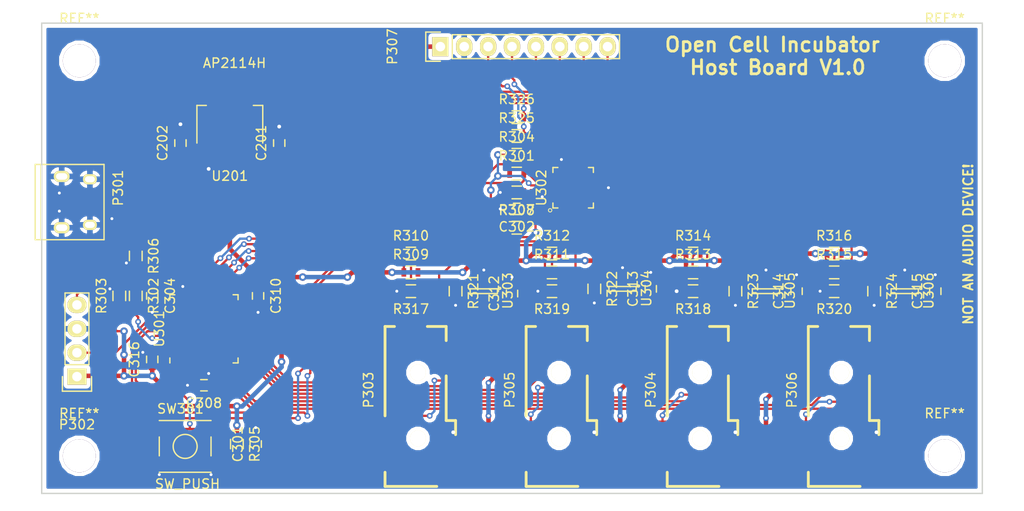
<source format=kicad_pcb>
(kicad_pcb (version 4) (host pcbnew 4.0.1-3.201512221402+6198~38~ubuntu14.04.1-stable)

  (general
    (links 151)
    (no_connects 0)
    (area 65.455476 57.431666 174.544524 111.93626)
    (thickness 1.6)
    (drawings 6)
    (tracks 718)
    (zones 0)
    (modules 57)
    (nets 40)
  )

  (page A4)
  (layers
    (0 F.Cu signal)
    (31 B.Cu signal)
    (32 B.Adhes user)
    (33 F.Adhes user)
    (34 B.Paste user)
    (35 F.Paste user)
    (36 B.SilkS user)
    (37 F.SilkS user)
    (38 B.Mask user)
    (39 F.Mask user)
    (40 Dwgs.User user)
    (41 Cmts.User user)
    (42 Eco1.User user)
    (43 Eco2.User user)
    (44 Edge.Cuts user)
    (45 Margin user)
    (46 B.CrtYd user)
    (47 F.CrtYd user)
    (48 B.Fab user)
    (49 F.Fab user)
  )

  (setup
    (last_trace_width 0.24)
    (user_trace_width 0.16)
    (user_trace_width 0.24)
    (user_trace_width 0.32)
    (user_trace_width 0.48)
    (user_trace_width 0.64)
    (user_trace_width 1)
    (user_trace_width 1.6)
    (user_trace_width 2)
    (trace_clearance 0.16)
    (zone_clearance 0.4)
    (zone_45_only no)
    (trace_min 0.16)
    (segment_width 0.2)
    (edge_width 0.15)
    (via_size 0.61)
    (via_drill 0.31)
    (via_min_size 0.61)
    (via_min_drill 0.31)
    (user_via 0.61 0.31)
    (user_via 0.8 0.4)
    (user_via 1 0.6)
    (uvia_size 0.3)
    (uvia_drill 0.1)
    (uvias_allowed no)
    (uvia_min_size 0.2)
    (uvia_min_drill 0.1)
    (pcb_text_width 0.3)
    (pcb_text_size 1.5 1.5)
    (mod_edge_width 0.15)
    (mod_text_size 1 1)
    (mod_text_width 0.15)
    (pad_size 1.524 1.524)
    (pad_drill 0.762)
    (pad_to_mask_clearance 0.05)
    (aux_axis_origin 0 0)
    (visible_elements FFFCFF6F)
    (pcbplotparams
      (layerselection 0x010f0_80000001)
      (usegerberextensions true)
      (excludeedgelayer true)
      (linewidth 0.100000)
      (plotframeref false)
      (viasonmask false)
      (mode 1)
      (useauxorigin false)
      (hpglpennumber 1)
      (hpglpenspeed 20)
      (hpglpendiameter 15)
      (hpglpenoverlay 2)
      (psnegative false)
      (psa4output false)
      (plotreference false)
      (plotvalue false)
      (plotinvisibletext false)
      (padsonsilk false)
      (subtractmaskfromsilk false)
      (outputformat 1)
      (mirror false)
      (drillshape 0)
      (scaleselection 1)
      (outputdirectory ../host_board_gerbers/))
  )

  (net 0 "")
  (net 1 +5V)
  (net 2 GND)
  (net 3 +3V3)
  (net 4 /Control/NRST)
  (net 5 /Control/POUT_0)
  (net 6 /Control/POUT_1)
  (net 7 /Control/POUT_2)
  (net 8 /Control/POUT_3)
  (net 9 /Control/USB_N)
  (net 10 /Control/USB_P)
  (net 11 "Net-(P301-Pad4)")
  (net 12 /Control/SWCLK)
  (net 13 /Control/SWDIO)
  (net 14 /Control/DETECT_0)
  (net 15 /Control/SDA_0)
  (net 16 /Control/SCL_0)
  (net 17 /Control/DETECT_2)
  (net 18 /Control/SDA_2)
  (net 19 /Control/SCL_2)
  (net 20 /Control/DETECT_1)
  (net 21 /Control/SDA_1)
  (net 22 /Control/SCL_1)
  (net 23 /Control/DETECT_3)
  (net 24 /Control/SDA_3)
  (net 25 /Control/SCL_3)
  (net 26 /Control/I2C_HOST_SDA)
  (net 27 /Control/BOOT0)
  (net 28 /Control/I2C_HOST_SCL)
  (net 29 /Control/I2C_ADDR0)
  (net 30 /Control/POWER_EN_0)
  (net 31 /Control/POWER_EN_1)
  (net 32 /Control/POWER_EN_2)
  (net 33 /Control/POWER_EN_3)
  (net 34 /Control/IO0)
  (net 35 /Control/IO1)
  (net 36 /Control/IO2)
  (net 37 /Control/IO3)
  (net 38 /Control/SCL_4)
  (net 39 /Control/SDA_4)

  (net_class Default "This is the default net class."
    (clearance 0.16)
    (trace_width 0.16)
    (via_dia 0.61)
    (via_drill 0.31)
    (uvia_dia 0.3)
    (uvia_drill 0.1)
    (add_net +3V3)
    (add_net +5V)
    (add_net /Control/BOOT0)
    (add_net /Control/DETECT_0)
    (add_net /Control/DETECT_1)
    (add_net /Control/DETECT_2)
    (add_net /Control/DETECT_3)
    (add_net /Control/I2C_ADDR0)
    (add_net /Control/I2C_HOST_SCL)
    (add_net /Control/I2C_HOST_SDA)
    (add_net /Control/IO0)
    (add_net /Control/IO1)
    (add_net /Control/IO2)
    (add_net /Control/IO3)
    (add_net /Control/NRST)
    (add_net /Control/POUT_0)
    (add_net /Control/POUT_1)
    (add_net /Control/POUT_2)
    (add_net /Control/POUT_3)
    (add_net /Control/POWER_EN_0)
    (add_net /Control/POWER_EN_1)
    (add_net /Control/POWER_EN_2)
    (add_net /Control/POWER_EN_3)
    (add_net /Control/SCL_0)
    (add_net /Control/SCL_1)
    (add_net /Control/SCL_2)
    (add_net /Control/SCL_3)
    (add_net /Control/SCL_4)
    (add_net /Control/SDA_0)
    (add_net /Control/SDA_1)
    (add_net /Control/SDA_2)
    (add_net /Control/SDA_3)
    (add_net /Control/SDA_4)
    (add_net /Control/SWCLK)
    (add_net /Control/SWDIO)
    (add_net /Control/USB_N)
    (add_net /Control/USB_P)
    (add_net GND)
    (add_net "Net-(P301-Pad4)")
  )

  (module TO_SOT_Packages_SMD:SOT-23-5 (layer F.Cu) (tedit 55360473) (tstamp 56CA4323)
    (at 161.75 88.5 270)
    (descr "5-pin SOT23 package")
    (tags SOT-23-5)
    (path /56B5763E/56C15F20)
    (attr smd)
    (fp_text reference U306 (at -0.05 -2.55 270) (layer F.SilkS)
      (effects (font (size 1 1) (thickness 0.15)))
    )
    (fp_text value MIC2091 (at -0.05 2.35 270) (layer F.Fab)
      (effects (font (size 1 1) (thickness 0.15)))
    )
    (fp_line (start -1.8 -1.6) (end 1.8 -1.6) (layer F.CrtYd) (width 0.05))
    (fp_line (start 1.8 -1.6) (end 1.8 1.6) (layer F.CrtYd) (width 0.05))
    (fp_line (start 1.8 1.6) (end -1.8 1.6) (layer F.CrtYd) (width 0.05))
    (fp_line (start -1.8 1.6) (end -1.8 -1.6) (layer F.CrtYd) (width 0.05))
    (fp_circle (center -0.3 -1.7) (end -0.2 -1.7) (layer F.SilkS) (width 0.15))
    (fp_line (start 0.25 -1.45) (end -0.25 -1.45) (layer F.SilkS) (width 0.15))
    (fp_line (start 0.25 1.45) (end 0.25 -1.45) (layer F.SilkS) (width 0.15))
    (fp_line (start -0.25 1.45) (end 0.25 1.45) (layer F.SilkS) (width 0.15))
    (fp_line (start -0.25 -1.45) (end -0.25 1.45) (layer F.SilkS) (width 0.15))
    (pad 1 smd rect (at -1.1 -0.95 270) (size 1.06 0.65) (layers F.Cu F.Paste F.Mask)
      (net 3 +3V3))
    (pad 2 smd rect (at -1.1 0 270) (size 1.06 0.65) (layers F.Cu F.Paste F.Mask)
      (net 2 GND))
    (pad 3 smd rect (at -1.1 0.95 270) (size 1.06 0.65) (layers F.Cu F.Paste F.Mask)
      (net 33 /Control/POWER_EN_3))
    (pad 4 smd rect (at 1.1 0.95 270) (size 1.06 0.65) (layers F.Cu F.Paste F.Mask))
    (pad 5 smd rect (at 1.1 -0.95 270) (size 1.06 0.65) (layers F.Cu F.Paste F.Mask)
      (net 8 /Control/POUT_3))
    (model TO_SOT_Packages_SMD.3dshapes/SOT-23-5.wrl
      (at (xyz 0 0 0))
      (scale (xyz 1 1 1))
      (rotate (xyz 0 0 0))
    )
  )

  (module TO_SOT_Packages_SMD:SOT-23-5 (layer F.Cu) (tedit 55360473) (tstamp 56CA431A)
    (at 147 88.5 270)
    (descr "5-pin SOT23 package")
    (tags SOT-23-5)
    (path /56B5763E/56C15E12)
    (attr smd)
    (fp_text reference U305 (at -0.05 -2.55 270) (layer F.SilkS)
      (effects (font (size 1 1) (thickness 0.15)))
    )
    (fp_text value MIC2091 (at -0.05 2.35 270) (layer F.Fab)
      (effects (font (size 1 1) (thickness 0.15)))
    )
    (fp_line (start -1.8 -1.6) (end 1.8 -1.6) (layer F.CrtYd) (width 0.05))
    (fp_line (start 1.8 -1.6) (end 1.8 1.6) (layer F.CrtYd) (width 0.05))
    (fp_line (start 1.8 1.6) (end -1.8 1.6) (layer F.CrtYd) (width 0.05))
    (fp_line (start -1.8 1.6) (end -1.8 -1.6) (layer F.CrtYd) (width 0.05))
    (fp_circle (center -0.3 -1.7) (end -0.2 -1.7) (layer F.SilkS) (width 0.15))
    (fp_line (start 0.25 -1.45) (end -0.25 -1.45) (layer F.SilkS) (width 0.15))
    (fp_line (start 0.25 1.45) (end 0.25 -1.45) (layer F.SilkS) (width 0.15))
    (fp_line (start -0.25 1.45) (end 0.25 1.45) (layer F.SilkS) (width 0.15))
    (fp_line (start -0.25 -1.45) (end -0.25 1.45) (layer F.SilkS) (width 0.15))
    (pad 1 smd rect (at -1.1 -0.95 270) (size 1.06 0.65) (layers F.Cu F.Paste F.Mask)
      (net 3 +3V3))
    (pad 2 smd rect (at -1.1 0 270) (size 1.06 0.65) (layers F.Cu F.Paste F.Mask)
      (net 2 GND))
    (pad 3 smd rect (at -1.1 0.95 270) (size 1.06 0.65) (layers F.Cu F.Paste F.Mask)
      (net 32 /Control/POWER_EN_2))
    (pad 4 smd rect (at 1.1 0.95 270) (size 1.06 0.65) (layers F.Cu F.Paste F.Mask))
    (pad 5 smd rect (at 1.1 -0.95 270) (size 1.06 0.65) (layers F.Cu F.Paste F.Mask)
      (net 7 /Control/POUT_2))
    (model TO_SOT_Packages_SMD.3dshapes/SOT-23-5.wrl
      (at (xyz 0 0 0))
      (scale (xyz 1 1 1))
      (rotate (xyz 0 0 0))
    )
  )

  (module TO_SOT_Packages_SMD:SOT-23-5 (layer F.Cu) (tedit 55360473) (tstamp 56CA4311)
    (at 131.75 88.25 270)
    (descr "5-pin SOT23 package")
    (tags SOT-23-5)
    (path /56B5763E/56C15D16)
    (attr smd)
    (fp_text reference U304 (at -0.05 -2.55 270) (layer F.SilkS)
      (effects (font (size 1 1) (thickness 0.15)))
    )
    (fp_text value MIC2091 (at -0.05 2.35 270) (layer F.Fab)
      (effects (font (size 1 1) (thickness 0.15)))
    )
    (fp_line (start -1.8 -1.6) (end 1.8 -1.6) (layer F.CrtYd) (width 0.05))
    (fp_line (start 1.8 -1.6) (end 1.8 1.6) (layer F.CrtYd) (width 0.05))
    (fp_line (start 1.8 1.6) (end -1.8 1.6) (layer F.CrtYd) (width 0.05))
    (fp_line (start -1.8 1.6) (end -1.8 -1.6) (layer F.CrtYd) (width 0.05))
    (fp_circle (center -0.3 -1.7) (end -0.2 -1.7) (layer F.SilkS) (width 0.15))
    (fp_line (start 0.25 -1.45) (end -0.25 -1.45) (layer F.SilkS) (width 0.15))
    (fp_line (start 0.25 1.45) (end 0.25 -1.45) (layer F.SilkS) (width 0.15))
    (fp_line (start -0.25 1.45) (end 0.25 1.45) (layer F.SilkS) (width 0.15))
    (fp_line (start -0.25 -1.45) (end -0.25 1.45) (layer F.SilkS) (width 0.15))
    (pad 1 smd rect (at -1.1 -0.95 270) (size 1.06 0.65) (layers F.Cu F.Paste F.Mask)
      (net 3 +3V3))
    (pad 2 smd rect (at -1.1 0 270) (size 1.06 0.65) (layers F.Cu F.Paste F.Mask)
      (net 2 GND))
    (pad 3 smd rect (at -1.1 0.95 270) (size 1.06 0.65) (layers F.Cu F.Paste F.Mask)
      (net 31 /Control/POWER_EN_1))
    (pad 4 smd rect (at 1.1 0.95 270) (size 1.06 0.65) (layers F.Cu F.Paste F.Mask))
    (pad 5 smd rect (at 1.1 -0.95 270) (size 1.06 0.65) (layers F.Cu F.Paste F.Mask)
      (net 6 /Control/POUT_1))
    (model TO_SOT_Packages_SMD.3dshapes/SOT-23-5.wrl
      (at (xyz 0 0 0))
      (scale (xyz 1 1 1))
      (rotate (xyz 0 0 0))
    )
  )

  (module TO_SOT_Packages_SMD:SOT-23-5 (layer F.Cu) (tedit 55360473) (tstamp 56CA4308)
    (at 117 88.5 270)
    (descr "5-pin SOT23 package")
    (tags SOT-23-5)
    (path /56B5763E/56C16763)
    (attr smd)
    (fp_text reference U303 (at -0.05 -2.55 270) (layer F.SilkS)
      (effects (font (size 1 1) (thickness 0.15)))
    )
    (fp_text value MIC2091 (at -0.05 2.35 270) (layer F.Fab)
      (effects (font (size 1 1) (thickness 0.15)))
    )
    (fp_line (start -1.8 -1.6) (end 1.8 -1.6) (layer F.CrtYd) (width 0.05))
    (fp_line (start 1.8 -1.6) (end 1.8 1.6) (layer F.CrtYd) (width 0.05))
    (fp_line (start 1.8 1.6) (end -1.8 1.6) (layer F.CrtYd) (width 0.05))
    (fp_line (start -1.8 1.6) (end -1.8 -1.6) (layer F.CrtYd) (width 0.05))
    (fp_circle (center -0.3 -1.7) (end -0.2 -1.7) (layer F.SilkS) (width 0.15))
    (fp_line (start 0.25 -1.45) (end -0.25 -1.45) (layer F.SilkS) (width 0.15))
    (fp_line (start 0.25 1.45) (end 0.25 -1.45) (layer F.SilkS) (width 0.15))
    (fp_line (start -0.25 1.45) (end 0.25 1.45) (layer F.SilkS) (width 0.15))
    (fp_line (start -0.25 -1.45) (end -0.25 1.45) (layer F.SilkS) (width 0.15))
    (pad 1 smd rect (at -1.1 -0.95 270) (size 1.06 0.65) (layers F.Cu F.Paste F.Mask)
      (net 3 +3V3))
    (pad 2 smd rect (at -1.1 0 270) (size 1.06 0.65) (layers F.Cu F.Paste F.Mask)
      (net 2 GND))
    (pad 3 smd rect (at -1.1 0.95 270) (size 1.06 0.65) (layers F.Cu F.Paste F.Mask)
      (net 30 /Control/POWER_EN_0))
    (pad 4 smd rect (at 1.1 0.95 270) (size 1.06 0.65) (layers F.Cu F.Paste F.Mask))
    (pad 5 smd rect (at 1.1 -0.95 270) (size 1.06 0.65) (layers F.Cu F.Paste F.Mask)
      (net 5 /Control/POUT_0))
    (model TO_SOT_Packages_SMD.3dshapes/SOT-23-5.wrl
      (at (xyz 0 0 0))
      (scale (xyz 1 1 1))
      (rotate (xyz 0 0 0))
    )
  )

  (module wbraun_smd:QFN-24-1EP_4x4mm_Pitch0.5mm (layer F.Cu) (tedit 567B8DCA) (tstamp 56CA42FF)
    (at 126.5 77.5 90)
    (descr "24-Lead Plastic Quad Flat, No Lead Package (MJ) - 4x4x0.9 mm Body [QFN]; (see Microchip Packaging Specification 00000049BS.pdf)")
    (tags "QFN 0.5")
    (path /56B5763E/56C10468)
    (attr smd)
    (fp_text reference U302 (at 0 -3.375 90) (layer F.SilkS)
      (effects (font (size 1 1) (thickness 0.15)))
    )
    (fp_text value TCA9548AR (at 0 3.375 90) (layer F.Fab)
      (effects (font (size 1 1) (thickness 0.15)))
    )
    (fp_circle (center -2.4 -2.45) (end -2.3 -2.3) (layer F.SilkS) (width 0.1))
    (fp_line (start -2.65 -2.65) (end -2.65 2.65) (layer F.CrtYd) (width 0.05))
    (fp_line (start 2.65 -2.65) (end 2.65 2.65) (layer F.CrtYd) (width 0.05))
    (fp_line (start -2.65 -2.65) (end 2.65 -2.65) (layer F.CrtYd) (width 0.05))
    (fp_line (start -2.65 2.65) (end 2.65 2.65) (layer F.CrtYd) (width 0.05))
    (fp_line (start 2.15 -2.15) (end 2.15 -1.625) (layer F.SilkS) (width 0.15))
    (fp_line (start -2.15 2.15) (end -2.15 1.625) (layer F.SilkS) (width 0.15))
    (fp_line (start 2.15 2.15) (end 2.15 1.625) (layer F.SilkS) (width 0.15))
    (fp_line (start -2.15 -2.15) (end -1.625 -2.15) (layer F.SilkS) (width 0.15))
    (fp_line (start -2.15 2.15) (end -1.625 2.15) (layer F.SilkS) (width 0.15))
    (fp_line (start 2.15 2.15) (end 1.625 2.15) (layer F.SilkS) (width 0.15))
    (fp_line (start 2.15 -2.15) (end 1.625 -2.15) (layer F.SilkS) (width 0.15))
    (fp_line (start -2.15 -1.625) (end -2.15 -2.15) (layer F.SilkS) (width 0.15))
    (pad 1 smd oval (at -1.95 -1.25 90) (size 0.8 0.25) (layers F.Cu F.Paste F.Mask)
      (net 15 /Control/SDA_0))
    (pad 2 smd oval (at -1.95 -0.75 90) (size 0.8 0.25) (layers F.Cu F.Paste F.Mask)
      (net 16 /Control/SCL_0))
    (pad 3 smd oval (at -1.95 -0.25 90) (size 0.8 0.25) (layers F.Cu F.Paste F.Mask)
      (net 21 /Control/SDA_1))
    (pad 4 smd oval (at -1.95 0.25 90) (size 0.8 0.25) (layers F.Cu F.Paste F.Mask)
      (net 22 /Control/SCL_1))
    (pad 5 smd oval (at -1.95 0.75 90) (size 0.8 0.25) (layers F.Cu F.Paste F.Mask)
      (net 18 /Control/SDA_2))
    (pad 6 smd oval (at -1.95 1.25 90) (size 0.8 0.25) (layers F.Cu F.Paste F.Mask)
      (net 19 /Control/SCL_2))
    (pad 7 smd oval (at -1.25 1.95 180) (size 0.8 0.25) (layers F.Cu F.Paste F.Mask)
      (net 24 /Control/SDA_3))
    (pad 8 smd oval (at -0.75 1.95 180) (size 0.8 0.25) (layers F.Cu F.Paste F.Mask)
      (net 25 /Control/SCL_3))
    (pad 9 smd oval (at -0.25 1.95 180) (size 0.8 0.25) (layers F.Cu F.Paste F.Mask)
      (net 2 GND))
    (pad 10 smd oval (at 0.25 1.95 180) (size 0.8 0.25) (layers F.Cu F.Paste F.Mask)
      (net 39 /Control/SDA_4))
    (pad 11 smd oval (at 0.75 1.95 180) (size 0.8 0.25) (layers F.Cu F.Paste F.Mask)
      (net 38 /Control/SCL_4))
    (pad 12 smd oval (at 1.25 1.95 180) (size 0.8 0.25) (layers F.Cu F.Paste F.Mask))
    (pad 13 smd oval (at 1.95 1.25 90) (size 0.8 0.25) (layers F.Cu F.Paste F.Mask))
    (pad 14 smd oval (at 1.95 0.75 90) (size 0.8 0.25) (layers F.Cu F.Paste F.Mask))
    (pad 15 smd oval (at 1.95 0.25 90) (size 0.8 0.25) (layers F.Cu F.Paste F.Mask))
    (pad 16 smd oval (at 1.95 -0.25 90) (size 0.8 0.25) (layers F.Cu F.Paste F.Mask))
    (pad 17 smd oval (at 1.95 -0.75 90) (size 0.8 0.25) (layers F.Cu F.Paste F.Mask))
    (pad 18 smd oval (at 1.95 -1.25 90) (size 0.8 0.25) (layers F.Cu F.Paste F.Mask)
      (net 2 GND))
    (pad 19 smd oval (at 1.25 -1.95 180) (size 0.8 0.25) (layers F.Cu F.Paste F.Mask)
      (net 28 /Control/I2C_HOST_SCL))
    (pad 20 smd oval (at 0.75 -1.95 180) (size 0.8 0.25) (layers F.Cu F.Paste F.Mask)
      (net 26 /Control/I2C_HOST_SDA))
    (pad 21 smd oval (at 0.25 -1.95 180) (size 0.8 0.25) (layers F.Cu F.Paste F.Mask)
      (net 3 +3V3))
    (pad 22 smd oval (at -0.25 -1.95 180) (size 0.8 0.25) (layers F.Cu F.Paste F.Mask)
      (net 29 /Control/I2C_ADDR0))
    (pad 23 smd oval (at -0.75 -1.95 180) (size 0.8 0.25) (layers F.Cu F.Paste F.Mask)
      (net 2 GND))
    (pad 24 smd oval (at -1.25 -1.95 180) (size 0.8 0.25) (layers F.Cu F.Paste F.Mask)
      (net 3 +3V3))
    (pad 25 smd rect (at 0.625 0.625 90) (size 1.25 1.25) (layers F.Cu F.Paste F.Mask)
      (solder_paste_margin_ratio -0.2))
    (pad 25 smd rect (at 0.625 -0.625 90) (size 1.25 1.25) (layers F.Cu F.Paste F.Mask)
      (solder_paste_margin_ratio -0.2))
    (pad 25 smd rect (at -0.625 0.625 90) (size 1.25 1.25) (layers F.Cu F.Paste F.Mask)
      (solder_paste_margin_ratio -0.2))
    (pad 25 smd rect (at -0.625 -0.625 90) (size 1.25 1.25) (layers F.Cu F.Paste F.Mask)
      (solder_paste_margin_ratio -0.2))
    (model Housings_DFN_QFN.3dshapes/QFN-24-1EP_4x4mm_Pitch0.5mm.wrl
      (at (xyz 0 0 0))
      (scale (xyz 1 1 1))
      (rotate (xyz 0 0 0))
    )
  )

  (module Housings_DFN_QFN:QFN-48-1EP_7x7mm_Pitch0.5mm (layer F.Cu) (tedit 54130A77) (tstamp 56CA42DF)
    (at 87.25 92.5 90)
    (descr "UK Package; 48-Lead Plastic QFN (7mm x 7mm); (see Linear Technology QFN_48_05-08-1704.pdf)")
    (tags "QFN 0.5")
    (path /56B5763E/56B6EF1F)
    (attr smd)
    (fp_text reference U301 (at 0 -4.75 90) (layer F.SilkS)
      (effects (font (size 1 1) (thickness 0.15)))
    )
    (fp_text value STM32F072CBU (at 0 4.75 90) (layer F.Fab)
      (effects (font (size 1 1) (thickness 0.15)))
    )
    (fp_line (start -4 -4) (end -4 4) (layer F.CrtYd) (width 0.05))
    (fp_line (start 4 -4) (end 4 4) (layer F.CrtYd) (width 0.05))
    (fp_line (start -4 -4) (end 4 -4) (layer F.CrtYd) (width 0.05))
    (fp_line (start -4 4) (end 4 4) (layer F.CrtYd) (width 0.05))
    (fp_line (start 3.625 -3.625) (end 3.625 -3.1) (layer F.SilkS) (width 0.15))
    (fp_line (start -3.625 3.625) (end -3.625 3.1) (layer F.SilkS) (width 0.15))
    (fp_line (start 3.625 3.625) (end 3.625 3.1) (layer F.SilkS) (width 0.15))
    (fp_line (start -3.625 -3.625) (end -3.1 -3.625) (layer F.SilkS) (width 0.15))
    (fp_line (start -3.625 3.625) (end -3.1 3.625) (layer F.SilkS) (width 0.15))
    (fp_line (start 3.625 3.625) (end 3.1 3.625) (layer F.SilkS) (width 0.15))
    (fp_line (start 3.625 -3.625) (end 3.1 -3.625) (layer F.SilkS) (width 0.15))
    (pad 1 smd rect (at -3.4 -2.75 90) (size 0.7 0.25) (layers F.Cu F.Paste F.Mask)
      (net 3 +3V3))
    (pad 2 smd rect (at -3.4 -2.25 90) (size 0.7 0.25) (layers F.Cu F.Paste F.Mask))
    (pad 3 smd rect (at -3.4 -1.75 90) (size 0.7 0.25) (layers F.Cu F.Paste F.Mask))
    (pad 4 smd rect (at -3.4 -1.25 90) (size 0.7 0.25) (layers F.Cu F.Paste F.Mask))
    (pad 5 smd rect (at -3.4 -0.75 90) (size 0.7 0.25) (layers F.Cu F.Paste F.Mask))
    (pad 6 smd rect (at -3.4 -0.25 90) (size 0.7 0.25) (layers F.Cu F.Paste F.Mask))
    (pad 7 smd rect (at -3.4 0.25 90) (size 0.7 0.25) (layers F.Cu F.Paste F.Mask)
      (net 4 /Control/NRST))
    (pad 8 smd rect (at -3.4 0.75 90) (size 0.7 0.25) (layers F.Cu F.Paste F.Mask)
      (net 2 GND))
    (pad 9 smd rect (at -3.4 1.25 90) (size 0.7 0.25) (layers F.Cu F.Paste F.Mask)
      (net 3 +3V3))
    (pad 10 smd rect (at -3.4 1.75 90) (size 0.7 0.25) (layers F.Cu F.Paste F.Mask)
      (net 33 /Control/POWER_EN_3))
    (pad 11 smd rect (at -3.4 2.25 90) (size 0.7 0.25) (layers F.Cu F.Paste F.Mask)
      (net 23 /Control/DETECT_3))
    (pad 12 smd rect (at -3.4 2.75 90) (size 0.7 0.25) (layers F.Cu F.Paste F.Mask)
      (net 32 /Control/POWER_EN_2))
    (pad 13 smd rect (at -2.75 3.4 180) (size 0.7 0.25) (layers F.Cu F.Paste F.Mask)
      (net 17 /Control/DETECT_2))
    (pad 14 smd rect (at -2.25 3.4 180) (size 0.7 0.25) (layers F.Cu F.Paste F.Mask)
      (net 31 /Control/POWER_EN_1))
    (pad 15 smd rect (at -1.75 3.4 180) (size 0.7 0.25) (layers F.Cu F.Paste F.Mask)
      (net 20 /Control/DETECT_1))
    (pad 16 smd rect (at -1.25 3.4 180) (size 0.7 0.25) (layers F.Cu F.Paste F.Mask)
      (net 30 /Control/POWER_EN_0))
    (pad 17 smd rect (at -0.75 3.4 180) (size 0.7 0.25) (layers F.Cu F.Paste F.Mask)
      (net 14 /Control/DETECT_0))
    (pad 18 smd rect (at -0.25 3.4 180) (size 0.7 0.25) (layers F.Cu F.Paste F.Mask))
    (pad 19 smd rect (at 0.25 3.4 180) (size 0.7 0.25) (layers F.Cu F.Paste F.Mask))
    (pad 20 smd rect (at 0.75 3.4 180) (size 0.7 0.25) (layers F.Cu F.Paste F.Mask))
    (pad 21 smd rect (at 1.25 3.4 180) (size 0.7 0.25) (layers F.Cu F.Paste F.Mask))
    (pad 22 smd rect (at 1.75 3.4 180) (size 0.7 0.25) (layers F.Cu F.Paste F.Mask))
    (pad 23 smd rect (at 2.25 3.4 180) (size 0.7 0.25) (layers F.Cu F.Paste F.Mask)
      (net 2 GND))
    (pad 24 smd rect (at 2.75 3.4 180) (size 0.7 0.25) (layers F.Cu F.Paste F.Mask)
      (net 3 +3V3))
    (pad 25 smd rect (at 3.4 2.75 90) (size 0.7 0.25) (layers F.Cu F.Paste F.Mask))
    (pad 26 smd rect (at 3.4 2.25 90) (size 0.7 0.25) (layers F.Cu F.Paste F.Mask))
    (pad 27 smd rect (at 3.4 1.75 90) (size 0.7 0.25) (layers F.Cu F.Paste F.Mask))
    (pad 28 smd rect (at 3.4 1.25 90) (size 0.7 0.25) (layers F.Cu F.Paste F.Mask)
      (net 37 /Control/IO3))
    (pad 29 smd rect (at 3.4 0.75 90) (size 0.7 0.25) (layers F.Cu F.Paste F.Mask)
      (net 36 /Control/IO2))
    (pad 30 smd rect (at 3.4 0.25 90) (size 0.7 0.25) (layers F.Cu F.Paste F.Mask)
      (net 35 /Control/IO1))
    (pad 31 smd rect (at 3.4 -0.25 90) (size 0.7 0.25) (layers F.Cu F.Paste F.Mask)
      (net 34 /Control/IO0))
    (pad 32 smd rect (at 3.4 -0.75 90) (size 0.7 0.25) (layers F.Cu F.Paste F.Mask)
      (net 9 /Control/USB_N))
    (pad 33 smd rect (at 3.4 -1.25 90) (size 0.7 0.25) (layers F.Cu F.Paste F.Mask)
      (net 10 /Control/USB_P))
    (pad 34 smd rect (at 3.4 -1.75 90) (size 0.7 0.25) (layers F.Cu F.Paste F.Mask)
      (net 13 /Control/SWDIO))
    (pad 35 smd rect (at 3.4 -2.25 90) (size 0.7 0.25) (layers F.Cu F.Paste F.Mask)
      (net 2 GND))
    (pad 36 smd rect (at 3.4 -2.75 90) (size 0.7 0.25) (layers F.Cu F.Paste F.Mask)
      (net 3 +3V3))
    (pad 37 smd rect (at 2.75 -3.4 180) (size 0.7 0.25) (layers F.Cu F.Paste F.Mask)
      (net 12 /Control/SWCLK))
    (pad 38 smd rect (at 2.25 -3.4 180) (size 0.7 0.25) (layers F.Cu F.Paste F.Mask))
    (pad 39 smd rect (at 1.75 -3.4 180) (size 0.7 0.25) (layers F.Cu F.Paste F.Mask))
    (pad 40 smd rect (at 1.25 -3.4 180) (size 0.7 0.25) (layers F.Cu F.Paste F.Mask))
    (pad 41 smd rect (at 0.75 -3.4 180) (size 0.7 0.25) (layers F.Cu F.Paste F.Mask))
    (pad 42 smd rect (at 0.25 -3.4 180) (size 0.7 0.25) (layers F.Cu F.Paste F.Mask)
      (net 28 /Control/I2C_HOST_SCL))
    (pad 43 smd rect (at -0.25 -3.4 180) (size 0.7 0.25) (layers F.Cu F.Paste F.Mask)
      (net 26 /Control/I2C_HOST_SDA))
    (pad 44 smd rect (at -0.75 -3.4 180) (size 0.7 0.25) (layers F.Cu F.Paste F.Mask)
      (net 27 /Control/BOOT0))
    (pad 45 smd rect (at -1.25 -3.4 180) (size 0.7 0.25) (layers F.Cu F.Paste F.Mask))
    (pad 46 smd rect (at -1.75 -3.4 180) (size 0.7 0.25) (layers F.Cu F.Paste F.Mask))
    (pad 47 smd rect (at -2.25 -3.4 180) (size 0.7 0.25) (layers F.Cu F.Paste F.Mask)
      (net 2 GND))
    (pad 48 smd rect (at -2.75 -3.4 180) (size 0.7 0.25) (layers F.Cu F.Paste F.Mask)
      (net 3 +3V3))
    (pad 49 smd rect (at 1.93125 1.93125 90) (size 1.2875 1.2875) (layers F.Cu F.Paste F.Mask)
      (solder_paste_margin_ratio -0.2))
    (pad 49 smd rect (at 1.93125 0.64375 90) (size 1.2875 1.2875) (layers F.Cu F.Paste F.Mask)
      (solder_paste_margin_ratio -0.2))
    (pad 49 smd rect (at 1.93125 -0.64375 90) (size 1.2875 1.2875) (layers F.Cu F.Paste F.Mask)
      (solder_paste_margin_ratio -0.2))
    (pad 49 smd rect (at 1.93125 -1.93125 90) (size 1.2875 1.2875) (layers F.Cu F.Paste F.Mask)
      (solder_paste_margin_ratio -0.2))
    (pad 49 smd rect (at 0.64375 1.93125 90) (size 1.2875 1.2875) (layers F.Cu F.Paste F.Mask)
      (solder_paste_margin_ratio -0.2))
    (pad 49 smd rect (at 0.64375 0.64375 90) (size 1.2875 1.2875) (layers F.Cu F.Paste F.Mask)
      (solder_paste_margin_ratio -0.2))
    (pad 49 smd rect (at 0.64375 -0.64375 90) (size 1.2875 1.2875) (layers F.Cu F.Paste F.Mask)
      (solder_paste_margin_ratio -0.2))
    (pad 49 smd rect (at 0.64375 -1.93125 90) (size 1.2875 1.2875) (layers F.Cu F.Paste F.Mask)
      (solder_paste_margin_ratio -0.2))
    (pad 49 smd rect (at -0.64375 1.93125 90) (size 1.2875 1.2875) (layers F.Cu F.Paste F.Mask)
      (solder_paste_margin_ratio -0.2))
    (pad 49 smd rect (at -0.64375 0.64375 90) (size 1.2875 1.2875) (layers F.Cu F.Paste F.Mask)
      (solder_paste_margin_ratio -0.2))
    (pad 49 smd rect (at -0.64375 -0.64375 90) (size 1.2875 1.2875) (layers F.Cu F.Paste F.Mask)
      (solder_paste_margin_ratio -0.2))
    (pad 49 smd rect (at -0.64375 -1.93125 90) (size 1.2875 1.2875) (layers F.Cu F.Paste F.Mask)
      (solder_paste_margin_ratio -0.2))
    (pad 49 smd rect (at -1.93125 1.93125 90) (size 1.2875 1.2875) (layers F.Cu F.Paste F.Mask)
      (solder_paste_margin_ratio -0.2))
    (pad 49 smd rect (at -1.93125 0.64375 90) (size 1.2875 1.2875) (layers F.Cu F.Paste F.Mask)
      (solder_paste_margin_ratio -0.2))
    (pad 49 smd rect (at -1.93125 -0.64375 90) (size 1.2875 1.2875) (layers F.Cu F.Paste F.Mask)
      (solder_paste_margin_ratio -0.2))
    (pad 49 smd rect (at -1.93125 -1.93125 90) (size 1.2875 1.2875) (layers F.Cu F.Paste F.Mask)
      (solder_paste_margin_ratio -0.2))
    (model Housings_DFN_QFN.3dshapes/QFN-48-1EP_7x7mm_Pitch0.5mm.wrl
      (at (xyz 0 0 0))
      (scale (xyz 1 1 1))
      (rotate (xyz 0 0 0))
    )
  )

  (module wbraun_smd:SOT-223 (layer F.Cu) (tedit 56CA429F) (tstamp 56CA429B)
    (at 90 70.75)
    (path /56B57625/56CA476F)
    (fp_text reference U201 (at 0 5.5) (layer F.SilkS)
      (effects (font (size 1 1) (thickness 0.15)))
    )
    (fp_text value AP2114H (at 0.5 -6.5) (layer F.SilkS)
      (effects (font (size 1 1) (thickness 0.15)))
    )
    (fp_line (start 3.5 -2) (end 3.5 2) (layer F.SilkS) (width 0.15))
    (fp_line (start 3.5 -2) (end 2.5 -2) (layer F.SilkS) (width 0.15))
    (fp_line (start -3.5 -2) (end -2.5 -2) (layer F.SilkS) (width 0.15))
    (fp_line (start -3.5 -2) (end -3.5 2) (layer F.SilkS) (width 0.15))
    (pad 4 smd rect (at 0 -3.05) (size 3.25 1.9) (layers F.Cu F.Paste F.Mask)
      (net 3 +3V3))
    (pad 1 smd rect (at -2.3 3.05) (size 0.95 1.9) (layers F.Cu F.Paste F.Mask)
      (net 2 GND))
    (pad 2 smd rect (at 0 3.05) (size 0.95 1.9) (layers F.Cu F.Paste F.Mask)
      (net 3 +3V3))
    (pad 3 smd rect (at 2.3 3.05) (size 0.95 1.9) (layers F.Cu F.Paste F.Mask)
      (net 1 +5V))
  )

  (module wbraun_smd:button-5mm (layer F.Cu) (tedit 54D31981) (tstamp 56CA4293)
    (at 85.25 105)
    (tags "5mm SMD button")
    (path /56B5763E/56C106B5)
    (fp_text reference SW301 (at -0.5 -4) (layer F.SilkS)
      (effects (font (size 1 1) (thickness 0.15)))
    )
    (fp_text value SW_PUSH (at 0.25 4) (layer F.SilkS)
      (effects (font (size 1 1) (thickness 0.15)))
    )
    (fp_line (start 2.75 2.75) (end -2.75 2.75) (layer F.SilkS) (width 0.15))
    (fp_line (start 2.75 -1) (end 2.75 1) (layer F.SilkS) (width 0.15))
    (fp_line (start -2.75 -2.75) (end 2.75 -2.75) (layer F.SilkS) (width 0.15))
    (fp_line (start -2.75 -1) (end -2.75 1) (layer F.SilkS) (width 0.15))
    (fp_circle (center 0 0) (end 0.25 1.25) (layer F.SilkS) (width 0.15))
    (pad 2 smd rect (at -2.75 1.85) (size 1.5 0.85) (layers F.Cu F.Paste F.Mask)
      (net 2 GND))
    (pad 2 smd rect (at 2.75 1.85) (size 1.5 0.85) (layers F.Cu F.Paste F.Mask)
      (net 2 GND))
    (pad 1 smd rect (at 2.75 -1.85) (size 1.5 0.85) (layers F.Cu F.Paste F.Mask)
      (net 4 /Control/NRST))
    (pad 1 smd rect (at -2.75 -1.85) (size 1.5 0.85) (layers F.Cu F.Paste F.Mask)
      (net 4 /Control/NRST))
  )

  (module wbraun_smd:SJ-4351_X-SMT (layer F.Cu) (tedit 56A55D49) (tstamp 56CA41FB)
    (at 155 97.75 90)
    (path /56B5763E/56C11CC4)
    (fp_text reference P306 (at -1.25 -5.25 90) (layer F.SilkS)
      (effects (font (size 1 1) (thickness 0.15)))
    )
    (fp_text value CONN_01X06 (at -5 6.75 90) (layer F.Fab)
      (effects (font (size 1 1) (thickness 0.15)))
    )
    (fp_line (start -11.5 2) (end -11.5 -3.5) (layer F.SilkS) (width 0.3))
    (fp_line (start -11.5 -3.5) (end -10 -3.5) (layer F.SilkS) (width 0.3))
    (fp_line (start 0.25 3) (end -4.5 3) (layer F.SilkS) (width 0.3))
    (fp_line (start -4.5 3) (end -4.5 4) (layer F.SilkS) (width 0.3))
    (fp_line (start -4.5 4) (end -6 4) (layer F.SilkS) (width 0.3))
    (fp_line (start 5.5 1) (end 5.5 3) (layer F.SilkS) (width 0.3))
    (fp_line (start 5.5 3) (end 4 3) (layer F.SilkS) (width 0.3))
    (fp_line (start -4 -3.5) (end 5.5 -3.5) (layer F.SilkS) (width 0.3))
    (fp_line (start 5.5 -3.5) (end 5.5 -2.5) (layer F.SilkS) (width 0.3))
    (pad 5 smd rect (at 6 -0.75 90) (size 2.8 2.8) (layers F.Cu F.Paste F.Mask)
      (net 23 /Control/DETECT_3))
    (pad 2 smd rect (at 1.9 3.7 90) (size 2.8 2.8) (layers F.Cu F.Paste F.Mask)
      (net 24 /Control/SDA_3))
    (pad 4 smd rect (at -7.5 3.7 90) (size 2.2 2.8) (layers F.Cu F.Paste F.Mask)
      (net 2 GND))
    (pad 1 smd rect (at -10.3 3.7 90) (size 2 2.8) (layers F.Cu F.Paste F.Mask)
      (net 8 /Control/POUT_3))
    (pad 6 smd rect (at -8.4 -3.7 90) (size 2 2.8) (layers F.Cu F.Paste F.Mask))
    (pad 3 smd rect (at -5.6 -3.7 90) (size 2.2 2.8) (layers F.Cu F.Paste F.Mask)
      (net 25 /Control/SCL_3))
    (pad "" np_thru_hole circle (at -6.4 0 90) (size 1.7 1.7) (drill 1.7) (layers *.Cu *.Mask F.SilkS))
    (pad "" np_thru_hole circle (at 0.6 0 90) (size 1.7 1.7) (drill 1.7) (layers *.Cu *.Mask F.SilkS))
  )

  (module wbraun_smd:SJ-4351_X-SMT (layer F.Cu) (tedit 56A55D49) (tstamp 56CA41EF)
    (at 125 97.75 90)
    (path /56B5763E/56C16FA5)
    (fp_text reference P305 (at -1.25 -5.25 90) (layer F.SilkS)
      (effects (font (size 1 1) (thickness 0.15)))
    )
    (fp_text value CONN_01X06 (at -5 6.75 90) (layer F.Fab)
      (effects (font (size 1 1) (thickness 0.15)))
    )
    (fp_line (start -11.5 2) (end -11.5 -3.5) (layer F.SilkS) (width 0.3))
    (fp_line (start -11.5 -3.5) (end -10 -3.5) (layer F.SilkS) (width 0.3))
    (fp_line (start 0.25 3) (end -4.5 3) (layer F.SilkS) (width 0.3))
    (fp_line (start -4.5 3) (end -4.5 4) (layer F.SilkS) (width 0.3))
    (fp_line (start -4.5 4) (end -6 4) (layer F.SilkS) (width 0.3))
    (fp_line (start 5.5 1) (end 5.5 3) (layer F.SilkS) (width 0.3))
    (fp_line (start 5.5 3) (end 4 3) (layer F.SilkS) (width 0.3))
    (fp_line (start -4 -3.5) (end 5.5 -3.5) (layer F.SilkS) (width 0.3))
    (fp_line (start 5.5 -3.5) (end 5.5 -2.5) (layer F.SilkS) (width 0.3))
    (pad 5 smd rect (at 6 -0.75 90) (size 2.8 2.8) (layers F.Cu F.Paste F.Mask)
      (net 20 /Control/DETECT_1))
    (pad 2 smd rect (at 1.9 3.7 90) (size 2.8 2.8) (layers F.Cu F.Paste F.Mask)
      (net 21 /Control/SDA_1))
    (pad 4 smd rect (at -7.5 3.7 90) (size 2.2 2.8) (layers F.Cu F.Paste F.Mask)
      (net 2 GND))
    (pad 1 smd rect (at -10.3 3.7 90) (size 2 2.8) (layers F.Cu F.Paste F.Mask)
      (net 6 /Control/POUT_1))
    (pad 6 smd rect (at -8.4 -3.7 90) (size 2 2.8) (layers F.Cu F.Paste F.Mask))
    (pad 3 smd rect (at -5.6 -3.7 90) (size 2.2 2.8) (layers F.Cu F.Paste F.Mask)
      (net 22 /Control/SCL_1))
    (pad "" np_thru_hole circle (at -6.4 0 90) (size 1.7 1.7) (drill 1.7) (layers *.Cu *.Mask F.SilkS))
    (pad "" np_thru_hole circle (at 0.6 0 90) (size 1.7 1.7) (drill 1.7) (layers *.Cu *.Mask F.SilkS))
  )

  (module wbraun_smd:SJ-4351_X-SMT (layer F.Cu) (tedit 56A55D49) (tstamp 56CA41E3)
    (at 140 97.75 90)
    (path /56B5763E/56C16CA3)
    (fp_text reference P304 (at -1.25 -5.25 90) (layer F.SilkS)
      (effects (font (size 1 1) (thickness 0.15)))
    )
    (fp_text value CONN_01X06 (at -5 6.75 90) (layer F.Fab)
      (effects (font (size 1 1) (thickness 0.15)))
    )
    (fp_line (start -11.5 2) (end -11.5 -3.5) (layer F.SilkS) (width 0.3))
    (fp_line (start -11.5 -3.5) (end -10 -3.5) (layer F.SilkS) (width 0.3))
    (fp_line (start 0.25 3) (end -4.5 3) (layer F.SilkS) (width 0.3))
    (fp_line (start -4.5 3) (end -4.5 4) (layer F.SilkS) (width 0.3))
    (fp_line (start -4.5 4) (end -6 4) (layer F.SilkS) (width 0.3))
    (fp_line (start 5.5 1) (end 5.5 3) (layer F.SilkS) (width 0.3))
    (fp_line (start 5.5 3) (end 4 3) (layer F.SilkS) (width 0.3))
    (fp_line (start -4 -3.5) (end 5.5 -3.5) (layer F.SilkS) (width 0.3))
    (fp_line (start 5.5 -3.5) (end 5.5 -2.5) (layer F.SilkS) (width 0.3))
    (pad 5 smd rect (at 6 -0.75 90) (size 2.8 2.8) (layers F.Cu F.Paste F.Mask)
      (net 17 /Control/DETECT_2))
    (pad 2 smd rect (at 1.9 3.7 90) (size 2.8 2.8) (layers F.Cu F.Paste F.Mask)
      (net 18 /Control/SDA_2))
    (pad 4 smd rect (at -7.5 3.7 90) (size 2.2 2.8) (layers F.Cu F.Paste F.Mask)
      (net 2 GND))
    (pad 1 smd rect (at -10.3 3.7 90) (size 2 2.8) (layers F.Cu F.Paste F.Mask)
      (net 7 /Control/POUT_2))
    (pad 6 smd rect (at -8.4 -3.7 90) (size 2 2.8) (layers F.Cu F.Paste F.Mask))
    (pad 3 smd rect (at -5.6 -3.7 90) (size 2.2 2.8) (layers F.Cu F.Paste F.Mask)
      (net 19 /Control/SCL_2))
    (pad "" np_thru_hole circle (at -6.4 0 90) (size 1.7 1.7) (drill 1.7) (layers *.Cu *.Mask F.SilkS))
    (pad "" np_thru_hole circle (at 0.6 0 90) (size 1.7 1.7) (drill 1.7) (layers *.Cu *.Mask F.SilkS))
  )

  (module wbraun_smd:SJ-4351_X-SMT (layer F.Cu) (tedit 56A55D49) (tstamp 56CA41D7)
    (at 110 97.75 90)
    (path /56B5763E/56C16B39)
    (fp_text reference P303 (at -1.25 -5.25 90) (layer F.SilkS)
      (effects (font (size 1 1) (thickness 0.15)))
    )
    (fp_text value CONN_01X06 (at -5 6.75 90) (layer F.Fab)
      (effects (font (size 1 1) (thickness 0.15)))
    )
    (fp_line (start -11.5 2) (end -11.5 -3.5) (layer F.SilkS) (width 0.3))
    (fp_line (start -11.5 -3.5) (end -10 -3.5) (layer F.SilkS) (width 0.3))
    (fp_line (start 0.25 3) (end -4.5 3) (layer F.SilkS) (width 0.3))
    (fp_line (start -4.5 3) (end -4.5 4) (layer F.SilkS) (width 0.3))
    (fp_line (start -4.5 4) (end -6 4) (layer F.SilkS) (width 0.3))
    (fp_line (start 5.5 1) (end 5.5 3) (layer F.SilkS) (width 0.3))
    (fp_line (start 5.5 3) (end 4 3) (layer F.SilkS) (width 0.3))
    (fp_line (start -4 -3.5) (end 5.5 -3.5) (layer F.SilkS) (width 0.3))
    (fp_line (start 5.5 -3.5) (end 5.5 -2.5) (layer F.SilkS) (width 0.3))
    (pad 5 smd rect (at 6 -0.75 90) (size 2.8 2.8) (layers F.Cu F.Paste F.Mask)
      (net 14 /Control/DETECT_0))
    (pad 2 smd rect (at 1.9 3.7 90) (size 2.8 2.8) (layers F.Cu F.Paste F.Mask)
      (net 15 /Control/SDA_0))
    (pad 4 smd rect (at -7.5 3.7 90) (size 2.2 2.8) (layers F.Cu F.Paste F.Mask)
      (net 2 GND))
    (pad 1 smd rect (at -10.3 3.7 90) (size 2 2.8) (layers F.Cu F.Paste F.Mask)
      (net 5 /Control/POUT_0))
    (pad 6 smd rect (at -8.4 -3.7 90) (size 2 2.8) (layers F.Cu F.Paste F.Mask))
    (pad 3 smd rect (at -5.6 -3.7 90) (size 2.2 2.8) (layers F.Cu F.Paste F.Mask)
      (net 16 /Control/SCL_0))
    (pad "" np_thru_hole circle (at -6.4 0 90) (size 1.7 1.7) (drill 1.7) (layers *.Cu *.Mask F.SilkS))
    (pad "" np_thru_hole circle (at 0.6 0 90) (size 1.7 1.7) (drill 1.7) (layers *.Cu *.Mask F.SilkS))
  )

  (module Pin_Headers:Pin_Header_Straight_1x04 (layer F.Cu) (tedit 0) (tstamp 56CA41CB)
    (at 73.75 97.58 180)
    (descr "Through hole pin header")
    (tags "pin header")
    (path /56B5763E/56C7EE82)
    (fp_text reference P302 (at 0 -5.1 180) (layer F.SilkS)
      (effects (font (size 1 1) (thickness 0.15)))
    )
    (fp_text value CONN_01X04 (at 0 -3.1 180) (layer F.Fab)
      (effects (font (size 1 1) (thickness 0.15)))
    )
    (fp_line (start -1.75 -1.75) (end -1.75 9.4) (layer F.CrtYd) (width 0.05))
    (fp_line (start 1.75 -1.75) (end 1.75 9.4) (layer F.CrtYd) (width 0.05))
    (fp_line (start -1.75 -1.75) (end 1.75 -1.75) (layer F.CrtYd) (width 0.05))
    (fp_line (start -1.75 9.4) (end 1.75 9.4) (layer F.CrtYd) (width 0.05))
    (fp_line (start -1.27 1.27) (end -1.27 8.89) (layer F.SilkS) (width 0.15))
    (fp_line (start 1.27 1.27) (end 1.27 8.89) (layer F.SilkS) (width 0.15))
    (fp_line (start 1.55 -1.55) (end 1.55 0) (layer F.SilkS) (width 0.15))
    (fp_line (start -1.27 8.89) (end 1.27 8.89) (layer F.SilkS) (width 0.15))
    (fp_line (start 1.27 1.27) (end -1.27 1.27) (layer F.SilkS) (width 0.15))
    (fp_line (start -1.55 0) (end -1.55 -1.55) (layer F.SilkS) (width 0.15))
    (fp_line (start -1.55 -1.55) (end 1.55 -1.55) (layer F.SilkS) (width 0.15))
    (pad 1 thru_hole rect (at 0 0 180) (size 2.032 1.7272) (drill 1.016) (layers *.Cu *.Mask F.SilkS)
      (net 3 +3V3))
    (pad 2 thru_hole oval (at 0 2.54 180) (size 2.032 1.7272) (drill 1.016) (layers *.Cu *.Mask F.SilkS)
      (net 12 /Control/SWCLK))
    (pad 3 thru_hole oval (at 0 5.08 180) (size 2.032 1.7272) (drill 1.016) (layers *.Cu *.Mask F.SilkS)
      (net 2 GND))
    (pad 4 thru_hole oval (at 0 7.62 180) (size 2.032 1.7272) (drill 1.016) (layers *.Cu *.Mask F.SilkS)
      (net 13 /Control/SWDIO))
    (model Pin_Headers.3dshapes/Pin_Header_Straight_1x04.wrl
      (at (xyz 0 -0.15 0))
      (scale (xyz 1 1 1))
      (rotate (xyz 0 0 90))
    )
  )

  (module wbraun_smd:C_0603 (layer F.Cu) (tedit 5415D631) (tstamp 56CA8136)
    (at 95.25 72.75 90)
    (descr "Capacitor SMD 0603, reflow soldering, AVX (see smccp.pdf)")
    (tags "capacitor 0603")
    (path /56B57625/56C0EE52)
    (attr smd)
    (fp_text reference C201 (at 0 -1.9 90) (layer F.SilkS)
      (effects (font (size 1 1) (thickness 0.15)))
    )
    (fp_text value 4.7uF (at 0 1.9 90) (layer F.Fab)
      (effects (font (size 1 1) (thickness 0.15)))
    )
    (fp_line (start -1.45 -0.75) (end 1.45 -0.75) (layer F.CrtYd) (width 0.05))
    (fp_line (start -1.45 0.75) (end 1.45 0.75) (layer F.CrtYd) (width 0.05))
    (fp_line (start -1.45 -0.75) (end -1.45 0.75) (layer F.CrtYd) (width 0.05))
    (fp_line (start 1.45 -0.75) (end 1.45 0.75) (layer F.CrtYd) (width 0.05))
    (fp_line (start -0.35 -0.6) (end 0.35 -0.6) (layer F.SilkS) (width 0.15))
    (fp_line (start 0.35 0.6) (end -0.35 0.6) (layer F.SilkS) (width 0.15))
    (pad 1 smd rect (at -0.75 0 90) (size 0.8 0.75) (layers F.Cu F.Paste F.Mask)
      (net 1 +5V))
    (pad 2 smd rect (at 0.75 0 90) (size 0.8 0.75) (layers F.Cu F.Paste F.Mask)
      (net 2 GND))
    (model Capacitors_SMD.3dshapes/C_0603.wrl
      (at (xyz 0 0 0))
      (scale (xyz 1 1 1))
      (rotate (xyz 0 0 0))
    )
  )

  (module wbraun_smd:C_0603 (layer F.Cu) (tedit 5415D631) (tstamp 56CA813B)
    (at 84.75 72.75 90)
    (descr "Capacitor SMD 0603, reflow soldering, AVX (see smccp.pdf)")
    (tags "capacitor 0603")
    (path /56B57625/56C0ED79)
    (attr smd)
    (fp_text reference C202 (at 0 -1.9 90) (layer F.SilkS)
      (effects (font (size 1 1) (thickness 0.15)))
    )
    (fp_text value 4.7uF (at 0 1.9 90) (layer F.Fab)
      (effects (font (size 1 1) (thickness 0.15)))
    )
    (fp_line (start -1.45 -0.75) (end 1.45 -0.75) (layer F.CrtYd) (width 0.05))
    (fp_line (start -1.45 0.75) (end 1.45 0.75) (layer F.CrtYd) (width 0.05))
    (fp_line (start -1.45 -0.75) (end -1.45 0.75) (layer F.CrtYd) (width 0.05))
    (fp_line (start 1.45 -0.75) (end 1.45 0.75) (layer F.CrtYd) (width 0.05))
    (fp_line (start -0.35 -0.6) (end 0.35 -0.6) (layer F.SilkS) (width 0.15))
    (fp_line (start 0.35 0.6) (end -0.35 0.6) (layer F.SilkS) (width 0.15))
    (pad 1 smd rect (at -0.75 0 90) (size 0.8 0.75) (layers F.Cu F.Paste F.Mask)
      (net 3 +3V3))
    (pad 2 smd rect (at 0.75 0 90) (size 0.8 0.75) (layers F.Cu F.Paste F.Mask)
      (net 2 GND))
    (model Capacitors_SMD.3dshapes/C_0603.wrl
      (at (xyz 0 0 0))
      (scale (xyz 1 1 1))
      (rotate (xyz 0 0 0))
    )
  )

  (module wbraun_smd:C_0603 (layer F.Cu) (tedit 5415D631) (tstamp 56CA8140)
    (at 92.75 104.75 90)
    (descr "Capacitor SMD 0603, reflow soldering, AVX (see smccp.pdf)")
    (tags "capacitor 0603")
    (path /56B5763E/56C1087B)
    (attr smd)
    (fp_text reference C301 (at 0 -1.9 90) (layer F.SilkS)
      (effects (font (size 1 1) (thickness 0.15)))
    )
    (fp_text value 0.1uF (at 0 1.9 90) (layer F.Fab)
      (effects (font (size 1 1) (thickness 0.15)))
    )
    (fp_line (start -1.45 -0.75) (end 1.45 -0.75) (layer F.CrtYd) (width 0.05))
    (fp_line (start -1.45 0.75) (end 1.45 0.75) (layer F.CrtYd) (width 0.05))
    (fp_line (start -1.45 -0.75) (end -1.45 0.75) (layer F.CrtYd) (width 0.05))
    (fp_line (start 1.45 -0.75) (end 1.45 0.75) (layer F.CrtYd) (width 0.05))
    (fp_line (start -0.35 -0.6) (end 0.35 -0.6) (layer F.SilkS) (width 0.15))
    (fp_line (start 0.35 0.6) (end -0.35 0.6) (layer F.SilkS) (width 0.15))
    (pad 1 smd rect (at -0.75 0 90) (size 0.8 0.75) (layers F.Cu F.Paste F.Mask)
      (net 4 /Control/NRST))
    (pad 2 smd rect (at 0.75 0 90) (size 0.8 0.75) (layers F.Cu F.Paste F.Mask)
      (net 2 GND))
    (model Capacitors_SMD.3dshapes/C_0603.wrl
      (at (xyz 0 0 0))
      (scale (xyz 1 1 1))
      (rotate (xyz 0 0 0))
    )
  )

  (module wbraun_smd:C_0603 (layer F.Cu) (tedit 5415D631) (tstamp 56CA8145)
    (at 120.5 79.75 180)
    (descr "Capacitor SMD 0603, reflow soldering, AVX (see smccp.pdf)")
    (tags "capacitor 0603")
    (path /56B5763E/56C7C6F7)
    (attr smd)
    (fp_text reference C302 (at 0 -1.9 180) (layer F.SilkS)
      (effects (font (size 1 1) (thickness 0.15)))
    )
    (fp_text value 4.7uF (at 0 1.9 180) (layer F.Fab)
      (effects (font (size 1 1) (thickness 0.15)))
    )
    (fp_line (start -1.45 -0.75) (end 1.45 -0.75) (layer F.CrtYd) (width 0.05))
    (fp_line (start -1.45 0.75) (end 1.45 0.75) (layer F.CrtYd) (width 0.05))
    (fp_line (start -1.45 -0.75) (end -1.45 0.75) (layer F.CrtYd) (width 0.05))
    (fp_line (start 1.45 -0.75) (end 1.45 0.75) (layer F.CrtYd) (width 0.05))
    (fp_line (start -0.35 -0.6) (end 0.35 -0.6) (layer F.SilkS) (width 0.15))
    (fp_line (start 0.35 0.6) (end -0.35 0.6) (layer F.SilkS) (width 0.15))
    (pad 1 smd rect (at -0.75 0 180) (size 0.8 0.75) (layers F.Cu F.Paste F.Mask)
      (net 3 +3V3))
    (pad 2 smd rect (at 0.75 0 180) (size 0.8 0.75) (layers F.Cu F.Paste F.Mask)
      (net 2 GND))
    (model Capacitors_SMD.3dshapes/C_0603.wrl
      (at (xyz 0 0 0))
      (scale (xyz 1 1 1))
      (rotate (xyz 0 0 0))
    )
  )

  (module wbraun_smd:C_0603 (layer F.Cu) (tedit 5415D631) (tstamp 56CA814F)
    (at 81.75 89 270)
    (descr "Capacitor SMD 0603, reflow soldering, AVX (see smccp.pdf)")
    (tags "capacitor 0603")
    (path /56B5763E/56C7CC4E)
    (attr smd)
    (fp_text reference C304 (at 0 -1.9 270) (layer F.SilkS)
      (effects (font (size 1 1) (thickness 0.15)))
    )
    (fp_text value 4.7uF (at 0 1.9 270) (layer F.Fab)
      (effects (font (size 1 1) (thickness 0.15)))
    )
    (fp_line (start -1.45 -0.75) (end 1.45 -0.75) (layer F.CrtYd) (width 0.05))
    (fp_line (start -1.45 0.75) (end 1.45 0.75) (layer F.CrtYd) (width 0.05))
    (fp_line (start -1.45 -0.75) (end -1.45 0.75) (layer F.CrtYd) (width 0.05))
    (fp_line (start 1.45 -0.75) (end 1.45 0.75) (layer F.CrtYd) (width 0.05))
    (fp_line (start -0.35 -0.6) (end 0.35 -0.6) (layer F.SilkS) (width 0.15))
    (fp_line (start 0.35 0.6) (end -0.35 0.6) (layer F.SilkS) (width 0.15))
    (pad 1 smd rect (at -0.75 0 270) (size 0.8 0.75) (layers F.Cu F.Paste F.Mask)
      (net 3 +3V3))
    (pad 2 smd rect (at 0.75 0 270) (size 0.8 0.75) (layers F.Cu F.Paste F.Mask)
      (net 2 GND))
    (model Capacitors_SMD.3dshapes/C_0603.wrl
      (at (xyz 0 0 0))
      (scale (xyz 1 1 1))
      (rotate (xyz 0 0 0))
    )
  )

  (module wbraun_smd:C_0603 (layer F.Cu) (tedit 5415D631) (tstamp 56CA8163)
    (at 87.25 98.5 180)
    (descr "Capacitor SMD 0603, reflow soldering, AVX (see smccp.pdf)")
    (tags "capacitor 0603")
    (path /56B5763E/56C7CE48)
    (attr smd)
    (fp_text reference C308 (at 0 -1.9 180) (layer F.SilkS)
      (effects (font (size 1 1) (thickness 0.15)))
    )
    (fp_text value 0.47uF (at 0 1.9 180) (layer F.Fab)
      (effects (font (size 1 1) (thickness 0.15)))
    )
    (fp_line (start -1.45 -0.75) (end 1.45 -0.75) (layer F.CrtYd) (width 0.05))
    (fp_line (start -1.45 0.75) (end 1.45 0.75) (layer F.CrtYd) (width 0.05))
    (fp_line (start -1.45 -0.75) (end -1.45 0.75) (layer F.CrtYd) (width 0.05))
    (fp_line (start 1.45 -0.75) (end 1.45 0.75) (layer F.CrtYd) (width 0.05))
    (fp_line (start -0.35 -0.6) (end 0.35 -0.6) (layer F.SilkS) (width 0.15))
    (fp_line (start 0.35 0.6) (end -0.35 0.6) (layer F.SilkS) (width 0.15))
    (pad 1 smd rect (at -0.75 0 180) (size 0.8 0.75) (layers F.Cu F.Paste F.Mask)
      (net 3 +3V3))
    (pad 2 smd rect (at 0.75 0 180) (size 0.8 0.75) (layers F.Cu F.Paste F.Mask)
      (net 2 GND))
    (model Capacitors_SMD.3dshapes/C_0603.wrl
      (at (xyz 0 0 0))
      (scale (xyz 1 1 1))
      (rotate (xyz 0 0 0))
    )
  )

  (module wbraun_smd:C_0603 (layer F.Cu) (tedit 5415D631) (tstamp 56CA816D)
    (at 93 89 270)
    (descr "Capacitor SMD 0603, reflow soldering, AVX (see smccp.pdf)")
    (tags "capacitor 0603")
    (path /56B5763E/56C7CEBD)
    (attr smd)
    (fp_text reference C310 (at 0 -1.9 270) (layer F.SilkS)
      (effects (font (size 1 1) (thickness 0.15)))
    )
    (fp_text value 0.47uF (at 0 1.9 270) (layer F.Fab)
      (effects (font (size 1 1) (thickness 0.15)))
    )
    (fp_line (start -1.45 -0.75) (end 1.45 -0.75) (layer F.CrtYd) (width 0.05))
    (fp_line (start -1.45 0.75) (end 1.45 0.75) (layer F.CrtYd) (width 0.05))
    (fp_line (start -1.45 -0.75) (end -1.45 0.75) (layer F.CrtYd) (width 0.05))
    (fp_line (start 1.45 -0.75) (end 1.45 0.75) (layer F.CrtYd) (width 0.05))
    (fp_line (start -0.35 -0.6) (end 0.35 -0.6) (layer F.SilkS) (width 0.15))
    (fp_line (start 0.35 0.6) (end -0.35 0.6) (layer F.SilkS) (width 0.15))
    (pad 1 smd rect (at -0.75 0 270) (size 0.8 0.75) (layers F.Cu F.Paste F.Mask)
      (net 3 +3V3))
    (pad 2 smd rect (at 0.75 0 270) (size 0.8 0.75) (layers F.Cu F.Paste F.Mask)
      (net 2 GND))
    (model Capacitors_SMD.3dshapes/C_0603.wrl
      (at (xyz 0 0 0))
      (scale (xyz 1 1 1))
      (rotate (xyz 0 0 0))
    )
  )

  (module wbraun_smd:C_0603 (layer F.Cu) (tedit 5415D631) (tstamp 56CA8177)
    (at 120 88.75 90)
    (descr "Capacitor SMD 0603, reflow soldering, AVX (see smccp.pdf)")
    (tags "capacitor 0603")
    (path /56B5763E/56C1678C)
    (attr smd)
    (fp_text reference C312 (at 0 -1.9 90) (layer F.SilkS)
      (effects (font (size 1 1) (thickness 0.15)))
    )
    (fp_text value 4.7uF (at 0 1.9 90) (layer F.Fab)
      (effects (font (size 1 1) (thickness 0.15)))
    )
    (fp_line (start -1.45 -0.75) (end 1.45 -0.75) (layer F.CrtYd) (width 0.05))
    (fp_line (start -1.45 0.75) (end 1.45 0.75) (layer F.CrtYd) (width 0.05))
    (fp_line (start -1.45 -0.75) (end -1.45 0.75) (layer F.CrtYd) (width 0.05))
    (fp_line (start 1.45 -0.75) (end 1.45 0.75) (layer F.CrtYd) (width 0.05))
    (fp_line (start -0.35 -0.6) (end 0.35 -0.6) (layer F.SilkS) (width 0.15))
    (fp_line (start 0.35 0.6) (end -0.35 0.6) (layer F.SilkS) (width 0.15))
    (pad 1 smd rect (at -0.75 0 90) (size 0.8 0.75) (layers F.Cu F.Paste F.Mask)
      (net 5 /Control/POUT_0))
    (pad 2 smd rect (at 0.75 0 90) (size 0.8 0.75) (layers F.Cu F.Paste F.Mask)
      (net 2 GND))
    (model Capacitors_SMD.3dshapes/C_0603.wrl
      (at (xyz 0 0 0))
      (scale (xyz 1 1 1))
      (rotate (xyz 0 0 0))
    )
  )

  (module wbraun_smd:C_0603 (layer F.Cu) (tedit 5415D631) (tstamp 56CA817C)
    (at 134.75 88.25 90)
    (descr "Capacitor SMD 0603, reflow soldering, AVX (see smccp.pdf)")
    (tags "capacitor 0603")
    (path /56B5763E/56C15D3F)
    (attr smd)
    (fp_text reference C313 (at 0 -1.9 90) (layer F.SilkS)
      (effects (font (size 1 1) (thickness 0.15)))
    )
    (fp_text value 4.7uF (at 0 1.9 90) (layer F.Fab)
      (effects (font (size 1 1) (thickness 0.15)))
    )
    (fp_line (start -1.45 -0.75) (end 1.45 -0.75) (layer F.CrtYd) (width 0.05))
    (fp_line (start -1.45 0.75) (end 1.45 0.75) (layer F.CrtYd) (width 0.05))
    (fp_line (start -1.45 -0.75) (end -1.45 0.75) (layer F.CrtYd) (width 0.05))
    (fp_line (start 1.45 -0.75) (end 1.45 0.75) (layer F.CrtYd) (width 0.05))
    (fp_line (start -0.35 -0.6) (end 0.35 -0.6) (layer F.SilkS) (width 0.15))
    (fp_line (start 0.35 0.6) (end -0.35 0.6) (layer F.SilkS) (width 0.15))
    (pad 1 smd rect (at -0.75 0 90) (size 0.8 0.75) (layers F.Cu F.Paste F.Mask)
      (net 6 /Control/POUT_1))
    (pad 2 smd rect (at 0.75 0 90) (size 0.8 0.75) (layers F.Cu F.Paste F.Mask)
      (net 2 GND))
    (model Capacitors_SMD.3dshapes/C_0603.wrl
      (at (xyz 0 0 0))
      (scale (xyz 1 1 1))
      (rotate (xyz 0 0 0))
    )
  )

  (module wbraun_smd:C_0603 (layer F.Cu) (tedit 5415D631) (tstamp 56CA8181)
    (at 150.25 88.5 90)
    (descr "Capacitor SMD 0603, reflow soldering, AVX (see smccp.pdf)")
    (tags "capacitor 0603")
    (path /56B5763E/56C15E3B)
    (attr smd)
    (fp_text reference C314 (at 0 -1.9 90) (layer F.SilkS)
      (effects (font (size 1 1) (thickness 0.15)))
    )
    (fp_text value 4.7uF (at 0 1.9 90) (layer F.Fab)
      (effects (font (size 1 1) (thickness 0.15)))
    )
    (fp_line (start -1.45 -0.75) (end 1.45 -0.75) (layer F.CrtYd) (width 0.05))
    (fp_line (start -1.45 0.75) (end 1.45 0.75) (layer F.CrtYd) (width 0.05))
    (fp_line (start -1.45 -0.75) (end -1.45 0.75) (layer F.CrtYd) (width 0.05))
    (fp_line (start 1.45 -0.75) (end 1.45 0.75) (layer F.CrtYd) (width 0.05))
    (fp_line (start -0.35 -0.6) (end 0.35 -0.6) (layer F.SilkS) (width 0.15))
    (fp_line (start 0.35 0.6) (end -0.35 0.6) (layer F.SilkS) (width 0.15))
    (pad 1 smd rect (at -0.75 0 90) (size 0.8 0.75) (layers F.Cu F.Paste F.Mask)
      (net 7 /Control/POUT_2))
    (pad 2 smd rect (at 0.75 0 90) (size 0.8 0.75) (layers F.Cu F.Paste F.Mask)
      (net 2 GND))
    (model Capacitors_SMD.3dshapes/C_0603.wrl
      (at (xyz 0 0 0))
      (scale (xyz 1 1 1))
      (rotate (xyz 0 0 0))
    )
  )

  (module wbraun_smd:C_0603 (layer F.Cu) (tedit 5415D631) (tstamp 56CA8186)
    (at 165 88.5 90)
    (descr "Capacitor SMD 0603, reflow soldering, AVX (see smccp.pdf)")
    (tags "capacitor 0603")
    (path /56B5763E/56C15F49)
    (attr smd)
    (fp_text reference C315 (at 0 -1.9 90) (layer F.SilkS)
      (effects (font (size 1 1) (thickness 0.15)))
    )
    (fp_text value 4.7uF (at 0 1.9 90) (layer F.Fab)
      (effects (font (size 1 1) (thickness 0.15)))
    )
    (fp_line (start -1.45 -0.75) (end 1.45 -0.75) (layer F.CrtYd) (width 0.05))
    (fp_line (start -1.45 0.75) (end 1.45 0.75) (layer F.CrtYd) (width 0.05))
    (fp_line (start -1.45 -0.75) (end -1.45 0.75) (layer F.CrtYd) (width 0.05))
    (fp_line (start 1.45 -0.75) (end 1.45 0.75) (layer F.CrtYd) (width 0.05))
    (fp_line (start -0.35 -0.6) (end 0.35 -0.6) (layer F.SilkS) (width 0.15))
    (fp_line (start 0.35 0.6) (end -0.35 0.6) (layer F.SilkS) (width 0.15))
    (pad 1 smd rect (at -0.75 0 90) (size 0.8 0.75) (layers F.Cu F.Paste F.Mask)
      (net 8 /Control/POUT_3))
    (pad 2 smd rect (at 0.75 0 90) (size 0.8 0.75) (layers F.Cu F.Paste F.Mask)
      (net 2 GND))
    (model Capacitors_SMD.3dshapes/C_0603.wrl
      (at (xyz 0 0 0))
      (scale (xyz 1 1 1))
      (rotate (xyz 0 0 0))
    )
  )

  (module wbraun_smd:C_0603 (layer F.Cu) (tedit 5415D631) (tstamp 56CA818B)
    (at 81.75 95.75 90)
    (descr "Capacitor SMD 0603, reflow soldering, AVX (see smccp.pdf)")
    (tags "capacitor 0603")
    (path /56B5763E/56C7CF36)
    (attr smd)
    (fp_text reference C316 (at 0 -1.9 90) (layer F.SilkS)
      (effects (font (size 1 1) (thickness 0.15)))
    )
    (fp_text value 0.47uF (at 0 1.9 90) (layer F.Fab)
      (effects (font (size 1 1) (thickness 0.15)))
    )
    (fp_line (start -1.45 -0.75) (end 1.45 -0.75) (layer F.CrtYd) (width 0.05))
    (fp_line (start -1.45 0.75) (end 1.45 0.75) (layer F.CrtYd) (width 0.05))
    (fp_line (start -1.45 -0.75) (end -1.45 0.75) (layer F.CrtYd) (width 0.05))
    (fp_line (start 1.45 -0.75) (end 1.45 0.75) (layer F.CrtYd) (width 0.05))
    (fp_line (start -0.35 -0.6) (end 0.35 -0.6) (layer F.SilkS) (width 0.15))
    (fp_line (start 0.35 0.6) (end -0.35 0.6) (layer F.SilkS) (width 0.15))
    (pad 1 smd rect (at -0.75 0 90) (size 0.8 0.75) (layers F.Cu F.Paste F.Mask)
      (net 3 +3V3))
    (pad 2 smd rect (at 0.75 0 90) (size 0.8 0.75) (layers F.Cu F.Paste F.Mask)
      (net 2 GND))
    (model Capacitors_SMD.3dshapes/C_0603.wrl
      (at (xyz 0 0 0))
      (scale (xyz 1 1 1))
      (rotate (xyz 0 0 0))
    )
  )

  (module Resistors_SMD:R_0603 (layer F.Cu) (tedit 5415CC62) (tstamp 56CA8195)
    (at 120.5 76)
    (descr "Resistor SMD 0603, reflow soldering, Vishay (see dcrcw.pdf)")
    (tags "resistor 0603")
    (path /56B5763E/56C185C3)
    (attr smd)
    (fp_text reference R301 (at 0 -1.9) (layer F.SilkS)
      (effects (font (size 1 1) (thickness 0.15)))
    )
    (fp_text value 4.7K (at 0 1.9) (layer F.Fab)
      (effects (font (size 1 1) (thickness 0.15)))
    )
    (fp_line (start -1.3 -0.8) (end 1.3 -0.8) (layer F.CrtYd) (width 0.05))
    (fp_line (start -1.3 0.8) (end 1.3 0.8) (layer F.CrtYd) (width 0.05))
    (fp_line (start -1.3 -0.8) (end -1.3 0.8) (layer F.CrtYd) (width 0.05))
    (fp_line (start 1.3 -0.8) (end 1.3 0.8) (layer F.CrtYd) (width 0.05))
    (fp_line (start 0.5 0.675) (end -0.5 0.675) (layer F.SilkS) (width 0.15))
    (fp_line (start -0.5 -0.675) (end 0.5 -0.675) (layer F.SilkS) (width 0.15))
    (pad 1 smd rect (at -0.75 0) (size 0.5 0.9) (layers F.Cu F.Paste F.Mask)
      (net 3 +3V3))
    (pad 2 smd rect (at 0.75 0) (size 0.5 0.9) (layers F.Cu F.Paste F.Mask)
      (net 26 /Control/I2C_HOST_SDA))
    (model Resistors_SMD.3dshapes/R_0603.wrl
      (at (xyz 0 0 0))
      (scale (xyz 1 1 1))
      (rotate (xyz 0 0 0))
    )
  )

  (module Resistors_SMD:R_0603 (layer F.Cu) (tedit 5415CC62) (tstamp 56CA819A)
    (at 80 89 270)
    (descr "Resistor SMD 0603, reflow soldering, Vishay (see dcrcw.pdf)")
    (tags "resistor 0603")
    (path /56B5763E/56C10C2C)
    (attr smd)
    (fp_text reference R302 (at 0 -1.9 270) (layer F.SilkS)
      (effects (font (size 1 1) (thickness 0.15)))
    )
    (fp_text value DNP (at 0 1.9 270) (layer F.Fab)
      (effects (font (size 1 1) (thickness 0.15)))
    )
    (fp_line (start -1.3 -0.8) (end 1.3 -0.8) (layer F.CrtYd) (width 0.05))
    (fp_line (start -1.3 0.8) (end 1.3 0.8) (layer F.CrtYd) (width 0.05))
    (fp_line (start -1.3 -0.8) (end -1.3 0.8) (layer F.CrtYd) (width 0.05))
    (fp_line (start 1.3 -0.8) (end 1.3 0.8) (layer F.CrtYd) (width 0.05))
    (fp_line (start 0.5 0.675) (end -0.5 0.675) (layer F.SilkS) (width 0.15))
    (fp_line (start -0.5 -0.675) (end 0.5 -0.675) (layer F.SilkS) (width 0.15))
    (pad 1 smd rect (at -0.75 0 270) (size 0.5 0.9) (layers F.Cu F.Paste F.Mask)
      (net 3 +3V3))
    (pad 2 smd rect (at 0.75 0 270) (size 0.5 0.9) (layers F.Cu F.Paste F.Mask)
      (net 27 /Control/BOOT0))
    (model Resistors_SMD.3dshapes/R_0603.wrl
      (at (xyz 0 0 0))
      (scale (xyz 1 1 1))
      (rotate (xyz 0 0 0))
    )
  )

  (module Resistors_SMD:R_0603 (layer F.Cu) (tedit 5415CC62) (tstamp 56CA819F)
    (at 78.25 89 90)
    (descr "Resistor SMD 0603, reflow soldering, Vishay (see dcrcw.pdf)")
    (tags "resistor 0603")
    (path /56B5763E/56C10CA5)
    (attr smd)
    (fp_text reference R303 (at 0 -1.9 90) (layer F.SilkS)
      (effects (font (size 1 1) (thickness 0.15)))
    )
    (fp_text value 0 (at 0 1.9 90) (layer F.Fab)
      (effects (font (size 1 1) (thickness 0.15)))
    )
    (fp_line (start -1.3 -0.8) (end 1.3 -0.8) (layer F.CrtYd) (width 0.05))
    (fp_line (start -1.3 0.8) (end 1.3 0.8) (layer F.CrtYd) (width 0.05))
    (fp_line (start -1.3 -0.8) (end -1.3 0.8) (layer F.CrtYd) (width 0.05))
    (fp_line (start 1.3 -0.8) (end 1.3 0.8) (layer F.CrtYd) (width 0.05))
    (fp_line (start 0.5 0.675) (end -0.5 0.675) (layer F.SilkS) (width 0.15))
    (fp_line (start -0.5 -0.675) (end 0.5 -0.675) (layer F.SilkS) (width 0.15))
    (pad 1 smd rect (at -0.75 0 90) (size 0.5 0.9) (layers F.Cu F.Paste F.Mask)
      (net 27 /Control/BOOT0))
    (pad 2 smd rect (at 0.75 0 90) (size 0.5 0.9) (layers F.Cu F.Paste F.Mask)
      (net 2 GND))
    (model Resistors_SMD.3dshapes/R_0603.wrl
      (at (xyz 0 0 0))
      (scale (xyz 1 1 1))
      (rotate (xyz 0 0 0))
    )
  )

  (module Resistors_SMD:R_0603 (layer F.Cu) (tedit 5415CC62) (tstamp 56CA81A4)
    (at 120.5 74)
    (descr "Resistor SMD 0603, reflow soldering, Vishay (see dcrcw.pdf)")
    (tags "resistor 0603")
    (path /56B5763E/56C18840)
    (attr smd)
    (fp_text reference R304 (at 0 -1.9) (layer F.SilkS)
      (effects (font (size 1 1) (thickness 0.15)))
    )
    (fp_text value 4.7K (at 0 1.9) (layer F.Fab)
      (effects (font (size 1 1) (thickness 0.15)))
    )
    (fp_line (start -1.3 -0.8) (end 1.3 -0.8) (layer F.CrtYd) (width 0.05))
    (fp_line (start -1.3 0.8) (end 1.3 0.8) (layer F.CrtYd) (width 0.05))
    (fp_line (start -1.3 -0.8) (end -1.3 0.8) (layer F.CrtYd) (width 0.05))
    (fp_line (start 1.3 -0.8) (end 1.3 0.8) (layer F.CrtYd) (width 0.05))
    (fp_line (start 0.5 0.675) (end -0.5 0.675) (layer F.SilkS) (width 0.15))
    (fp_line (start -0.5 -0.675) (end 0.5 -0.675) (layer F.SilkS) (width 0.15))
    (pad 1 smd rect (at -0.75 0) (size 0.5 0.9) (layers F.Cu F.Paste F.Mask)
      (net 3 +3V3))
    (pad 2 smd rect (at 0.75 0) (size 0.5 0.9) (layers F.Cu F.Paste F.Mask)
      (net 28 /Control/I2C_HOST_SCL))
    (model Resistors_SMD.3dshapes/R_0603.wrl
      (at (xyz 0 0 0))
      (scale (xyz 1 1 1))
      (rotate (xyz 0 0 0))
    )
  )

  (module Resistors_SMD:R_0603 (layer F.Cu) (tedit 5415CC62) (tstamp 56CA81A9)
    (at 90.75 104.75 270)
    (descr "Resistor SMD 0603, reflow soldering, Vishay (see dcrcw.pdf)")
    (tags "resistor 0603")
    (path /56B5763E/56C107EA)
    (attr smd)
    (fp_text reference R305 (at 0 -1.9 270) (layer F.SilkS)
      (effects (font (size 1 1) (thickness 0.15)))
    )
    (fp_text value 10K (at 0 1.9 270) (layer F.Fab)
      (effects (font (size 1 1) (thickness 0.15)))
    )
    (fp_line (start -1.3 -0.8) (end 1.3 -0.8) (layer F.CrtYd) (width 0.05))
    (fp_line (start -1.3 0.8) (end 1.3 0.8) (layer F.CrtYd) (width 0.05))
    (fp_line (start -1.3 -0.8) (end -1.3 0.8) (layer F.CrtYd) (width 0.05))
    (fp_line (start 1.3 -0.8) (end 1.3 0.8) (layer F.CrtYd) (width 0.05))
    (fp_line (start 0.5 0.675) (end -0.5 0.675) (layer F.SilkS) (width 0.15))
    (fp_line (start -0.5 -0.675) (end 0.5 -0.675) (layer F.SilkS) (width 0.15))
    (pad 1 smd rect (at -0.75 0 270) (size 0.5 0.9) (layers F.Cu F.Paste F.Mask)
      (net 3 +3V3))
    (pad 2 smd rect (at 0.75 0 270) (size 0.5 0.9) (layers F.Cu F.Paste F.Mask)
      (net 4 /Control/NRST))
    (model Resistors_SMD.3dshapes/R_0603.wrl
      (at (xyz 0 0 0))
      (scale (xyz 1 1 1))
      (rotate (xyz 0 0 0))
    )
  )

  (module Resistors_SMD:R_0603 (layer F.Cu) (tedit 5415CC62) (tstamp 56CA81AE)
    (at 80 84.75 270)
    (descr "Resistor SMD 0603, reflow soldering, Vishay (see dcrcw.pdf)")
    (tags "resistor 0603")
    (path /56B5763E/56C10231)
    (attr smd)
    (fp_text reference R306 (at 0 -1.9 270) (layer F.SilkS)
      (effects (font (size 1 1) (thickness 0.15)))
    )
    (fp_text value 100K (at 0 1.9 270) (layer F.Fab)
      (effects (font (size 1 1) (thickness 0.15)))
    )
    (fp_line (start -1.3 -0.8) (end 1.3 -0.8) (layer F.CrtYd) (width 0.05))
    (fp_line (start -1.3 0.8) (end 1.3 0.8) (layer F.CrtYd) (width 0.05))
    (fp_line (start -1.3 -0.8) (end -1.3 0.8) (layer F.CrtYd) (width 0.05))
    (fp_line (start 1.3 -0.8) (end 1.3 0.8) (layer F.CrtYd) (width 0.05))
    (fp_line (start 0.5 0.675) (end -0.5 0.675) (layer F.SilkS) (width 0.15))
    (fp_line (start -0.5 -0.675) (end 0.5 -0.675) (layer F.SilkS) (width 0.15))
    (pad 1 smd rect (at -0.75 0 270) (size 0.5 0.9) (layers F.Cu F.Paste F.Mask)
      (net 11 "Net-(P301-Pad4)"))
    (pad 2 smd rect (at 0.75 0 270) (size 0.5 0.9) (layers F.Cu F.Paste F.Mask)
      (net 2 GND))
    (model Resistors_SMD.3dshapes/R_0603.wrl
      (at (xyz 0 0 0))
      (scale (xyz 1 1 1))
      (rotate (xyz 0 0 0))
    )
  )

  (module Resistors_SMD:R_0603 (layer F.Cu) (tedit 5415CC62) (tstamp 56CA81B3)
    (at 120.5 81.75)
    (descr "Resistor SMD 0603, reflow soldering, Vishay (see dcrcw.pdf)")
    (tags "resistor 0603")
    (path /56B5763E/56C11AA4)
    (attr smd)
    (fp_text reference R307 (at 0 -1.9) (layer F.SilkS)
      (effects (font (size 1 1) (thickness 0.15)))
    )
    (fp_text value DNP (at 0 1.9) (layer F.Fab)
      (effects (font (size 1 1) (thickness 0.15)))
    )
    (fp_line (start -1.3 -0.8) (end 1.3 -0.8) (layer F.CrtYd) (width 0.05))
    (fp_line (start -1.3 0.8) (end 1.3 0.8) (layer F.CrtYd) (width 0.05))
    (fp_line (start -1.3 -0.8) (end -1.3 0.8) (layer F.CrtYd) (width 0.05))
    (fp_line (start 1.3 -0.8) (end 1.3 0.8) (layer F.CrtYd) (width 0.05))
    (fp_line (start 0.5 0.675) (end -0.5 0.675) (layer F.SilkS) (width 0.15))
    (fp_line (start -0.5 -0.675) (end 0.5 -0.675) (layer F.SilkS) (width 0.15))
    (pad 1 smd rect (at -0.75 0) (size 0.5 0.9) (layers F.Cu F.Paste F.Mask)
      (net 3 +3V3))
    (pad 2 smd rect (at 0.75 0) (size 0.5 0.9) (layers F.Cu F.Paste F.Mask)
      (net 29 /Control/I2C_ADDR0))
    (model Resistors_SMD.3dshapes/R_0603.wrl
      (at (xyz 0 0 0))
      (scale (xyz 1 1 1))
      (rotate (xyz 0 0 0))
    )
  )

  (module Resistors_SMD:R_0603 (layer F.Cu) (tedit 5415CC62) (tstamp 56CA81B8)
    (at 120.5 78 180)
    (descr "Resistor SMD 0603, reflow soldering, Vishay (see dcrcw.pdf)")
    (tags "resistor 0603")
    (path /56B5763E/56C11AAA)
    (attr smd)
    (fp_text reference R308 (at 0 -1.9 180) (layer F.SilkS)
      (effects (font (size 1 1) (thickness 0.15)))
    )
    (fp_text value 0 (at 0 1.9 180) (layer F.Fab)
      (effects (font (size 1 1) (thickness 0.15)))
    )
    (fp_line (start -1.3 -0.8) (end 1.3 -0.8) (layer F.CrtYd) (width 0.05))
    (fp_line (start -1.3 0.8) (end 1.3 0.8) (layer F.CrtYd) (width 0.05))
    (fp_line (start -1.3 -0.8) (end -1.3 0.8) (layer F.CrtYd) (width 0.05))
    (fp_line (start 1.3 -0.8) (end 1.3 0.8) (layer F.CrtYd) (width 0.05))
    (fp_line (start 0.5 0.675) (end -0.5 0.675) (layer F.SilkS) (width 0.15))
    (fp_line (start -0.5 -0.675) (end 0.5 -0.675) (layer F.SilkS) (width 0.15))
    (pad 1 smd rect (at -0.75 0 180) (size 0.5 0.9) (layers F.Cu F.Paste F.Mask)
      (net 29 /Control/I2C_ADDR0))
    (pad 2 smd rect (at 0.75 0 180) (size 0.5 0.9) (layers F.Cu F.Paste F.Mask)
      (net 2 GND))
    (model Resistors_SMD.3dshapes/R_0603.wrl
      (at (xyz 0 0 0))
      (scale (xyz 1 1 1))
      (rotate (xyz 0 0 0))
    )
  )

  (module Resistors_SMD:R_0603 (layer F.Cu) (tedit 5415CC62) (tstamp 56CA81BD)
    (at 109.25 86.5)
    (descr "Resistor SMD 0603, reflow soldering, Vishay (see dcrcw.pdf)")
    (tags "resistor 0603")
    (path /56B5763E/56C18E59)
    (attr smd)
    (fp_text reference R309 (at 0 -1.9) (layer F.SilkS)
      (effects (font (size 1 1) (thickness 0.15)))
    )
    (fp_text value 1K (at 0 1.9) (layer F.Fab)
      (effects (font (size 1 1) (thickness 0.15)))
    )
    (fp_line (start -1.3 -0.8) (end 1.3 -0.8) (layer F.CrtYd) (width 0.05))
    (fp_line (start -1.3 0.8) (end 1.3 0.8) (layer F.CrtYd) (width 0.05))
    (fp_line (start -1.3 -0.8) (end -1.3 0.8) (layer F.CrtYd) (width 0.05))
    (fp_line (start 1.3 -0.8) (end 1.3 0.8) (layer F.CrtYd) (width 0.05))
    (fp_line (start 0.5 0.675) (end -0.5 0.675) (layer F.SilkS) (width 0.15))
    (fp_line (start -0.5 -0.675) (end 0.5 -0.675) (layer F.SilkS) (width 0.15))
    (pad 1 smd rect (at -0.75 0) (size 0.5 0.9) (layers F.Cu F.Paste F.Mask)
      (net 3 +3V3))
    (pad 2 smd rect (at 0.75 0) (size 0.5 0.9) (layers F.Cu F.Paste F.Mask)
      (net 16 /Control/SCL_0))
    (model Resistors_SMD.3dshapes/R_0603.wrl
      (at (xyz 0 0 0))
      (scale (xyz 1 1 1))
      (rotate (xyz 0 0 0))
    )
  )

  (module Resistors_SMD:R_0603 (layer F.Cu) (tedit 5415CC62) (tstamp 56CA81C2)
    (at 109.25 84.5)
    (descr "Resistor SMD 0603, reflow soldering, Vishay (see dcrcw.pdf)")
    (tags "resistor 0603")
    (path /56B5763E/56C18E5F)
    (attr smd)
    (fp_text reference R310 (at 0 -1.9) (layer F.SilkS)
      (effects (font (size 1 1) (thickness 0.15)))
    )
    (fp_text value 1K (at 0 1.9) (layer F.Fab)
      (effects (font (size 1 1) (thickness 0.15)))
    )
    (fp_line (start -1.3 -0.8) (end 1.3 -0.8) (layer F.CrtYd) (width 0.05))
    (fp_line (start -1.3 0.8) (end 1.3 0.8) (layer F.CrtYd) (width 0.05))
    (fp_line (start -1.3 -0.8) (end -1.3 0.8) (layer F.CrtYd) (width 0.05))
    (fp_line (start 1.3 -0.8) (end 1.3 0.8) (layer F.CrtYd) (width 0.05))
    (fp_line (start 0.5 0.675) (end -0.5 0.675) (layer F.SilkS) (width 0.15))
    (fp_line (start -0.5 -0.675) (end 0.5 -0.675) (layer F.SilkS) (width 0.15))
    (pad 1 smd rect (at -0.75 0) (size 0.5 0.9) (layers F.Cu F.Paste F.Mask)
      (net 3 +3V3))
    (pad 2 smd rect (at 0.75 0) (size 0.5 0.9) (layers F.Cu F.Paste F.Mask)
      (net 15 /Control/SDA_0))
    (model Resistors_SMD.3dshapes/R_0603.wrl
      (at (xyz 0 0 0))
      (scale (xyz 1 1 1))
      (rotate (xyz 0 0 0))
    )
  )

  (module Resistors_SMD:R_0603 (layer F.Cu) (tedit 5415CC62) (tstamp 56CA81C7)
    (at 124.25 86.5)
    (descr "Resistor SMD 0603, reflow soldering, Vishay (see dcrcw.pdf)")
    (tags "resistor 0603")
    (path /56B5763E/56C19386)
    (attr smd)
    (fp_text reference R311 (at 0 -1.9) (layer F.SilkS)
      (effects (font (size 1 1) (thickness 0.15)))
    )
    (fp_text value 1K (at 0 1.9) (layer F.Fab)
      (effects (font (size 1 1) (thickness 0.15)))
    )
    (fp_line (start -1.3 -0.8) (end 1.3 -0.8) (layer F.CrtYd) (width 0.05))
    (fp_line (start -1.3 0.8) (end 1.3 0.8) (layer F.CrtYd) (width 0.05))
    (fp_line (start -1.3 -0.8) (end -1.3 0.8) (layer F.CrtYd) (width 0.05))
    (fp_line (start 1.3 -0.8) (end 1.3 0.8) (layer F.CrtYd) (width 0.05))
    (fp_line (start 0.5 0.675) (end -0.5 0.675) (layer F.SilkS) (width 0.15))
    (fp_line (start -0.5 -0.675) (end 0.5 -0.675) (layer F.SilkS) (width 0.15))
    (pad 1 smd rect (at -0.75 0) (size 0.5 0.9) (layers F.Cu F.Paste F.Mask)
      (net 3 +3V3))
    (pad 2 smd rect (at 0.75 0) (size 0.5 0.9) (layers F.Cu F.Paste F.Mask)
      (net 22 /Control/SCL_1))
    (model Resistors_SMD.3dshapes/R_0603.wrl
      (at (xyz 0 0 0))
      (scale (xyz 1 1 1))
      (rotate (xyz 0 0 0))
    )
  )

  (module Resistors_SMD:R_0603 (layer F.Cu) (tedit 5415CC62) (tstamp 56CA81CC)
    (at 124.25 84.5)
    (descr "Resistor SMD 0603, reflow soldering, Vishay (see dcrcw.pdf)")
    (tags "resistor 0603")
    (path /56B5763E/56C1938C)
    (attr smd)
    (fp_text reference R312 (at 0 -1.9) (layer F.SilkS)
      (effects (font (size 1 1) (thickness 0.15)))
    )
    (fp_text value 1K (at 0 1.9) (layer F.Fab)
      (effects (font (size 1 1) (thickness 0.15)))
    )
    (fp_line (start -1.3 -0.8) (end 1.3 -0.8) (layer F.CrtYd) (width 0.05))
    (fp_line (start -1.3 0.8) (end 1.3 0.8) (layer F.CrtYd) (width 0.05))
    (fp_line (start -1.3 -0.8) (end -1.3 0.8) (layer F.CrtYd) (width 0.05))
    (fp_line (start 1.3 -0.8) (end 1.3 0.8) (layer F.CrtYd) (width 0.05))
    (fp_line (start 0.5 0.675) (end -0.5 0.675) (layer F.SilkS) (width 0.15))
    (fp_line (start -0.5 -0.675) (end 0.5 -0.675) (layer F.SilkS) (width 0.15))
    (pad 1 smd rect (at -0.75 0) (size 0.5 0.9) (layers F.Cu F.Paste F.Mask)
      (net 3 +3V3))
    (pad 2 smd rect (at 0.75 0) (size 0.5 0.9) (layers F.Cu F.Paste F.Mask)
      (net 21 /Control/SDA_1))
    (model Resistors_SMD.3dshapes/R_0603.wrl
      (at (xyz 0 0 0))
      (scale (xyz 1 1 1))
      (rotate (xyz 0 0 0))
    )
  )

  (module Resistors_SMD:R_0603 (layer F.Cu) (tedit 5415CC62) (tstamp 56CA81D1)
    (at 139.25 86.5)
    (descr "Resistor SMD 0603, reflow soldering, Vishay (see dcrcw.pdf)")
    (tags "resistor 0603")
    (path /56B5763E/56C194CF)
    (attr smd)
    (fp_text reference R313 (at 0 -1.9) (layer F.SilkS)
      (effects (font (size 1 1) (thickness 0.15)))
    )
    (fp_text value 1K (at 0 1.9) (layer F.Fab)
      (effects (font (size 1 1) (thickness 0.15)))
    )
    (fp_line (start -1.3 -0.8) (end 1.3 -0.8) (layer F.CrtYd) (width 0.05))
    (fp_line (start -1.3 0.8) (end 1.3 0.8) (layer F.CrtYd) (width 0.05))
    (fp_line (start -1.3 -0.8) (end -1.3 0.8) (layer F.CrtYd) (width 0.05))
    (fp_line (start 1.3 -0.8) (end 1.3 0.8) (layer F.CrtYd) (width 0.05))
    (fp_line (start 0.5 0.675) (end -0.5 0.675) (layer F.SilkS) (width 0.15))
    (fp_line (start -0.5 -0.675) (end 0.5 -0.675) (layer F.SilkS) (width 0.15))
    (pad 1 smd rect (at -0.75 0) (size 0.5 0.9) (layers F.Cu F.Paste F.Mask)
      (net 3 +3V3))
    (pad 2 smd rect (at 0.75 0) (size 0.5 0.9) (layers F.Cu F.Paste F.Mask)
      (net 19 /Control/SCL_2))
    (model Resistors_SMD.3dshapes/R_0603.wrl
      (at (xyz 0 0 0))
      (scale (xyz 1 1 1))
      (rotate (xyz 0 0 0))
    )
  )

  (module Resistors_SMD:R_0603 (layer F.Cu) (tedit 5415CC62) (tstamp 56CA81D6)
    (at 139.25 84.5)
    (descr "Resistor SMD 0603, reflow soldering, Vishay (see dcrcw.pdf)")
    (tags "resistor 0603")
    (path /56B5763E/56C194D5)
    (attr smd)
    (fp_text reference R314 (at 0 -1.9) (layer F.SilkS)
      (effects (font (size 1 1) (thickness 0.15)))
    )
    (fp_text value 1K (at 0 1.9) (layer F.Fab)
      (effects (font (size 1 1) (thickness 0.15)))
    )
    (fp_line (start -1.3 -0.8) (end 1.3 -0.8) (layer F.CrtYd) (width 0.05))
    (fp_line (start -1.3 0.8) (end 1.3 0.8) (layer F.CrtYd) (width 0.05))
    (fp_line (start -1.3 -0.8) (end -1.3 0.8) (layer F.CrtYd) (width 0.05))
    (fp_line (start 1.3 -0.8) (end 1.3 0.8) (layer F.CrtYd) (width 0.05))
    (fp_line (start 0.5 0.675) (end -0.5 0.675) (layer F.SilkS) (width 0.15))
    (fp_line (start -0.5 -0.675) (end 0.5 -0.675) (layer F.SilkS) (width 0.15))
    (pad 1 smd rect (at -0.75 0) (size 0.5 0.9) (layers F.Cu F.Paste F.Mask)
      (net 3 +3V3))
    (pad 2 smd rect (at 0.75 0) (size 0.5 0.9) (layers F.Cu F.Paste F.Mask)
      (net 18 /Control/SDA_2))
    (model Resistors_SMD.3dshapes/R_0603.wrl
      (at (xyz 0 0 0))
      (scale (xyz 1 1 1))
      (rotate (xyz 0 0 0))
    )
  )

  (module Resistors_SMD:R_0603 (layer F.Cu) (tedit 5415CC62) (tstamp 56CA81DB)
    (at 154.25 86.5)
    (descr "Resistor SMD 0603, reflow soldering, Vishay (see dcrcw.pdf)")
    (tags "resistor 0603")
    (path /56B5763E/56C19662)
    (attr smd)
    (fp_text reference R315 (at 0 -1.9) (layer F.SilkS)
      (effects (font (size 1 1) (thickness 0.15)))
    )
    (fp_text value 1K (at 0 1.9) (layer F.Fab)
      (effects (font (size 1 1) (thickness 0.15)))
    )
    (fp_line (start -1.3 -0.8) (end 1.3 -0.8) (layer F.CrtYd) (width 0.05))
    (fp_line (start -1.3 0.8) (end 1.3 0.8) (layer F.CrtYd) (width 0.05))
    (fp_line (start -1.3 -0.8) (end -1.3 0.8) (layer F.CrtYd) (width 0.05))
    (fp_line (start 1.3 -0.8) (end 1.3 0.8) (layer F.CrtYd) (width 0.05))
    (fp_line (start 0.5 0.675) (end -0.5 0.675) (layer F.SilkS) (width 0.15))
    (fp_line (start -0.5 -0.675) (end 0.5 -0.675) (layer F.SilkS) (width 0.15))
    (pad 1 smd rect (at -0.75 0) (size 0.5 0.9) (layers F.Cu F.Paste F.Mask)
      (net 3 +3V3))
    (pad 2 smd rect (at 0.75 0) (size 0.5 0.9) (layers F.Cu F.Paste F.Mask)
      (net 25 /Control/SCL_3))
    (model Resistors_SMD.3dshapes/R_0603.wrl
      (at (xyz 0 0 0))
      (scale (xyz 1 1 1))
      (rotate (xyz 0 0 0))
    )
  )

  (module Resistors_SMD:R_0603 (layer F.Cu) (tedit 5415CC62) (tstamp 56CA81E0)
    (at 154.25 84.5)
    (descr "Resistor SMD 0603, reflow soldering, Vishay (see dcrcw.pdf)")
    (tags "resistor 0603")
    (path /56B5763E/56C19668)
    (attr smd)
    (fp_text reference R316 (at 0 -1.9) (layer F.SilkS)
      (effects (font (size 1 1) (thickness 0.15)))
    )
    (fp_text value 1K (at 0 1.9) (layer F.Fab)
      (effects (font (size 1 1) (thickness 0.15)))
    )
    (fp_line (start -1.3 -0.8) (end 1.3 -0.8) (layer F.CrtYd) (width 0.05))
    (fp_line (start -1.3 0.8) (end 1.3 0.8) (layer F.CrtYd) (width 0.05))
    (fp_line (start -1.3 -0.8) (end -1.3 0.8) (layer F.CrtYd) (width 0.05))
    (fp_line (start 1.3 -0.8) (end 1.3 0.8) (layer F.CrtYd) (width 0.05))
    (fp_line (start 0.5 0.675) (end -0.5 0.675) (layer F.SilkS) (width 0.15))
    (fp_line (start -0.5 -0.675) (end 0.5 -0.675) (layer F.SilkS) (width 0.15))
    (pad 1 smd rect (at -0.75 0) (size 0.5 0.9) (layers F.Cu F.Paste F.Mask)
      (net 3 +3V3))
    (pad 2 smd rect (at 0.75 0) (size 0.5 0.9) (layers F.Cu F.Paste F.Mask)
      (net 24 /Control/SDA_3))
    (model Resistors_SMD.3dshapes/R_0603.wrl
      (at (xyz 0 0 0))
      (scale (xyz 1 1 1))
      (rotate (xyz 0 0 0))
    )
  )

  (module Resistors_SMD:R_0603 (layer F.Cu) (tedit 5415CC62) (tstamp 56CA81E5)
    (at 109.25 88.5 180)
    (descr "Resistor SMD 0603, reflow soldering, Vishay (see dcrcw.pdf)")
    (tags "resistor 0603")
    (path /56B5763E/56C16B4B)
    (attr smd)
    (fp_text reference R317 (at 0 -1.9 180) (layer F.SilkS)
      (effects (font (size 1 1) (thickness 0.15)))
    )
    (fp_text value 47K (at 0 1.9 180) (layer F.Fab)
      (effects (font (size 1 1) (thickness 0.15)))
    )
    (fp_line (start -1.3 -0.8) (end 1.3 -0.8) (layer F.CrtYd) (width 0.05))
    (fp_line (start -1.3 0.8) (end 1.3 0.8) (layer F.CrtYd) (width 0.05))
    (fp_line (start -1.3 -0.8) (end -1.3 0.8) (layer F.CrtYd) (width 0.05))
    (fp_line (start 1.3 -0.8) (end 1.3 0.8) (layer F.CrtYd) (width 0.05))
    (fp_line (start 0.5 0.675) (end -0.5 0.675) (layer F.SilkS) (width 0.15))
    (fp_line (start -0.5 -0.675) (end 0.5 -0.675) (layer F.SilkS) (width 0.15))
    (pad 1 smd rect (at -0.75 0 180) (size 0.5 0.9) (layers F.Cu F.Paste F.Mask)
      (net 14 /Control/DETECT_0))
    (pad 2 smd rect (at 0.75 0 180) (size 0.5 0.9) (layers F.Cu F.Paste F.Mask)
      (net 2 GND))
    (model Resistors_SMD.3dshapes/R_0603.wrl
      (at (xyz 0 0 0))
      (scale (xyz 1 1 1))
      (rotate (xyz 0 0 0))
    )
  )

  (module Resistors_SMD:R_0603 (layer F.Cu) (tedit 5415CC62) (tstamp 56CA81EA)
    (at 139.25 88.5 180)
    (descr "Resistor SMD 0603, reflow soldering, Vishay (see dcrcw.pdf)")
    (tags "resistor 0603")
    (path /56B5763E/56C16CB5)
    (attr smd)
    (fp_text reference R318 (at 0 -1.9 180) (layer F.SilkS)
      (effects (font (size 1 1) (thickness 0.15)))
    )
    (fp_text value 47K (at 0 1.9 180) (layer F.Fab)
      (effects (font (size 1 1) (thickness 0.15)))
    )
    (fp_line (start -1.3 -0.8) (end 1.3 -0.8) (layer F.CrtYd) (width 0.05))
    (fp_line (start -1.3 0.8) (end 1.3 0.8) (layer F.CrtYd) (width 0.05))
    (fp_line (start -1.3 -0.8) (end -1.3 0.8) (layer F.CrtYd) (width 0.05))
    (fp_line (start 1.3 -0.8) (end 1.3 0.8) (layer F.CrtYd) (width 0.05))
    (fp_line (start 0.5 0.675) (end -0.5 0.675) (layer F.SilkS) (width 0.15))
    (fp_line (start -0.5 -0.675) (end 0.5 -0.675) (layer F.SilkS) (width 0.15))
    (pad 1 smd rect (at -0.75 0 180) (size 0.5 0.9) (layers F.Cu F.Paste F.Mask)
      (net 17 /Control/DETECT_2))
    (pad 2 smd rect (at 0.75 0 180) (size 0.5 0.9) (layers F.Cu F.Paste F.Mask)
      (net 2 GND))
    (model Resistors_SMD.3dshapes/R_0603.wrl
      (at (xyz 0 0 0))
      (scale (xyz 1 1 1))
      (rotate (xyz 0 0 0))
    )
  )

  (module Resistors_SMD:R_0603 (layer F.Cu) (tedit 5415CC62) (tstamp 56CA81EF)
    (at 124.25 88.5 180)
    (descr "Resistor SMD 0603, reflow soldering, Vishay (see dcrcw.pdf)")
    (tags "resistor 0603")
    (path /56B5763E/56C16FB7)
    (attr smd)
    (fp_text reference R319 (at 0 -1.9 180) (layer F.SilkS)
      (effects (font (size 1 1) (thickness 0.15)))
    )
    (fp_text value 47K (at 0 1.9 180) (layer F.Fab)
      (effects (font (size 1 1) (thickness 0.15)))
    )
    (fp_line (start -1.3 -0.8) (end 1.3 -0.8) (layer F.CrtYd) (width 0.05))
    (fp_line (start -1.3 0.8) (end 1.3 0.8) (layer F.CrtYd) (width 0.05))
    (fp_line (start -1.3 -0.8) (end -1.3 0.8) (layer F.CrtYd) (width 0.05))
    (fp_line (start 1.3 -0.8) (end 1.3 0.8) (layer F.CrtYd) (width 0.05))
    (fp_line (start 0.5 0.675) (end -0.5 0.675) (layer F.SilkS) (width 0.15))
    (fp_line (start -0.5 -0.675) (end 0.5 -0.675) (layer F.SilkS) (width 0.15))
    (pad 1 smd rect (at -0.75 0 180) (size 0.5 0.9) (layers F.Cu F.Paste F.Mask)
      (net 20 /Control/DETECT_1))
    (pad 2 smd rect (at 0.75 0 180) (size 0.5 0.9) (layers F.Cu F.Paste F.Mask)
      (net 2 GND))
    (model Resistors_SMD.3dshapes/R_0603.wrl
      (at (xyz 0 0 0))
      (scale (xyz 1 1 1))
      (rotate (xyz 0 0 0))
    )
  )

  (module Resistors_SMD:R_0603 (layer F.Cu) (tedit 5415CC62) (tstamp 56CA81F4)
    (at 154.25 88.5 180)
    (descr "Resistor SMD 0603, reflow soldering, Vishay (see dcrcw.pdf)")
    (tags "resistor 0603")
    (path /56B5763E/56C13BC0)
    (attr smd)
    (fp_text reference R320 (at 0 -1.9 180) (layer F.SilkS)
      (effects (font (size 1 1) (thickness 0.15)))
    )
    (fp_text value 47K (at 0 1.9 180) (layer F.Fab)
      (effects (font (size 1 1) (thickness 0.15)))
    )
    (fp_line (start -1.3 -0.8) (end 1.3 -0.8) (layer F.CrtYd) (width 0.05))
    (fp_line (start -1.3 0.8) (end 1.3 0.8) (layer F.CrtYd) (width 0.05))
    (fp_line (start -1.3 -0.8) (end -1.3 0.8) (layer F.CrtYd) (width 0.05))
    (fp_line (start 1.3 -0.8) (end 1.3 0.8) (layer F.CrtYd) (width 0.05))
    (fp_line (start 0.5 0.675) (end -0.5 0.675) (layer F.SilkS) (width 0.15))
    (fp_line (start -0.5 -0.675) (end 0.5 -0.675) (layer F.SilkS) (width 0.15))
    (pad 1 smd rect (at -0.75 0 180) (size 0.5 0.9) (layers F.Cu F.Paste F.Mask)
      (net 23 /Control/DETECT_3))
    (pad 2 smd rect (at 0.75 0 180) (size 0.5 0.9) (layers F.Cu F.Paste F.Mask)
      (net 2 GND))
    (model Resistors_SMD.3dshapes/R_0603.wrl
      (at (xyz 0 0 0))
      (scale (xyz 1 1 1))
      (rotate (xyz 0 0 0))
    )
  )

  (module Resistors_SMD:R_0603 (layer F.Cu) (tedit 5415CC62) (tstamp 56CA81F9)
    (at 114 88.5 270)
    (descr "Resistor SMD 0603, reflow soldering, Vishay (see dcrcw.pdf)")
    (tags "resistor 0603")
    (path /56B5763E/56C16776)
    (attr smd)
    (fp_text reference R321 (at 0 -1.9 270) (layer F.SilkS)
      (effects (font (size 1 1) (thickness 0.15)))
    )
    (fp_text value 10K (at 0 1.9 270) (layer F.Fab)
      (effects (font (size 1 1) (thickness 0.15)))
    )
    (fp_line (start -1.3 -0.8) (end 1.3 -0.8) (layer F.CrtYd) (width 0.05))
    (fp_line (start -1.3 0.8) (end 1.3 0.8) (layer F.CrtYd) (width 0.05))
    (fp_line (start -1.3 -0.8) (end -1.3 0.8) (layer F.CrtYd) (width 0.05))
    (fp_line (start 1.3 -0.8) (end 1.3 0.8) (layer F.CrtYd) (width 0.05))
    (fp_line (start 0.5 0.675) (end -0.5 0.675) (layer F.SilkS) (width 0.15))
    (fp_line (start -0.5 -0.675) (end 0.5 -0.675) (layer F.SilkS) (width 0.15))
    (pad 1 smd rect (at -0.75 0 270) (size 0.5 0.9) (layers F.Cu F.Paste F.Mask)
      (net 30 /Control/POWER_EN_0))
    (pad 2 smd rect (at 0.75 0 270) (size 0.5 0.9) (layers F.Cu F.Paste F.Mask)
      (net 2 GND))
    (model Resistors_SMD.3dshapes/R_0603.wrl
      (at (xyz 0 0 0))
      (scale (xyz 1 1 1))
      (rotate (xyz 0 0 0))
    )
  )

  (module Resistors_SMD:R_0603 (layer F.Cu) (tedit 5415CC62) (tstamp 56CA81FE)
    (at 128.75 88.25 270)
    (descr "Resistor SMD 0603, reflow soldering, Vishay (see dcrcw.pdf)")
    (tags "resistor 0603")
    (path /56B5763E/56C15D29)
    (attr smd)
    (fp_text reference R322 (at 0 -1.9 270) (layer F.SilkS)
      (effects (font (size 1 1) (thickness 0.15)))
    )
    (fp_text value 10K (at 0 1.9 270) (layer F.Fab)
      (effects (font (size 1 1) (thickness 0.15)))
    )
    (fp_line (start -1.3 -0.8) (end 1.3 -0.8) (layer F.CrtYd) (width 0.05))
    (fp_line (start -1.3 0.8) (end 1.3 0.8) (layer F.CrtYd) (width 0.05))
    (fp_line (start -1.3 -0.8) (end -1.3 0.8) (layer F.CrtYd) (width 0.05))
    (fp_line (start 1.3 -0.8) (end 1.3 0.8) (layer F.CrtYd) (width 0.05))
    (fp_line (start 0.5 0.675) (end -0.5 0.675) (layer F.SilkS) (width 0.15))
    (fp_line (start -0.5 -0.675) (end 0.5 -0.675) (layer F.SilkS) (width 0.15))
    (pad 1 smd rect (at -0.75 0 270) (size 0.5 0.9) (layers F.Cu F.Paste F.Mask)
      (net 31 /Control/POWER_EN_1))
    (pad 2 smd rect (at 0.75 0 270) (size 0.5 0.9) (layers F.Cu F.Paste F.Mask)
      (net 2 GND))
    (model Resistors_SMD.3dshapes/R_0603.wrl
      (at (xyz 0 0 0))
      (scale (xyz 1 1 1))
      (rotate (xyz 0 0 0))
    )
  )

  (module Resistors_SMD:R_0603 (layer F.Cu) (tedit 5415CC62) (tstamp 56CA8203)
    (at 143.75 88.5 270)
    (descr "Resistor SMD 0603, reflow soldering, Vishay (see dcrcw.pdf)")
    (tags "resistor 0603")
    (path /56B5763E/56C15E25)
    (attr smd)
    (fp_text reference R323 (at 0 -1.9 270) (layer F.SilkS)
      (effects (font (size 1 1) (thickness 0.15)))
    )
    (fp_text value 10K (at 0 1.9 270) (layer F.Fab)
      (effects (font (size 1 1) (thickness 0.15)))
    )
    (fp_line (start -1.3 -0.8) (end 1.3 -0.8) (layer F.CrtYd) (width 0.05))
    (fp_line (start -1.3 0.8) (end 1.3 0.8) (layer F.CrtYd) (width 0.05))
    (fp_line (start -1.3 -0.8) (end -1.3 0.8) (layer F.CrtYd) (width 0.05))
    (fp_line (start 1.3 -0.8) (end 1.3 0.8) (layer F.CrtYd) (width 0.05))
    (fp_line (start 0.5 0.675) (end -0.5 0.675) (layer F.SilkS) (width 0.15))
    (fp_line (start -0.5 -0.675) (end 0.5 -0.675) (layer F.SilkS) (width 0.15))
    (pad 1 smd rect (at -0.75 0 270) (size 0.5 0.9) (layers F.Cu F.Paste F.Mask)
      (net 32 /Control/POWER_EN_2))
    (pad 2 smd rect (at 0.75 0 270) (size 0.5 0.9) (layers F.Cu F.Paste F.Mask)
      (net 2 GND))
    (model Resistors_SMD.3dshapes/R_0603.wrl
      (at (xyz 0 0 0))
      (scale (xyz 1 1 1))
      (rotate (xyz 0 0 0))
    )
  )

  (module Resistors_SMD:R_0603 (layer F.Cu) (tedit 5415CC62) (tstamp 56CA8208)
    (at 158.5 88.5 270)
    (descr "Resistor SMD 0603, reflow soldering, Vishay (see dcrcw.pdf)")
    (tags "resistor 0603")
    (path /56B5763E/56C15F33)
    (attr smd)
    (fp_text reference R324 (at 0 -1.9 270) (layer F.SilkS)
      (effects (font (size 1 1) (thickness 0.15)))
    )
    (fp_text value 10K (at 0 1.9 270) (layer F.Fab)
      (effects (font (size 1 1) (thickness 0.15)))
    )
    (fp_line (start -1.3 -0.8) (end 1.3 -0.8) (layer F.CrtYd) (width 0.05))
    (fp_line (start -1.3 0.8) (end 1.3 0.8) (layer F.CrtYd) (width 0.05))
    (fp_line (start -1.3 -0.8) (end -1.3 0.8) (layer F.CrtYd) (width 0.05))
    (fp_line (start 1.3 -0.8) (end 1.3 0.8) (layer F.CrtYd) (width 0.05))
    (fp_line (start 0.5 0.675) (end -0.5 0.675) (layer F.SilkS) (width 0.15))
    (fp_line (start -0.5 -0.675) (end 0.5 -0.675) (layer F.SilkS) (width 0.15))
    (pad 1 smd rect (at -0.75 0 270) (size 0.5 0.9) (layers F.Cu F.Paste F.Mask)
      (net 33 /Control/POWER_EN_3))
    (pad 2 smd rect (at 0.75 0 270) (size 0.5 0.9) (layers F.Cu F.Paste F.Mask)
      (net 2 GND))
    (model Resistors_SMD.3dshapes/R_0603.wrl
      (at (xyz 0 0 0))
      (scale (xyz 1 1 1))
      (rotate (xyz 0 0 0))
    )
  )

  (module Resistors_SMD:R_0603 (layer F.Cu) (tedit 5415CC62) (tstamp 56CA8C1A)
    (at 120.5 72)
    (descr "Resistor SMD 0603, reflow soldering, Vishay (see dcrcw.pdf)")
    (tags "resistor 0603")
    (path /56B5763E/56CAA70A)
    (attr smd)
    (fp_text reference R325 (at 0 -1.9) (layer F.SilkS)
      (effects (font (size 1 1) (thickness 0.15)))
    )
    (fp_text value 4.7K (at 0 1.9) (layer F.Fab)
      (effects (font (size 1 1) (thickness 0.15)))
    )
    (fp_line (start -1.3 -0.8) (end 1.3 -0.8) (layer F.CrtYd) (width 0.05))
    (fp_line (start -1.3 0.8) (end 1.3 0.8) (layer F.CrtYd) (width 0.05))
    (fp_line (start -1.3 -0.8) (end -1.3 0.8) (layer F.CrtYd) (width 0.05))
    (fp_line (start 1.3 -0.8) (end 1.3 0.8) (layer F.CrtYd) (width 0.05))
    (fp_line (start 0.5 0.675) (end -0.5 0.675) (layer F.SilkS) (width 0.15))
    (fp_line (start -0.5 -0.675) (end 0.5 -0.675) (layer F.SilkS) (width 0.15))
    (pad 1 smd rect (at -0.75 0) (size 0.5 0.9) (layers F.Cu F.Paste F.Mask)
      (net 3 +3V3))
    (pad 2 smd rect (at 0.75 0) (size 0.5 0.9) (layers F.Cu F.Paste F.Mask)
      (net 38 /Control/SCL_4))
    (model Resistors_SMD.3dshapes/R_0603.wrl
      (at (xyz 0 0 0))
      (scale (xyz 1 1 1))
      (rotate (xyz 0 0 0))
    )
  )

  (module Resistors_SMD:R_0603 (layer F.Cu) (tedit 5415CC62) (tstamp 56CA8C20)
    (at 120.5 70)
    (descr "Resistor SMD 0603, reflow soldering, Vishay (see dcrcw.pdf)")
    (tags "resistor 0603")
    (path /56B5763E/56CAA710)
    (attr smd)
    (fp_text reference R326 (at 0 -1.9) (layer F.SilkS)
      (effects (font (size 1 1) (thickness 0.15)))
    )
    (fp_text value 4.7K (at 0 1.9) (layer F.Fab)
      (effects (font (size 1 1) (thickness 0.15)))
    )
    (fp_line (start -1.3 -0.8) (end 1.3 -0.8) (layer F.CrtYd) (width 0.05))
    (fp_line (start -1.3 0.8) (end 1.3 0.8) (layer F.CrtYd) (width 0.05))
    (fp_line (start -1.3 -0.8) (end -1.3 0.8) (layer F.CrtYd) (width 0.05))
    (fp_line (start 1.3 -0.8) (end 1.3 0.8) (layer F.CrtYd) (width 0.05))
    (fp_line (start 0.5 0.675) (end -0.5 0.675) (layer F.SilkS) (width 0.15))
    (fp_line (start -0.5 -0.675) (end 0.5 -0.675) (layer F.SilkS) (width 0.15))
    (pad 1 smd rect (at -0.75 0) (size 0.5 0.9) (layers F.Cu F.Paste F.Mask)
      (net 3 +3V3))
    (pad 2 smd rect (at 0.75 0) (size 0.5 0.9) (layers F.Cu F.Paste F.Mask)
      (net 39 /Control/SDA_4))
    (model Resistors_SMD.3dshapes/R_0603.wrl
      (at (xyz 0 0 0))
      (scale (xyz 1 1 1))
      (rotate (xyz 0 0 0))
    )
  )

  (module Connect:USB_Micro-B_10103594-0001LF (layer F.Cu) (tedit 560290CC) (tstamp 56CBF08F)
    (at 73.5 79.025 270)
    (descr "Micro USB Type B 10103594-0001LF")
    (tags "USB USB_B USB_micro USB_OTG")
    (path /56B5763E/56B6EFE2)
    (attr smd)
    (fp_text reference P301 (at -1.5 -4.625 270) (layer F.SilkS)
      (effects (font (size 1 1) (thickness 0.15)))
    )
    (fp_text value USB_OTG (at 0 6.175 270) (layer F.Fab)
      (effects (font (size 1 1) (thickness 0.15)))
    )
    (fp_line (start -4.25 -3.4) (end 4.25 -3.4) (layer F.CrtYd) (width 0.05))
    (fp_line (start 4.25 -3.4) (end 4.25 4.45) (layer F.CrtYd) (width 0.05))
    (fp_line (start 4.25 4.45) (end -4.25 4.45) (layer F.CrtYd) (width 0.05))
    (fp_line (start -4.25 4.45) (end -4.25 -3.4) (layer F.CrtYd) (width 0.05))
    (fp_line (start -4 4.195) (end 4 4.195) (layer F.SilkS) (width 0.15))
    (fp_line (start -4 -3.125) (end 4 -3.125) (layer F.SilkS) (width 0.15))
    (fp_line (start 4 -3.125) (end 4 4.195) (layer F.SilkS) (width 0.15))
    (fp_line (start 4 3.575) (end -4 3.575) (layer F.SilkS) (width 0.15))
    (fp_line (start -4 4.195) (end -4 -3.125) (layer F.SilkS) (width 0.15))
    (pad 1 smd rect (at -1.3 -1.5) (size 1.65 0.4) (layers F.Cu F.Paste F.Mask)
      (net 1 +5V))
    (pad 2 smd rect (at -0.65 -1.5) (size 1.65 0.4) (layers F.Cu F.Paste F.Mask)
      (net 9 /Control/USB_N))
    (pad 3 smd rect (at -0.0009 -1.5) (size 1.65 0.4) (layers F.Cu F.Paste F.Mask)
      (net 10 /Control/USB_P))
    (pad 4 smd rect (at 0.65 -1.5) (size 1.65 0.4) (layers F.Cu F.Paste F.Mask)
      (net 11 "Net-(P301-Pad4)"))
    (pad 5 smd rect (at 1.3 -1.5) (size 1.65 0.4) (layers F.Cu F.Paste F.Mask)
      (net 2 GND))
    (pad 6 thru_hole oval (at -2.425 -1.625) (size 1.5 1.1) (drill oval 1.05 0.65) (layers *.Cu *.Mask F.SilkS)
      (net 2 GND))
    (pad 6 thru_hole oval (at 2.425 -1.625) (size 1.5 1.1) (drill oval 1.05 0.65) (layers *.Cu *.Mask F.SilkS)
      (net 2 GND))
    (pad 6 thru_hole oval (at -2.725 1.375) (size 1.7 1.2) (drill oval 1.2 0.7) (layers *.Cu *.Mask F.SilkS)
      (net 2 GND))
    (pad 6 thru_hole oval (at 2.725 1.375) (size 1.7 1.2) (drill oval 1.2 0.7) (layers *.Cu *.Mask F.SilkS)
      (net 2 GND))
    (pad 6 smd rect (at -0.9625 1.625) (size 2.5 1.425) (layers F.Cu F.Paste F.Mask)
      (net 2 GND))
    (pad 6 smd rect (at 0.9625 1.625) (size 2.5 1.425) (layers F.Cu F.Paste F.Mask)
      (net 2 GND))
  )

  (module Pin_Headers:Pin_Header_Straight_1x08 (layer F.Cu) (tedit 0) (tstamp 56CC9A6F)
    (at 112.38 62.5 90)
    (descr "Through hole pin header")
    (tags "pin header")
    (path /56B5763E/56CC9AC3)
    (fp_text reference P307 (at 0 -5.1 90) (layer F.SilkS)
      (effects (font (size 1 1) (thickness 0.15)))
    )
    (fp_text value CONN_01X08 (at 0 -3.1 90) (layer F.Fab)
      (effects (font (size 1 1) (thickness 0.15)))
    )
    (fp_line (start -1.75 -1.75) (end -1.75 19.55) (layer F.CrtYd) (width 0.05))
    (fp_line (start 1.75 -1.75) (end 1.75 19.55) (layer F.CrtYd) (width 0.05))
    (fp_line (start -1.75 -1.75) (end 1.75 -1.75) (layer F.CrtYd) (width 0.05))
    (fp_line (start -1.75 19.55) (end 1.75 19.55) (layer F.CrtYd) (width 0.05))
    (fp_line (start 1.27 1.27) (end 1.27 19.05) (layer F.SilkS) (width 0.15))
    (fp_line (start 1.27 19.05) (end -1.27 19.05) (layer F.SilkS) (width 0.15))
    (fp_line (start -1.27 19.05) (end -1.27 1.27) (layer F.SilkS) (width 0.15))
    (fp_line (start 1.55 -1.55) (end 1.55 0) (layer F.SilkS) (width 0.15))
    (fp_line (start 1.27 1.27) (end -1.27 1.27) (layer F.SilkS) (width 0.15))
    (fp_line (start -1.55 0) (end -1.55 -1.55) (layer F.SilkS) (width 0.15))
    (fp_line (start -1.55 -1.55) (end 1.55 -1.55) (layer F.SilkS) (width 0.15))
    (pad 1 thru_hole rect (at 0 0 90) (size 2.032 1.7272) (drill 1.016) (layers *.Cu *.Mask F.SilkS)
      (net 3 +3V3))
    (pad 2 thru_hole oval (at 0 2.54 90) (size 2.032 1.7272) (drill 1.016) (layers *.Cu *.Mask F.SilkS)
      (net 2 GND))
    (pad 3 thru_hole oval (at 0 5.08 90) (size 2.032 1.7272) (drill 1.016) (layers *.Cu *.Mask F.SilkS)
      (net 38 /Control/SCL_4))
    (pad 4 thru_hole oval (at 0 7.62 90) (size 2.032 1.7272) (drill 1.016) (layers *.Cu *.Mask F.SilkS)
      (net 39 /Control/SDA_4))
    (pad 5 thru_hole oval (at 0 10.16 90) (size 2.032 1.7272) (drill 1.016) (layers *.Cu *.Mask F.SilkS)
      (net 34 /Control/IO0))
    (pad 6 thru_hole oval (at 0 12.7 90) (size 2.032 1.7272) (drill 1.016) (layers *.Cu *.Mask F.SilkS)
      (net 35 /Control/IO1))
    (pad 7 thru_hole oval (at 0 15.24 90) (size 2.032 1.7272) (drill 1.016) (layers *.Cu *.Mask F.SilkS)
      (net 36 /Control/IO2))
    (pad 8 thru_hole oval (at 0 17.78 90) (size 2.032 1.7272) (drill 1.016) (layers *.Cu *.Mask F.SilkS)
      (net 37 /Control/IO3))
    (model Pin_Headers.3dshapes/Pin_Header_Straight_1x08.wrl
      (at (xyz 0 -0.35 0))
      (scale (xyz 1 1 1))
      (rotate (xyz 0 0 90))
    )
  )

  (module Mounting_Holes:MountingHole_3-5mm (layer F.Cu) (tedit 0) (tstamp 56CC9A89)
    (at 166 64)
    (descr "Mounting hole, Befestigungsbohrung, 3,5mm, No Annular, Kein Restring,")
    (tags "Mounting hole, Befestigungsbohrung, 3,5mm, No Annular, Kein Restring,")
    (fp_text reference REF** (at 0 -4.50088) (layer F.SilkS)
      (effects (font (size 1 1) (thickness 0.15)))
    )
    (fp_text value MountingHole_3-5mm (at 0 5.00126) (layer F.Fab)
      (effects (font (size 1 1) (thickness 0.15)))
    )
    (fp_circle (center 0 0) (end 3.5 0) (layer Cmts.User) (width 0.381))
    (pad 1 thru_hole circle (at 0 0) (size 3.5 3.5) (drill 3.5) (layers))
  )

  (module Mounting_Holes:MountingHole_3-5mm (layer F.Cu) (tedit 0) (tstamp 56CC9A90)
    (at 166 106)
    (descr "Mounting hole, Befestigungsbohrung, 3,5mm, No Annular, Kein Restring,")
    (tags "Mounting hole, Befestigungsbohrung, 3,5mm, No Annular, Kein Restring,")
    (fp_text reference REF** (at 0 -4.50088) (layer F.SilkS)
      (effects (font (size 1 1) (thickness 0.15)))
    )
    (fp_text value MountingHole_3-5mm (at 0 5.00126) (layer F.Fab)
      (effects (font (size 1 1) (thickness 0.15)))
    )
    (fp_circle (center 0 0) (end 3.5 0) (layer Cmts.User) (width 0.381))
    (pad 1 thru_hole circle (at 0 0) (size 3.5 3.5) (drill 3.5) (layers))
  )

  (module Mounting_Holes:MountingHole_3-5mm (layer F.Cu) (tedit 0) (tstamp 56CC9A99)
    (at 74 106)
    (descr "Mounting hole, Befestigungsbohrung, 3,5mm, No Annular, Kein Restring,")
    (tags "Mounting hole, Befestigungsbohrung, 3,5mm, No Annular, Kein Restring,")
    (fp_text reference REF** (at 0 -4.50088) (layer F.SilkS)
      (effects (font (size 1 1) (thickness 0.15)))
    )
    (fp_text value MountingHole_3-5mm (at 0 5.00126) (layer F.Fab)
      (effects (font (size 1 1) (thickness 0.15)))
    )
    (fp_circle (center 0 0) (end 3.5 0) (layer Cmts.User) (width 0.381))
    (pad 1 thru_hole circle (at 0 0) (size 3.5 3.5) (drill 3.5) (layers))
  )

  (module Mounting_Holes:MountingHole_3-5mm (layer F.Cu) (tedit 0) (tstamp 56CC9AA1)
    (at 74 64)
    (descr "Mounting hole, Befestigungsbohrung, 3,5mm, No Annular, Kein Restring,")
    (tags "Mounting hole, Befestigungsbohrung, 3,5mm, No Annular, Kein Restring,")
    (fp_text reference REF** (at 0 -4.50088) (layer F.SilkS)
      (effects (font (size 1 1) (thickness 0.15)))
    )
    (fp_text value MountingHole_3-5mm (at 0 5.00126) (layer F.Fab)
      (effects (font (size 1 1) (thickness 0.15)))
    )
    (fp_circle (center 0 0) (end 3.5 0) (layer Cmts.User) (width 0.381))
    (pad 1 thru_hole circle (at 0 0) (size 3.5 3.5) (drill 3.5) (layers))
  )

  (gr_text "NOT AN AUDIO DEVICE!" (at 168.5 83.5 90) (layer F.SilkS)
    (effects (font (size 1 1) (thickness 0.2)))
  )
  (gr_text "Open Cell Incubator \nHost Board V1.0" (at 148.25 63.5) (layer F.SilkS)
    (effects (font (size 1.5 1.5) (thickness 0.3)))
  )
  (gr_line (start 70 110) (end 70 60) (layer Edge.Cuts) (width 0.15))
  (gr_line (start 170 110) (end 70 110) (layer Edge.Cuts) (width 0.15))
  (gr_line (start 170 60) (end 170 110) (layer Edge.Cuts) (width 0.15))
  (gr_line (start 70 60) (end 170 60) (layer Edge.Cuts) (width 0.15))

  (segment (start 96.75 73) (end 96.25 73.5) (width 0.32) (layer F.Cu) (net 1))
  (segment (start 96.25 73.5) (end 95.25 73.5) (width 0.32) (layer F.Cu) (net 1))
  (segment (start 96.75 63.75) (end 96.75 73) (width 0.32) (layer F.Cu) (net 1))
  (segment (start 95.5 62.5) (end 96.75 63.75) (width 0.32) (layer F.Cu) (net 1))
  (segment (start 83.75 62.5) (end 95.5 62.5) (width 0.32) (layer F.Cu) (net 1))
  (segment (start 82.25 64) (end 83.75 62.5) (width 0.32) (layer F.Cu) (net 1))
  (segment (start 82.25 71.62) (end 82.25 64) (width 0.32) (layer F.Cu) (net 1))
  (segment (start 75 77.725) (end 76.145 77.725) (width 0.32) (layer F.Cu) (net 1))
  (segment (start 76.145 77.725) (end 82.25 71.62) (width 0.32) (layer F.Cu) (net 1))
  (segment (start 94.2 73.8) (end 94.2 73.695) (width 0.48) (layer F.Cu) (net 1))
  (segment (start 94.2 73.695) (end 94.395 73.5) (width 0.48) (layer F.Cu) (net 1))
  (segment (start 94.395 73.5) (end 95.25 73.5) (width 0.48) (layer F.Cu) (net 1))
  (segment (start 92.3 73.8) (end 94.2 73.8) (width 0.48) (layer F.Cu) (net 1))
  (via (at 71.875 78.0625) (size 0.61) (drill 0.31) (layers F.Cu B.Cu) (net 2))
  (via (at 71.875 79.9875) (size 0.61) (drill 0.31) (layers F.Cu B.Cu) (net 2))
  (segment (start 75 80.325) (end 76.997672 80.325) (width 0.24) (layer F.Cu) (net 2))
  (segment (start 76.997672 80.325) (end 77.461336 80.788664) (width 0.24) (layer F.Cu) (net 2))
  (via (at 77.461336 80.788664) (size 0.61) (drill 0.31) (layers F.Cu B.Cu) (net 2))
  (segment (start 128.45 77.75) (end 130 77.75) (width 0.24) (layer F.Cu) (net 2))
  (segment (start 130 77.75) (end 130.25 77.5) (width 0.24) (layer F.Cu) (net 2))
  (via (at 130.25 77.5) (size 0.61) (drill 0.31) (layers F.Cu B.Cu) (net 2))
  (segment (start 125.25 75.55) (end 125.25 74.5) (width 0.24) (layer F.Cu) (net 2))
  (via (at 125.25 74.5) (size 0.61) (drill 0.31) (layers F.Cu B.Cu) (net 2))
  (segment (start 82.5 106.85) (end 82.5 108) (width 0.24) (layer F.Cu) (net 2))
  (via (at 82.5 108) (size 0.61) (drill 0.31) (layers F.Cu B.Cu) (net 2))
  (segment (start 88 106.85) (end 88 108) (width 0.24) (layer F.Cu) (net 2))
  (via (at 88 108) (size 0.61) (drill 0.31) (layers F.Cu B.Cu) (net 2))
  (segment (start 92.75 104) (end 92.75 103) (width 0.24) (layer F.Cu) (net 2))
  (via (at 92.75 103) (size 0.61) (drill 0.31) (layers F.Cu B.Cu) (net 2))
  (segment (start 93 89.75) (end 93 90.75) (width 0.24) (layer F.Cu) (net 2))
  (via (at 93 90.75) (size 0.61) (drill 0.31) (layers F.Cu B.Cu) (net 2))
  (segment (start 86.5 98.5) (end 85.5 98.5) (width 0.24) (layer F.Cu) (net 2))
  (via (at 85.5 98.5) (size 0.61) (drill 0.31) (layers F.Cu B.Cu) (net 2))
  (segment (start 82.75 95) (end 81.75 95) (width 0.24) (layer F.Cu) (net 2))
  (segment (start 83 94.75) (end 82.75 95) (width 0.24) (layer F.Cu) (net 2))
  (segment (start 83.85 94.75) (end 83 94.75) (width 0.24) (layer F.Cu) (net 2))
  (segment (start 81.75 95) (end 80.75 95) (width 0.24) (layer F.Cu) (net 2))
  (via (at 80.75 95) (size 0.61) (drill 0.31) (layers F.Cu B.Cu) (net 2))
  (segment (start 78.25 88.25) (end 77.25 88.25) (width 0.24) (layer F.Cu) (net 2))
  (via (at 77.25 88.25) (size 0.61) (drill 0.31) (layers F.Cu B.Cu) (net 2))
  (segment (start 138.5 88.5) (end 137.5 88.5) (width 0.24) (layer F.Cu) (net 2))
  (via (at 137.5 88.5) (size 0.8) (drill 0.4) (layers F.Cu B.Cu) (net 2))
  (segment (start 84.75 72) (end 84.75 70.75) (width 0.48) (layer F.Cu) (net 2))
  (via (at 84.75 70.75) (size 0.8) (drill 0.4) (layers F.Cu B.Cu) (net 2))
  (segment (start 87.7 73.8) (end 87.7 75.45) (width 0.48) (layer F.Cu) (net 2))
  (segment (start 87.7 75.45) (end 87.75 75.5) (width 0.48) (layer F.Cu) (net 2))
  (via (at 87.75 75.5) (size 0.8) (drill 0.4) (layers F.Cu B.Cu) (net 2))
  (segment (start 95.25 72) (end 95.25 71) (width 0.48) (layer F.Cu) (net 2))
  (via (at 95.25 71) (size 0.8) (drill 0.4) (layers F.Cu B.Cu) (net 2))
  (segment (start 80 85.5) (end 79 85.5) (width 0.24) (layer F.Cu) (net 2))
  (via (at 79 85.5) (size 0.61) (drill 0.31) (layers F.Cu B.Cu) (net 2))
  (segment (start 85 89.1) (end 85 88) (width 0.24) (layer F.Cu) (net 2))
  (via (at 85 88) (size 0.61) (drill 0.31) (layers F.Cu B.Cu) (net 2))
  (segment (start 81.75 89.75) (end 81.75 90.75) (width 0.24) (layer F.Cu) (net 2))
  (via (at 81.75 90.75) (size 0.61) (drill 0.31) (layers F.Cu B.Cu) (net 2))
  (segment (start 91.84999 90.15001) (end 92.25 89.75) (width 0.24) (layer F.Cu) (net 2))
  (segment (start 92.25 89.75) (end 93 89.75) (width 0.24) (layer F.Cu) (net 2))
  (segment (start 90.65 90.25) (end 91.129002 90.25) (width 0.24) (layer F.Cu) (net 2))
  (segment (start 91.129002 90.25) (end 91.228992 90.15001) (width 0.24) (layer F.Cu) (net 2))
  (segment (start 91.228992 90.15001) (end 91.84999 90.15001) (width 0.24) (layer F.Cu) (net 2))
  (segment (start 119.75 78) (end 118.75 78) (width 0.24) (layer F.Cu) (net 2))
  (via (at 118.75 78) (size 0.61) (drill 0.31) (layers F.Cu B.Cu) (net 2))
  (segment (start 119.75 79.75) (end 118.75 79.75) (width 0.24) (layer F.Cu) (net 2))
  (via (at 118.75 79.75) (size 0.61) (drill 0.31) (layers F.Cu B.Cu) (net 2))
  (segment (start 124.55 78.25) (end 123.422672 78.25) (width 0.24) (layer F.Cu) (net 2))
  (segment (start 123.422672 78.25) (end 123.211336 78.461336) (width 0.24) (layer F.Cu) (net 2))
  (via (at 123.211336 78.461336) (size 0.61) (drill 0.31) (layers F.Cu B.Cu) (net 2))
  (segment (start 108.5 88.5) (end 107.75 88.5) (width 0.24) (layer F.Cu) (net 2))
  (via (at 107.75 88.5) (size 0.61) (drill 0.31) (layers F.Cu B.Cu) (net 2))
  (segment (start 114 89.25) (end 114 90) (width 0.24) (layer F.Cu) (net 2))
  (via (at 114 90) (size 0.61) (drill 0.31) (layers F.Cu B.Cu) (net 2))
  (segment (start 117 87.4) (end 117 86.25) (width 0.24) (layer F.Cu) (net 2))
  (via (at 117 86.25) (size 0.61) (drill 0.31) (layers F.Cu B.Cu) (net 2))
  (segment (start 120 88) (end 120 87) (width 0.24) (layer F.Cu) (net 2))
  (via (at 120 87) (size 0.61) (drill 0.31) (layers F.Cu B.Cu) (net 2))
  (segment (start 123.5 88.5) (end 122.75 88.5) (width 0.24) (layer F.Cu) (net 2))
  (via (at 122.75 88.5) (size 0.61) (drill 0.31) (layers F.Cu B.Cu) (net 2))
  (segment (start 134.75 87.5) (end 134.75 86.5) (width 0.24) (layer F.Cu) (net 2))
  (via (at 134.75 86.5) (size 0.61) (drill 0.31) (layers F.Cu B.Cu) (net 2))
  (segment (start 131.75 87.15) (end 131.75 86) (width 0.24) (layer F.Cu) (net 2))
  (via (at 131.75 86) (size 0.61) (drill 0.31) (layers F.Cu B.Cu) (net 2))
  (segment (start 128.75 89) (end 128.75 89.75) (width 0.24) (layer F.Cu) (net 2))
  (via (at 128.75 89.75) (size 0.61) (drill 0.31) (layers F.Cu B.Cu) (net 2))
  (segment (start 147 87.4) (end 147 86.25) (width 0.24) (layer F.Cu) (net 2))
  (via (at 147 86.25) (size 0.61) (drill 0.31) (layers F.Cu B.Cu) (net 2))
  (segment (start 143.75 89.25) (end 143.75 90) (width 0.24) (layer F.Cu) (net 2))
  (via (at 143.75 90) (size 0.61) (drill 0.31) (layers F.Cu B.Cu) (net 2))
  (segment (start 150.25 87.75) (end 150.25 86.75) (width 0.24) (layer F.Cu) (net 2))
  (via (at 150.25 86.75) (size 0.61) (drill 0.31) (layers F.Cu B.Cu) (net 2))
  (segment (start 113.7 105.25) (end 113.7 103.55) (width 0.32) (layer F.Cu) (net 2))
  (segment (start 113.7 103.55) (end 113.75 103.5) (width 0.32) (layer F.Cu) (net 2))
  (via (at 113.75 103.5) (size 0.8) (drill 0.4) (layers F.Cu B.Cu) (net 2))
  (segment (start 128.7 105.25) (end 128.7 103.55) (width 0.32) (layer F.Cu) (net 2))
  (segment (start 128.7 103.55) (end 128.75 103.5) (width 0.32) (layer F.Cu) (net 2))
  (via (at 128.75 103.5) (size 0.8) (drill 0.4) (layers F.Cu B.Cu) (net 2))
  (segment (start 143.7 105.25) (end 143.7 103.55) (width 0.32) (layer F.Cu) (net 2))
  (segment (start 143.7 103.55) (end 143.75 103.5) (width 0.32) (layer F.Cu) (net 2))
  (via (at 143.75 103.5) (size 0.8) (drill 0.4) (layers F.Cu B.Cu) (net 2))
  (segment (start 158.7 105.25) (end 158.7 103.55) (width 0.32) (layer F.Cu) (net 2))
  (segment (start 158.7 103.55) (end 158.75 103.5) (width 0.32) (layer F.Cu) (net 2))
  (via (at 158.75 103.5) (size 0.8) (drill 0.4) (layers F.Cu B.Cu) (net 2))
  (segment (start 153.5 88.5) (end 152.75 88.5) (width 0.24) (layer F.Cu) (net 2))
  (via (at 152.75 88.5) (size 0.61) (drill 0.31) (layers F.Cu B.Cu) (net 2))
  (segment (start 161.75 87.4) (end 161.75 86.25) (width 0.24) (layer F.Cu) (net 2))
  (via (at 161.75 86.25) (size 0.61) (drill 0.31) (layers F.Cu B.Cu) (net 2))
  (segment (start 165 87.75) (end 165 86.75) (width 0.24) (layer F.Cu) (net 2))
  (via (at 165 86.75) (size 0.61) (drill 0.31) (layers F.Cu B.Cu) (net 2))
  (segment (start 158.5 89.25) (end 158.5 90) (width 0.24) (layer F.Cu) (net 2))
  (via (at 158.5 90) (size 0.61) (drill 0.31) (layers F.Cu B.Cu) (net 2))
  (segment (start 88 95.9) (end 88 97) (width 0.24) (layer F.Cu) (net 2))
  (segment (start 88 97) (end 87.75 97.25) (width 0.24) (layer F.Cu) (net 2))
  (via (at 87.75 97.25) (size 0.61) (drill 0.31) (layers F.Cu B.Cu) (net 2))
  (segment (start 90 73.8) (end 90 76.5) (width 0.48) (layer F.Cu) (net 3))
  (segment (start 90 76.5) (end 90 84) (width 0.48) (layer F.Cu) (net 3))
  (segment (start 112.38 62.5) (end 111.0364 62.5) (width 0.48) (layer F.Cu) (net 3))
  (segment (start 111.0364 62.5) (end 97.0364 76.5) (width 0.48) (layer F.Cu) (net 3))
  (segment (start 97.0364 76.5) (end 90 76.5) (width 0.48) (layer F.Cu) (net 3))
  (segment (start 119.75 72) (end 119.75 74) (width 0.24) (layer F.Cu) (net 3))
  (segment (start 119.75 70) (end 119.75 72) (width 0.24) (layer F.Cu) (net 3))
  (segment (start 121.773249 77.011624) (end 121.011625 76.25) (width 0.24) (layer B.Cu) (net 3))
  (segment (start 121.011625 76.25) (end 118.5 76.25) (width 0.24) (layer B.Cu) (net 3))
  (segment (start 124.55 77.25) (end 122.011625 77.25) (width 0.24) (layer F.Cu) (net 3))
  (segment (start 122.011625 77.25) (end 121.773249 77.011624) (width 0.24) (layer F.Cu) (net 3))
  (via (at 121.773249 77.011624) (size 0.61) (drill 0.31) (layers F.Cu B.Cu) (net 3))
  (segment (start 82.75 96.5) (end 82.75 96.75) (width 0.24) (layer F.Cu) (net 3))
  (segment (start 82.75 96.5) (end 81.75 96.5) (width 0.24) (layer F.Cu) (net 3))
  (segment (start 82.75 95.75) (end 82.75 96.5) (width 0.24) (layer F.Cu) (net 3))
  (segment (start 83.85 95.25) (end 83.25 95.25) (width 0.24) (layer F.Cu) (net 3))
  (segment (start 83.25 95.25) (end 82.75 95.75) (width 0.24) (layer F.Cu) (net 3))
  (segment (start 82.75 96.75) (end 83 97) (width 0.24) (layer F.Cu) (net 3))
  (segment (start 83 97) (end 83.99 97) (width 0.24) (layer F.Cu) (net 3))
  (segment (start 83.99 97) (end 84.5 96.49) (width 0.24) (layer F.Cu) (net 3))
  (segment (start 84.5 96.49) (end 84.5 95.9) (width 0.24) (layer F.Cu) (net 3))
  (segment (start 78.75 92.75) (end 78 92.75) (width 0.24) (layer F.Cu) (net 3))
  (segment (start 78 92.75) (end 76.5 91.25) (width 0.24) (layer F.Cu) (net 3))
  (segment (start 76.5 91.25) (end 76.5 88) (width 0.24) (layer F.Cu) (net 3))
  (segment (start 80 87.5) (end 80 88.25) (width 0.24) (layer F.Cu) (net 3))
  (segment (start 76.5 88) (end 77.25 87.25) (width 0.24) (layer F.Cu) (net 3))
  (segment (start 77.25 87.25) (end 79.75 87.25) (width 0.24) (layer F.Cu) (net 3))
  (segment (start 79.75 87.25) (end 80 87.5) (width 0.24) (layer F.Cu) (net 3))
  (segment (start 78.75 95.25) (end 78.75 92.75) (width 0.48) (layer B.Cu) (net 3))
  (via (at 78.75 92.75) (size 0.8) (drill 0.4) (layers F.Cu B.Cu) (net 3))
  (segment (start 78.75 97.5) (end 78.75 95.25) (width 0.48) (layer F.Cu) (net 3))
  (via (at 78.75 95.25) (size 0.8) (drill 0.4) (layers F.Cu B.Cu) (net 3))
  (segment (start 78.75 97.5) (end 73.83 97.5) (width 0.48) (layer F.Cu) (net 3))
  (segment (start 73.83 97.5) (end 73.75 97.58) (width 0.48) (layer F.Cu) (net 3))
  (segment (start 81.75 97.5) (end 78.75 97.5) (width 0.48) (layer B.Cu) (net 3))
  (via (at 78.75 97.5) (size 0.8) (drill 0.4) (layers F.Cu B.Cu) (net 3))
  (via (at 81.75 97.5) (size 0.8) (drill 0.4) (layers F.Cu B.Cu) (net 3))
  (segment (start 90.75 100.72) (end 88 100.72) (width 0.48) (layer F.Cu) (net 3))
  (segment (start 88 100.72) (end 84.97 100.72) (width 0.48) (layer F.Cu) (net 3))
  (segment (start 88 98.5) (end 88 100.72) (width 0.48) (layer F.Cu) (net 3))
  (segment (start 84.97 100.72) (end 81.75 97.5) (width 0.48) (layer F.Cu) (net 3))
  (segment (start 81.75 97.5) (end 81.75 96.5) (width 0.48) (layer F.Cu) (net 3))
  (segment (start 90.75 102.75) (end 90.75 104) (width 0.48) (layer F.Cu) (net 3))
  (segment (start 90.75 100.72) (end 90.75 102.75) (width 0.48) (layer B.Cu) (net 3))
  (via (at 90.75 102.75) (size 0.8) (drill 0.4) (layers F.Cu B.Cu) (net 3))
  (segment (start 91.315685 100.75) (end 90.78 100.75) (width 0.48) (layer B.Cu) (net 3))
  (segment (start 90.78 100.75) (end 90.75 100.72) (width 0.48) (layer B.Cu) (net 3))
  (via (at 90.75 100.72) (size 0.8) (drill 0.4) (layers F.Cu B.Cu) (net 3))
  (segment (start 95.5 96) (end 95.5 96.565685) (width 0.48) (layer B.Cu) (net 3))
  (segment (start 95.5 96.565685) (end 91.315685 100.75) (width 0.48) (layer B.Cu) (net 3))
  (via (at 95.5 96) (size 0.8) (drill 0.4) (layers F.Cu B.Cu) (net 3))
  (segment (start 95.5 87) (end 97.75 87) (width 0.48) (layer F.Cu) (net 3))
  (segment (start 93 87) (end 95.5 87) (width 0.48) (layer F.Cu) (net 3))
  (segment (start 95.5 87) (end 95.5 96) (width 0.48) (layer F.Cu) (net 3))
  (segment (start 81.75 88.25) (end 80 88.25) (width 0.32) (layer F.Cu) (net 3))
  (segment (start 119.75 74) (end 118.5 74) (width 0.24) (layer F.Cu) (net 3))
  (via (at 118.5 74) (size 0.8) (drill 0.4) (layers F.Cu B.Cu) (net 3))
  (segment (start 118.5 76.25) (end 118.5 74) (width 0.24) (layer B.Cu) (net 3))
  (segment (start 118.5 76.25) (end 119.5 76.25) (width 0.24) (layer F.Cu) (net 3))
  (segment (start 119.5 76.25) (end 119.75 76) (width 0.24) (layer F.Cu) (net 3))
  (segment (start 117.75 77.75) (end 117.75 77) (width 0.24) (layer B.Cu) (net 3))
  (segment (start 117.75 77) (end 118.5 76.25) (width 0.24) (layer B.Cu) (net 3))
  (via (at 118.5 76.25) (size 0.8) (drill 0.4) (layers F.Cu B.Cu) (net 3))
  (segment (start 119 82.75) (end 117.75 81.5) (width 0.24) (layer F.Cu) (net 3))
  (segment (start 117.75 81.5) (end 117.75 77.75) (width 0.24) (layer F.Cu) (net 3))
  (via (at 117.75 77.75) (size 0.8) (drill 0.4) (layers F.Cu B.Cu) (net 3))
  (segment (start 119.75 82.75) (end 119 82.75) (width 0.24) (layer F.Cu) (net 3))
  (segment (start 119.75 82.75) (end 119.75 81.75) (width 0.24) (layer F.Cu) (net 3))
  (segment (start 122 82.75) (end 119.75 82.75) (width 0.24) (layer F.Cu) (net 3))
  (segment (start 122.5 82.25) (end 122 82.75) (width 0.24) (layer F.Cu) (net 3))
  (segment (start 122.75 79.75) (end 122.5 79.75) (width 0.24) (layer F.Cu) (net 3))
  (segment (start 123.75 78.75) (end 122.75 79.75) (width 0.24) (layer F.Cu) (net 3))
  (segment (start 121.25 79.75) (end 122.5 79.75) (width 0.24) (layer F.Cu) (net 3))
  (segment (start 122.5 79.75) (end 122.5 82.25) (width 0.24) (layer F.Cu) (net 3))
  (segment (start 121.5 83.5) (end 121.5 83.25) (width 0.48) (layer B.Cu) (net 3))
  (segment (start 121.5 83.25) (end 122.5 82.25) (width 0.48) (layer B.Cu) (net 3))
  (via (at 122.5 82.25) (size 0.8) (drill 0.4) (layers F.Cu B.Cu) (net 3))
  (segment (start 121.5 85.25) (end 121.5 83.5) (width 0.48) (layer B.Cu) (net 3))
  (segment (start 162 84.5) (end 162.7 85.2) (width 0.48) (layer F.Cu) (net 3))
  (segment (start 162.7 85.2) (end 162.7 87.4) (width 0.48) (layer F.Cu) (net 3))
  (segment (start 157 84.5) (end 162 84.5) (width 0.48) (layer F.Cu) (net 3))
  (segment (start 152.25 84.5) (end 157 84.5) (width 0.48) (layer B.Cu) (net 3))
  (via (at 157 84.5) (size 0.8) (drill 0.4) (layers F.Cu B.Cu) (net 3))
  (segment (start 151.75 84.5) (end 153.5 84.5) (width 0.48) (layer F.Cu) (net 3))
  (segment (start 148.75 84.5) (end 151.75 84.5) (width 0.48) (layer F.Cu) (net 3))
  (segment (start 151.75 84.5) (end 152.25 84.5) (width 0.48) (layer F.Cu) (net 3))
  (via (at 152.25 84.5) (size 0.8) (drill 0.4) (layers F.Cu B.Cu) (net 3))
  (segment (start 153.5 84.5) (end 153.5 86.5) (width 0.48) (layer F.Cu) (net 3))
  (segment (start 148 85.25) (end 148.75 84.5) (width 0.48) (layer F.Cu) (net 3))
  (segment (start 148 85.25) (end 147.95 85.3) (width 0.48) (layer F.Cu) (net 3))
  (segment (start 147.95 85.3) (end 147.95 87.4) (width 0.48) (layer F.Cu) (net 3))
  (segment (start 141.5 85.25) (end 148 85.25) (width 0.48) (layer F.Cu) (net 3))
  (segment (start 136.75 85.25) (end 141.5 85.25) (width 0.48) (layer B.Cu) (net 3))
  (via (at 141.5 85.25) (size 0.8) (drill 0.4) (layers F.Cu B.Cu) (net 3))
  (via (at 136.75 85.25) (size 0.8) (drill 0.4) (layers F.Cu B.Cu) (net 3))
  (segment (start 138.5 84.5) (end 138.5 86.5) (width 0.48) (layer F.Cu) (net 3))
  (segment (start 136.75 85.25) (end 137.5 84.5) (width 0.48) (layer F.Cu) (net 3))
  (segment (start 137.5 84.5) (end 138.5 84.5) (width 0.48) (layer F.Cu) (net 3))
  (segment (start 132.75 85.25) (end 136.75 85.25) (width 0.48) (layer F.Cu) (net 3))
  (segment (start 132.75 85.25) (end 132.7 85.3) (width 0.48) (layer F.Cu) (net 3))
  (segment (start 132.7 85.3) (end 132.7 87.15) (width 0.48) (layer F.Cu) (net 3))
  (segment (start 127.75 85.25) (end 132.75 85.25) (width 0.48) (layer F.Cu) (net 3))
  (segment (start 121.5 85.25) (end 127.75 85.25) (width 0.48) (layer B.Cu) (net 3))
  (via (at 127.75 85.25) (size 0.8) (drill 0.4) (layers F.Cu B.Cu) (net 3))
  (via (at 121.5 85.25) (size 0.8) (drill 0.4) (layers F.Cu B.Cu) (net 3))
  (segment (start 121.5 85.25) (end 122.25 84.5) (width 0.48) (layer F.Cu) (net 3))
  (segment (start 122.25 84.5) (end 123.5 84.5) (width 0.48) (layer F.Cu) (net 3))
  (segment (start 118 85.25) (end 121.5 85.25) (width 0.48) (layer F.Cu) (net 3))
  (segment (start 114.75 86.5) (end 116 85.25) (width 0.48) (layer F.Cu) (net 3))
  (segment (start 116 85.25) (end 118 85.25) (width 0.48) (layer F.Cu) (net 3))
  (segment (start 118 85.25) (end 117.95 85.3) (width 0.48) (layer F.Cu) (net 3))
  (segment (start 117.95 85.3) (end 117.95 87.4) (width 0.48) (layer F.Cu) (net 3))
  (segment (start 107.25 86.5) (end 114.75 86.5) (width 0.48) (layer B.Cu) (net 3))
  (via (at 114.75 86.5) (size 0.8) (drill 0.4) (layers F.Cu B.Cu) (net 3))
  (segment (start 107 86.5) (end 108.5 86.5) (width 0.48) (layer F.Cu) (net 3))
  (segment (start 103 86.5) (end 107 86.5) (width 0.48) (layer F.Cu) (net 3))
  (segment (start 107 86.5) (end 107.25 86.5) (width 0.48) (layer F.Cu) (net 3))
  (via (at 107.25 86.5) (size 0.8) (drill 0.4) (layers F.Cu B.Cu) (net 3))
  (segment (start 102.5 87) (end 103 86.5) (width 0.48) (layer F.Cu) (net 3))
  (segment (start 97.75 87) (end 102.5 87) (width 0.48) (layer B.Cu) (net 3))
  (via (at 102.5 87) (size 0.8) (drill 0.4) (layers F.Cu B.Cu) (net 3))
  (via (at 97.75 87) (size 0.8) (drill 0.4) (layers F.Cu B.Cu) (net 3))
  (segment (start 90 84) (end 93 87) (width 0.48) (layer F.Cu) (net 3))
  (segment (start 93 87) (end 93 88.25) (width 0.48) (layer F.Cu) (net 3))
  (segment (start 90 73.8) (end 90 71.5) (width 0.48) (layer F.Cu) (net 3))
  (segment (start 90 71.5) (end 90 67.7) (width 0.48) (layer F.Cu) (net 3))
  (segment (start 84.75 73.5) (end 85.605 73.5) (width 0.48) (layer F.Cu) (net 3))
  (segment (start 85.605 73.5) (end 87.605 71.5) (width 0.48) (layer F.Cu) (net 3))
  (segment (start 87.605 71.5) (end 90 71.5) (width 0.48) (layer F.Cu) (net 3))
  (segment (start 84.24 88.25) (end 81.75 88.25) (width 0.24) (layer F.Cu) (net 3))
  (segment (start 84.5 89.1) (end 84.5 88.51) (width 0.24) (layer F.Cu) (net 3))
  (segment (start 84.5 88.51) (end 84.24 88.25) (width 0.24) (layer F.Cu) (net 3))
  (segment (start 90.65 89.75) (end 91.525 89.75) (width 0.24) (layer F.Cu) (net 3))
  (segment (start 91.525 89.75) (end 92.275 89) (width 0.24) (layer F.Cu) (net 3))
  (segment (start 92.275 89) (end 92.89 89) (width 0.24) (layer F.Cu) (net 3))
  (segment (start 92.89 89) (end 93 88.89) (width 0.24) (layer F.Cu) (net 3))
  (segment (start 93 88.89) (end 93 88.25) (width 0.24) (layer F.Cu) (net 3))
  (segment (start 124.55 78.75) (end 123.75 78.75) (width 0.24) (layer F.Cu) (net 3))
  (segment (start 88 98.5) (end 88 97.885) (width 0.24) (layer F.Cu) (net 3))
  (segment (start 88 97.885) (end 88.5 97.385) (width 0.24) (layer F.Cu) (net 3))
  (segment (start 88.5 97.385) (end 88.5 96.49) (width 0.24) (layer F.Cu) (net 3))
  (segment (start 88.5 96.49) (end 88.5 95.9) (width 0.24) (layer F.Cu) (net 3))
  (segment (start 123.5 84.5) (end 123.5 86.5) (width 0.24) (layer F.Cu) (net 3))
  (segment (start 108.5 86.5) (end 108.5 84.5) (width 0.24) (layer F.Cu) (net 3))
  (segment (start 87.01 103.15) (end 85.75 103.15) (width 0.24) (layer F.Cu) (net 4))
  (segment (start 85.75 103.15) (end 82.5 103.15) (width 0.24) (layer F.Cu) (net 4))
  (segment (start 85.75 102.58501) (end 85.75 103.15) (width 0.24) (layer F.Cu) (net 4))
  (segment (start 85.75 100) (end 85.75 102.58501) (width 0.24) (layer B.Cu) (net 4))
  (via (at 85.75 102.58501) (size 0.61) (drill 0.31) (layers F.Cu B.Cu) (net 4))
  (segment (start 84.75 99.25) (end 85.5 100) (width 0.24) (layer F.Cu) (net 4))
  (segment (start 85.5 100) (end 85.75 100) (width 0.24) (layer F.Cu) (net 4))
  (via (at 85.75 100) (size 0.61) (drill 0.31) (layers F.Cu B.Cu) (net 4))
  (segment (start 84.75 97.75) (end 84.75 99.25) (width 0.24) (layer F.Cu) (net 4))
  (segment (start 85.25 97.25) (end 84.75 97.75) (width 0.24) (layer F.Cu) (net 4))
  (segment (start 86.914999 97.25) (end 85.25 97.25) (width 0.24) (layer F.Cu) (net 4))
  (segment (start 87.5 95.9) (end 87.5 96.664999) (width 0.24) (layer F.Cu) (net 4))
  (segment (start 87.5 96.664999) (end 86.914999 97.25) (width 0.24) (layer F.Cu) (net 4))
  (segment (start 88 103.15) (end 87.01 103.15) (width 0.24) (layer F.Cu) (net 4))
  (segment (start 88.75 105.5) (end 88 104.75) (width 0.24) (layer F.Cu) (net 4))
  (segment (start 88 104.75) (end 88 103.15) (width 0.24) (layer F.Cu) (net 4))
  (segment (start 90.75 105.5) (end 88.75 105.5) (width 0.24) (layer F.Cu) (net 4))
  (segment (start 92.75 105.5) (end 90.75 105.5) (width 0.24) (layer F.Cu) (net 4))
  (segment (start 117.5 107) (end 116.45 108.05) (width 0.48) (layer F.Cu) (net 5))
  (segment (start 116.45 108.05) (end 113.7 108.05) (width 0.48) (layer F.Cu) (net 5))
  (segment (start 117.5 101.75) (end 117.5 107) (width 0.48) (layer F.Cu) (net 5))
  (segment (start 117.5 98.25) (end 117.5 101.75) (width 0.48) (layer B.Cu) (net 5))
  (via (at 117.5 101.75) (size 0.61) (drill 0.31) (layers F.Cu B.Cu) (net 5))
  (segment (start 117.95 89.6) (end 117.95 97.8) (width 0.48) (layer F.Cu) (net 5))
  (segment (start 117.95 97.8) (end 117.5 98.25) (width 0.48) (layer F.Cu) (net 5))
  (via (at 117.5 98.25) (size 0.61) (drill 0.31) (layers F.Cu B.Cu) (net 5))
  (segment (start 117.95 89.6) (end 119.9 89.6) (width 0.48) (layer F.Cu) (net 5))
  (segment (start 119.9 89.6) (end 120 89.5) (width 0.48) (layer F.Cu) (net 5))
  (segment (start 133.855 89) (end 134.75 89) (width 0.48) (layer F.Cu) (net 6))
  (segment (start 132.7 89.35) (end 133.505 89.35) (width 0.48) (layer F.Cu) (net 6))
  (segment (start 133.505 89.35) (end 133.855 89) (width 0.48) (layer F.Cu) (net 6))
  (segment (start 131.5 101.75) (end 131.5 107.13) (width 0.48) (layer F.Cu) (net 6))
  (segment (start 131.5 107.13) (end 130.58 108.05) (width 0.48) (layer F.Cu) (net 6))
  (segment (start 130.58 108.05) (end 128.7 108.05) (width 0.48) (layer F.Cu) (net 6))
  (segment (start 131.5 99) (end 131.5 101.75) (width 0.48) (layer B.Cu) (net 6))
  (via (at 131.5 101.75) (size 0.61) (drill 0.31) (layers F.Cu B.Cu) (net 6))
  (segment (start 132.27001 90.78999) (end 132.27001 98.22999) (width 0.48) (layer F.Cu) (net 6))
  (segment (start 132.27001 98.22999) (end 131.5 99) (width 0.48) (layer F.Cu) (net 6))
  (via (at 131.5 99) (size 0.61) (drill 0.31) (layers F.Cu B.Cu) (net 6))
  (segment (start 132.7 89.35) (end 132.7 90.36) (width 0.48) (layer F.Cu) (net 6))
  (segment (start 132.7 90.36) (end 132.27001 90.78999) (width 0.48) (layer F.Cu) (net 6))
  (segment (start 149.105 89.25) (end 150.25 89.25) (width 0.48) (layer F.Cu) (net 7))
  (segment (start 147.95 89.6) (end 148.755 89.6) (width 0.48) (layer F.Cu) (net 7))
  (segment (start 148.755 89.6) (end 149.105 89.25) (width 0.48) (layer F.Cu) (net 7))
  (segment (start 147 102) (end 147 106.95) (width 0.48) (layer F.Cu) (net 7))
  (segment (start 147 106.95) (end 145.9 108.05) (width 0.48) (layer F.Cu) (net 7))
  (segment (start 145.9 108.05) (end 143.7 108.05) (width 0.48) (layer F.Cu) (net 7))
  (segment (start 147 100) (end 147 102) (width 0.48) (layer B.Cu) (net 7))
  (via (at 147 102) (size 0.61) (drill 0.31) (layers F.Cu B.Cu) (net 7))
  (segment (start 147.95 90.61) (end 147.95 99.05) (width 0.48) (layer F.Cu) (net 7))
  (segment (start 147.95 99.05) (end 147 100) (width 0.48) (layer F.Cu) (net 7))
  (via (at 147 100) (size 0.61) (drill 0.31) (layers F.Cu B.Cu) (net 7))
  (segment (start 147.95 89.6) (end 147.95 90.61) (width 0.48) (layer F.Cu) (net 7))
  (segment (start 163.65 89.6) (end 164 89.25) (width 0.48) (layer F.Cu) (net 8))
  (segment (start 164 89.25) (end 165 89.25) (width 0.48) (layer F.Cu) (net 8))
  (segment (start 162.7 89.6) (end 163.65 89.6) (width 0.48) (layer F.Cu) (net 8))
  (segment (start 162.7 89.6) (end 162.7 101.3) (width 0.48) (layer F.Cu) (net 8))
  (segment (start 162.7 101.3) (end 161 103) (width 0.48) (layer F.Cu) (net 8))
  (segment (start 161 103) (end 161 107.63) (width 0.48) (layer F.Cu) (net 8))
  (segment (start 160.58 108.05) (end 158.7 108.05) (width 0.48) (layer F.Cu) (net 8))
  (segment (start 161 107.63) (end 160.58 108.05) (width 0.48) (layer F.Cu) (net 8))
  (segment (start 86.5 89.1) (end 86.5 88.575) (width 0.17) (layer F.Cu) (net 9))
  (segment (start 86.5 88.575) (end 86.42 88.495) (width 0.17) (layer F.Cu) (net 9))
  (segment (start 86.42 88.495) (end 86.42 83.429584) (width 0.17) (layer F.Cu) (net 9))
  (segment (start 86.42 83.429584) (end 81.519966 78.52955) (width 0.17) (layer F.Cu) (net 9))
  (segment (start 75 78.375) (end 76.2375 78.375) (width 0.17) (layer F.Cu) (net 9))
  (segment (start 76.39205 78.52955) (end 81.519966 78.52955) (width 0.17) (layer F.Cu) (net 9))
  (segment (start 76.2375 78.375) (end 76.39205 78.52955) (width 0.17) (layer F.Cu) (net 9))
  (segment (start 86 89.1) (end 86 88.575) (width 0.17) (layer F.Cu) (net 10))
  (segment (start 86 88.575) (end 86.08 88.495) (width 0.17) (layer F.Cu) (net 10))
  (segment (start 86.08 88.495) (end 86.08 83.570416) (width 0.17) (layer F.Cu) (net 10))
  (segment (start 86.08 83.570416) (end 81.379134 78.86955) (width 0.17) (layer F.Cu) (net 10))
  (segment (start 75 79.0241) (end 76.2375 79.0241) (width 0.17) (layer F.Cu) (net 10))
  (segment (start 76.2375 79.0241) (end 76.39205 78.86955) (width 0.17) (layer F.Cu) (net 10))
  (segment (start 76.39205 78.86955) (end 81.379134 78.86955) (width 0.17) (layer F.Cu) (net 10))
  (segment (start 80 84) (end 80 82.5) (width 0.24) (layer F.Cu) (net 11))
  (segment (start 80 82.5) (end 77.175 79.675) (width 0.24) (layer F.Cu) (net 11))
  (segment (start 77.175 79.675) (end 75 79.675) (width 0.24) (layer F.Cu) (net 11))
  (segment (start 83.85 89.75) (end 83 89.75) (width 0.24) (layer F.Cu) (net 12))
  (segment (start 81.515812 91.84999) (end 81.018613 91.84999) (width 0.24) (layer F.Cu) (net 12))
  (segment (start 83 89.75) (end 82.5 90.25) (width 0.24) (layer F.Cu) (net 12))
  (segment (start 82.5 90.25) (end 82.5 90.865802) (width 0.24) (layer F.Cu) (net 12))
  (segment (start 82.5 90.865802) (end 81.515812 91.84999) (width 0.24) (layer F.Cu) (net 12))
  (segment (start 81.018613 91.84999) (end 77.828603 95.04) (width 0.24) (layer F.Cu) (net 12))
  (segment (start 77.828603 95.04) (end 73.75 95.04) (width 0.24) (layer F.Cu) (net 12))
  (segment (start 85.5 89.1) (end 85.5 88.365802) (width 0.24) (layer F.Cu) (net 13))
  (segment (start 85.5 88.365802) (end 85.585001 88.280801) (width 0.24) (layer F.Cu) (net 13))
  (segment (start 84.615802 86.75) (end 75.8564 86.75) (width 0.24) (layer F.Cu) (net 13))
  (segment (start 85.585001 88.280801) (end 85.585001 87.719199) (width 0.24) (layer F.Cu) (net 13))
  (segment (start 85.585001 87.719199) (end 84.615802 86.75) (width 0.24) (layer F.Cu) (net 13))
  (segment (start 75.8564 86.75) (end 73.75 88.8564) (width 0.24) (layer F.Cu) (net 13))
  (segment (start 73.75 88.8564) (end 73.75 89.96) (width 0.24) (layer F.Cu) (net 13))
  (segment (start 110 88.5) (end 110 91) (width 0.24) (layer F.Cu) (net 14))
  (segment (start 110 91) (end 109.25 91.75) (width 0.24) (layer F.Cu) (net 14))
  (segment (start 90.65 93.25) (end 91.502792 93.25) (width 0.24) (layer F.Cu) (net 14))
  (segment (start 91.502792 93.25) (end 96.452722 98.19993) (width 0.24) (layer F.Cu) (net 14))
  (segment (start 96.452722 98.19993) (end 107.00007 98.19993) (width 0.24) (layer F.Cu) (net 14))
  (segment (start 107.00007 98.19993) (end 108.1 97.1) (width 0.24) (layer F.Cu) (net 14))
  (segment (start 108.1 97.1) (end 108.1 94.95) (width 0.24) (layer F.Cu) (net 14))
  (segment (start 108.1 94.95) (end 109.25 93.8) (width 0.24) (layer F.Cu) (net 14))
  (segment (start 109.25 93.8) (end 109.25 91.75) (width 0.24) (layer F.Cu) (net 14))
  (segment (start 112 92) (end 113.7 93.7) (width 0.24) (layer F.Cu) (net 15))
  (segment (start 113.7 93.7) (end 113.7 95.85) (width 0.24) (layer F.Cu) (net 15))
  (segment (start 112 88.75) (end 112 92) (width 0.24) (layer F.Cu) (net 15))
  (segment (start 110.75 87.5) (end 112 88.75) (width 0.24) (layer F.Cu) (net 15))
  (segment (start 109.5 87.5) (end 110.75 87.5) (width 0.24) (layer F.Cu) (net 15))
  (segment (start 109.26 87.26) (end 109.5 87.5) (width 0.24) (layer F.Cu) (net 15))
  (segment (start 109.26 84.75) (end 109.26 87.26) (width 0.24) (layer F.Cu) (net 15))
  (segment (start 110 84.5) (end 109.51 84.5) (width 0.24) (layer F.Cu) (net 15))
  (segment (start 109.51 84.5) (end 109.26 84.75) (width 0.24) (layer F.Cu) (net 15))
  (segment (start 125.25 79.45) (end 125.25 82.2) (width 0.24) (layer F.Cu) (net 15))
  (segment (start 125.25 82.2) (end 124.25001 83.19999) (width 0.24) (layer F.Cu) (net 15))
  (segment (start 124.25001 83.19999) (end 113.60001 83.19999) (width 0.24) (layer F.Cu) (net 15))
  (segment (start 113.60001 83.19999) (end 112.3 84.5) (width 0.24) (layer F.Cu) (net 15))
  (segment (start 112.3 84.5) (end 110 84.5) (width 0.24) (layer F.Cu) (net 15))
  (segment (start 111.25 101.75) (end 109.25 101.75) (width 0.24) (layer F.Cu) (net 16))
  (segment (start 108 103) (end 106.65 103) (width 0.24) (layer F.Cu) (net 16))
  (segment (start 106.65 103) (end 106.3 103.35) (width 0.24) (layer F.Cu) (net 16))
  (segment (start 109.25 101.75) (end 108 103) (width 0.24) (layer F.Cu) (net 16))
  (segment (start 111.75 98) (end 111.75 101.25) (width 0.24) (layer B.Cu) (net 16))
  (via (at 111.25 101.75) (size 0.61) (drill 0.31) (layers F.Cu B.Cu) (net 16))
  (segment (start 111.75 101.25) (end 111.25 101.75) (width 0.24) (layer B.Cu) (net 16))
  (via (at 111.75 98) (size 0.61) (drill 0.31) (layers F.Cu B.Cu) (net 16))
  (segment (start 112.5 98) (end 111.75 98) (width 0.24) (layer F.Cu) (net 16))
  (segment (start 115.25 98) (end 112.5 98) (width 0.24) (layer F.Cu) (net 16))
  (segment (start 115.75 97.5) (end 115.25 98) (width 0.24) (layer F.Cu) (net 16))
  (segment (start 115.75 97.104002) (end 115.75 97.5) (width 0.24) (layer F.Cu) (net 16))
  (segment (start 115.75 93.75) (end 115.75 97.104002) (width 0.24) (layer F.Cu) (net 16))
  (segment (start 115.5 93.5) (end 115.75 93.75) (width 0.24) (layer F.Cu) (net 16))
  (segment (start 114.5 93.5) (end 115.5 93.5) (width 0.24) (layer F.Cu) (net 16))
  (segment (start 112.5 91.5) (end 114.5 93.5) (width 0.24) (layer F.Cu) (net 16))
  (segment (start 112.5 88.5) (end 112.5 91.5) (width 0.24) (layer F.Cu) (net 16))
  (segment (start 112.25 88.25) (end 112.5 88.5) (width 0.24) (layer F.Cu) (net 16))
  (segment (start 112.25 86.5) (end 110.75 86.5) (width 0.24) (layer F.Cu) (net 16))
  (segment (start 112.75 86.5) (end 112.25 86.5) (width 0.24) (layer F.Cu) (net 16))
  (segment (start 112.25 86.5) (end 112.25 88.25) (width 0.24) (layer F.Cu) (net 16))
  (segment (start 110.95 86.5) (end 110.75 86.5) (width 0.24) (layer F.Cu) (net 16))
  (segment (start 110.75 86.5) (end 110 86.5) (width 0.24) (layer F.Cu) (net 16))
  (segment (start 115.65 83.6) (end 112.75 86.5) (width 0.24) (layer F.Cu) (net 16))
  (segment (start 124.45 83.6) (end 115.65 83.6) (width 0.24) (layer F.Cu) (net 16))
  (segment (start 125.75 82.3) (end 124.45 83.6) (width 0.24) (layer F.Cu) (net 16))
  (segment (start 125.75 79.45) (end 125.75 82.3) (width 0.24) (layer F.Cu) (net 16))
  (segment (start 140 88.5) (end 140 91) (width 0.24) (layer F.Cu) (net 17))
  (segment (start 140 91) (end 139.25 91.75) (width 0.24) (layer F.Cu) (net 17))
  (segment (start 138.05 95.55) (end 139.25 94.35) (width 0.24) (layer F.Cu) (net 17))
  (segment (start 139.25 94.35) (end 139.25 91.75) (width 0.24) (layer F.Cu) (net 17))
  (segment (start 138.05 98.05) (end 138.05 95.55) (width 0.24) (layer F.Cu) (net 17))
  (segment (start 136.30003 99.79997) (end 138.05 98.05) (width 0.24) (layer F.Cu) (net 17))
  (segment (start 95.78997 99.79997) (end 136.30003 99.79997) (width 0.24) (layer F.Cu) (net 17))
  (segment (start 90.65 95.25) (end 91.24 95.25) (width 0.24) (layer F.Cu) (net 17))
  (segment (start 91.24 95.25) (end 95.78997 99.79997) (width 0.24) (layer F.Cu) (net 17))
  (segment (start 140 84.5) (end 139.51 84.5) (width 0.24) (layer F.Cu) (net 18))
  (segment (start 143.7 94.21) (end 143.7 95.85) (width 0.24) (layer F.Cu) (net 18))
  (segment (start 139.51 84.5) (end 139.2 84.81) (width 0.24) (layer F.Cu) (net 18))
  (segment (start 139.2 84.81) (end 139.2 87.2) (width 0.24) (layer F.Cu) (net 18))
  (segment (start 139.2 87.2) (end 139.5 87.5) (width 0.24) (layer F.Cu) (net 18))
  (segment (start 139.5 87.5) (end 141 87.5) (width 0.24) (layer F.Cu) (net 18))
  (segment (start 141 87.5) (end 141.5 88) (width 0.24) (layer F.Cu) (net 18))
  (segment (start 141.5 92.01) (end 143.7 94.21) (width 0.24) (layer F.Cu) (net 18))
  (segment (start 141.5 88) (end 141.5 92.01) (width 0.24) (layer F.Cu) (net 18))
  (segment (start 139.60001 80.95001) (end 140 81.35) (width 0.24) (layer F.Cu) (net 18))
  (segment (start 140 81.35) (end 140 84.5) (width 0.24) (layer F.Cu) (net 18))
  (segment (start 128.044311 80.95001) (end 139.60001 80.95001) (width 0.24) (layer F.Cu) (net 18))
  (segment (start 127.25 79.45) (end 127.25 80.155698) (width 0.24) (layer F.Cu) (net 18))
  (segment (start 127.25 80.155698) (end 128.044311 80.95001) (width 0.24) (layer F.Cu) (net 18))
  (segment (start 140.65 86.5) (end 140.75 86.5) (width 0.24) (layer F.Cu) (net 19))
  (segment (start 140.2 80.55) (end 140.75 81.1) (width 0.24) (layer F.Cu) (net 19))
  (segment (start 140.75 86.5) (end 141.25 86.5) (width 0.24) (layer F.Cu) (net 19))
  (segment (start 140.75 81.1) (end 140.75 86.5) (width 0.24) (layer F.Cu) (net 19))
  (segment (start 141.25 86.5) (end 141.3 86.5) (width 0.24) (layer F.Cu) (net 19))
  (segment (start 127.75 79.45) (end 127.75 80.09) (width 0.24) (layer F.Cu) (net 19))
  (segment (start 127.75 80.09) (end 128.21 80.55) (width 0.24) (layer F.Cu) (net 19))
  (segment (start 128.21 80.55) (end 140.2 80.55) (width 0.24) (layer F.Cu) (net 19))
  (segment (start 136 101.7) (end 136 103.05) (width 0.24) (layer F.Cu) (net 19))
  (segment (start 136 103.05) (end 136.3 103.35) (width 0.24) (layer F.Cu) (net 19))
  (segment (start 138 99.5) (end 136 101.5) (width 0.24) (layer B.Cu) (net 19))
  (segment (start 136 101.5) (end 136 101.7) (width 0.24) (layer B.Cu) (net 19))
  (via (at 136 101.7) (size 0.61) (drill 0.31) (layers F.Cu B.Cu) (net 19))
  (segment (start 145.9 98.65) (end 145.05 99.5) (width 0.24) (layer F.Cu) (net 19))
  (segment (start 145.05 99.5) (end 138 99.5) (width 0.24) (layer F.Cu) (net 19))
  (via (at 138 99.5) (size 0.61) (drill 0.31) (layers F.Cu B.Cu) (net 19))
  (segment (start 145.9 94.25) (end 145.9 98.65) (width 0.24) (layer F.Cu) (net 19))
  (segment (start 145.25 93.6) (end 145.9 94.25) (width 0.24) (layer F.Cu) (net 19))
  (segment (start 144.15 93.6) (end 145.25 93.6) (width 0.24) (layer F.Cu) (net 19))
  (segment (start 142.05 91.5) (end 144.15 93.6) (width 0.24) (layer F.Cu) (net 19))
  (segment (start 142.05 87.25) (end 142.05 91.5) (width 0.24) (layer F.Cu) (net 19))
  (segment (start 141.3 86.5) (end 142.05 87.25) (width 0.24) (layer F.Cu) (net 19))
  (segment (start 140 86.5) (end 140.65 86.5) (width 0.24) (layer F.Cu) (net 19))
  (segment (start 125 88.5) (end 125 91) (width 0.24) (layer F.Cu) (net 20))
  (segment (start 125 91) (end 124.25 91.75) (width 0.24) (layer F.Cu) (net 20))
  (segment (start 123.15 95.35) (end 124.25 94.25) (width 0.24) (layer F.Cu) (net 20))
  (segment (start 124.25 94.25) (end 124.25 91.75) (width 0.24) (layer F.Cu) (net 20))
  (segment (start 123.15 97.35) (end 123.15 95.35) (width 0.24) (layer F.Cu) (net 20))
  (segment (start 121.50005 98.99995) (end 123.15 97.35) (width 0.24) (layer F.Cu) (net 20))
  (segment (start 96.121346 98.99995) (end 121.50005 98.99995) (width 0.24) (layer F.Cu) (net 20))
  (segment (start 90.65 94.25) (end 91.371396 94.25) (width 0.24) (layer F.Cu) (net 20))
  (segment (start 91.371396 94.25) (end 96.121346 98.99995) (width 0.24) (layer F.Cu) (net 20))
  (segment (start 125 84.5) (end 124.51 84.5) (width 0.24) (layer F.Cu) (net 21))
  (segment (start 124.51 84.5) (end 124.25 84.76) (width 0.24) (layer F.Cu) (net 21))
  (segment (start 128.7 94.2) (end 128.7 95.85) (width 0.24) (layer F.Cu) (net 21))
  (segment (start 124.25 84.76) (end 124.25 87.25) (width 0.24) (layer F.Cu) (net 21))
  (segment (start 124.25 87.25) (end 124.5 87.5) (width 0.24) (layer F.Cu) (net 21))
  (segment (start 125.75 87.5) (end 126.5 88.25) (width 0.24) (layer F.Cu) (net 21))
  (segment (start 124.5 87.5) (end 125.75 87.5) (width 0.24) (layer F.Cu) (net 21))
  (segment (start 126.5 88.25) (end 126.5 92) (width 0.24) (layer F.Cu) (net 21))
  (segment (start 126.5 92) (end 128.7 94.2) (width 0.24) (layer F.Cu) (net 21))
  (segment (start 126.25 79.45) (end 126.25 84.3) (width 0.24) (layer F.Cu) (net 21))
  (segment (start 126.25 84.3) (end 126.05 84.5) (width 0.24) (layer F.Cu) (net 21))
  (segment (start 126.05 84.5) (end 125 84.5) (width 0.24) (layer F.Cu) (net 21))
  (segment (start 122 101.58501) (end 122 102.65) (width 0.24) (layer F.Cu) (net 22))
  (segment (start 122 102.65) (end 121.3 103.35) (width 0.24) (layer F.Cu) (net 22))
  (segment (start 122.75 98.75) (end 122.75 100.83501) (width 0.24) (layer B.Cu) (net 22))
  (via (at 122 101.58501) (size 0.61) (drill 0.31) (layers F.Cu B.Cu) (net 22))
  (segment (start 122.75 100.83501) (end 122 101.58501) (width 0.24) (layer B.Cu) (net 22))
  (segment (start 130.75 97.75) (end 129.75 98.75) (width 0.24) (layer F.Cu) (net 22))
  (segment (start 129.75 98.75) (end 122.75 98.75) (width 0.24) (layer F.Cu) (net 22))
  (via (at 122.75 98.75) (size 0.61) (drill 0.31) (layers F.Cu B.Cu) (net 22))
  (segment (start 130.75 94.25) (end 130.75 97.75) (width 0.24) (layer F.Cu) (net 22))
  (segment (start 130 93.5) (end 130.75 94.25) (width 0.24) (layer F.Cu) (net 22))
  (segment (start 128.75 93.5) (end 130 93.5) (width 0.24) (layer F.Cu) (net 22))
  (segment (start 127 91.75) (end 128.75 93.5) (width 0.24) (layer F.Cu) (net 22))
  (segment (start 127 88.184301) (end 127 91.75) (width 0.24) (layer F.Cu) (net 22))
  (segment (start 126.75 87.75) (end 126.75 87.934301) (width 0.24) (layer F.Cu) (net 22))
  (segment (start 126.75 87.934301) (end 127 88.184301) (width 0.24) (layer F.Cu) (net 22))
  (segment (start 126.75 86.5) (end 126.75 87.75) (width 0.24) (layer F.Cu) (net 22))
  (segment (start 125.8 86.5) (end 125.5 86.5) (width 0.24) (layer F.Cu) (net 22))
  (segment (start 125.5 86.5) (end 125 86.5) (width 0.24) (layer F.Cu) (net 22))
  (segment (start 126.75 79.45) (end 126.75 86.5) (width 0.24) (layer F.Cu) (net 22))
  (segment (start 126.75 86.5) (end 125.5 86.5) (width 0.24) (layer F.Cu) (net 22))
  (segment (start 155 88.5) (end 155 91) (width 0.24) (layer F.Cu) (net 23))
  (segment (start 155 91) (end 154.25 91.75) (width 0.24) (layer F.Cu) (net 23))
  (segment (start 89.5 95.9) (end 89.5 97.6) (width 0.24) (layer F.Cu) (net 23))
  (segment (start 89.5 97.6) (end 92.49999 100.59999) (width 0.24) (layer F.Cu) (net 23))
  (segment (start 92.49999 100.59999) (end 151.85001 100.59999) (width 0.24) (layer F.Cu) (net 23))
  (segment (start 151.85001 100.59999) (end 153.05 99.4) (width 0.24) (layer F.Cu) (net 23))
  (segment (start 153.05 99.4) (end 153.05 95) (width 0.24) (layer F.Cu) (net 23))
  (segment (start 153.05 95) (end 154.25 93.8) (width 0.24) (layer F.Cu) (net 23))
  (segment (start 154.25 93.8) (end 154.25 91.75) (width 0.24) (layer F.Cu) (net 23))
  (segment (start 155 84.5) (end 154.51 84.5) (width 0.24) (layer F.Cu) (net 24))
  (segment (start 154.51 84.5) (end 154.26 84.75) (width 0.24) (layer F.Cu) (net 24))
  (segment (start 155.5 87.5) (end 156.25 88.25) (width 0.24) (layer F.Cu) (net 24))
  (segment (start 154.26 84.75) (end 154.26 87.26) (width 0.24) (layer F.Cu) (net 24))
  (segment (start 154.5 87.5) (end 155.5 87.5) (width 0.24) (layer F.Cu) (net 24))
  (segment (start 154.26 87.26) (end 154.5 87.5) (width 0.24) (layer F.Cu) (net 24))
  (segment (start 156.25 88.25) (end 156.25 92.25) (width 0.24) (layer F.Cu) (net 24))
  (segment (start 158 94) (end 158 95.15) (width 0.24) (layer F.Cu) (net 24))
  (segment (start 156.25 92.25) (end 158 94) (width 0.24) (layer F.Cu) (net 24))
  (segment (start 158 95.15) (end 158.7 95.85) (width 0.24) (layer F.Cu) (net 24))
  (segment (start 150.75 78.75) (end 155 83) (width 0.24) (layer F.Cu) (net 24))
  (segment (start 155 83) (end 155 84.5) (width 0.24) (layer F.Cu) (net 24))
  (segment (start 128.45 78.75) (end 150.75 78.75) (width 0.24) (layer F.Cu) (net 24))
  (segment (start 151.25 101.58501) (end 151.25 103.3) (width 0.24) (layer F.Cu) (net 25))
  (segment (start 151.25 103.3) (end 151.3 103.35) (width 0.24) (layer F.Cu) (net 25))
  (segment (start 153.75 100.25) (end 152.58501 100.25) (width 0.24) (layer B.Cu) (net 25))
  (segment (start 152.58501 100.25) (end 151.25 101.58501) (width 0.24) (layer B.Cu) (net 25))
  (via (at 151.25 101.58501) (size 0.61) (drill 0.31) (layers F.Cu B.Cu) (net 25))
  (segment (start 158 100.25) (end 153.75 100.25) (width 0.24) (layer F.Cu) (net 25))
  (via (at 153.75 100.25) (size 0.61) (drill 0.31) (layers F.Cu B.Cu) (net 25))
  (segment (start 160.75 97.5) (end 158 100.25) (width 0.24) (layer F.Cu) (net 25))
  (segment (start 160.75 94.25) (end 160.75 97.5) (width 0.24) (layer F.Cu) (net 25))
  (segment (start 160.25 93.75) (end 160.75 94.25) (width 0.24) (layer F.Cu) (net 25))
  (segment (start 158.75 93.75) (end 160.25 93.75) (width 0.24) (layer F.Cu) (net 25))
  (segment (start 156.75 91.75) (end 158.75 93.75) (width 0.24) (layer F.Cu) (net 25))
  (segment (start 156.75 88) (end 156.75 91.75) (width 0.24) (layer F.Cu) (net 25))
  (segment (start 156.1 87.35) (end 156.75 88) (width 0.24) (layer F.Cu) (net 25))
  (segment (start 156.1 86.4) (end 156.1 87.35) (width 0.24) (layer F.Cu) (net 25))
  (segment (start 128.45 78.25) (end 150.815698 78.25) (width 0.24) (layer F.Cu) (net 25))
  (segment (start 150.815698 78.25) (end 156.1 83.534302) (width 0.24) (layer F.Cu) (net 25))
  (segment (start 156.1 83.534302) (end 156.1 86.4) (width 0.24) (layer F.Cu) (net 25))
  (segment (start 156.1 86.4) (end 156 86.5) (width 0.24) (layer F.Cu) (net 25))
  (segment (start 156 86.5) (end 155.8 86.5) (width 0.24) (layer F.Cu) (net 25))
  (segment (start 155.8 86.5) (end 155 86.5) (width 0.24) (layer F.Cu) (net 25))
  (segment (start 121 77) (end 121.25 76.75) (width 0.24) (layer F.Cu) (net 26))
  (segment (start 121.25 76.75) (end 121.25 76) (width 0.24) (layer F.Cu) (net 26))
  (segment (start 110.25 77) (end 121 77) (width 0.24) (layer F.Cu) (net 26))
  (segment (start 98.554999 88.695001) (end 110.25 77) (width 0.24) (layer F.Cu) (net 26))
  (segment (start 98.25 97.5) (end 98.554999 97.195001) (width 0.24) (layer F.Cu) (net 26))
  (segment (start 98.554999 97.195001) (end 98.554999 88.695001) (width 0.24) (layer F.Cu) (net 26))
  (segment (start 98.25 97.75) (end 98.25 97.5) (width 0.24) (layer B.Cu) (net 26))
  (via (at 98.25 97.5) (size 0.61) (drill 0.31) (layers F.Cu B.Cu) (net 26))
  (segment (start 98.25 101.75) (end 98.25 97.75) (width 0.24) (layer B.Cu) (net 26))
  (segment (start 93.534311 101.40001) (end 97.90001 101.40001) (width 0.24) (layer F.Cu) (net 26))
  (via (at 98.25 101.75) (size 0.61) (drill 0.31) (layers F.Cu B.Cu) (net 26))
  (segment (start 97.90001 101.40001) (end 98.25 101.75) (width 0.24) (layer F.Cu) (net 26))
  (segment (start 80 98) (end 83.40001 101.40001) (width 0.24) (layer F.Cu) (net 26))
  (segment (start 83.40001 101.40001) (end 93.534311 101.40001) (width 0.24) (layer F.Cu) (net 26))
  (segment (start 80 94) (end 80 98) (width 0.24) (layer F.Cu) (net 26))
  (segment (start 81.094999 92.905001) (end 80 94) (width 0.24) (layer F.Cu) (net 26))
  (segment (start 81.25 92.75) (end 81.094999 92.905001) (width 0.24) (layer F.Cu) (net 26))
  (segment (start 83.85 92.75) (end 81.25 92.75) (width 0.24) (layer F.Cu) (net 26))
  (segment (start 121.25 76) (end 121.74 76) (width 0.24) (layer F.Cu) (net 26))
  (segment (start 121.74 76) (end 122.49 76.75) (width 0.24) (layer F.Cu) (net 26))
  (segment (start 122.49 76.75) (end 123.91 76.75) (width 0.24) (layer F.Cu) (net 26))
  (segment (start 123.91 76.75) (end 124.55 76.75) (width 0.24) (layer F.Cu) (net 26))
  (segment (start 80.25 91.75) (end 80.25 91.25) (width 0.24) (layer F.Cu) (net 27))
  (segment (start 80.25 92.25) (end 80.25 91.75) (width 0.24) (layer B.Cu) (net 27))
  (via (at 80.25 91.75) (size 0.61) (drill 0.31) (layers F.Cu B.Cu) (net 27))
  (segment (start 78.25 89.75) (end 80 89.75) (width 0.24) (layer F.Cu) (net 27))
  (segment (start 80.25 91.25) (end 80 91) (width 0.24) (layer F.Cu) (net 27))
  (segment (start 80 91) (end 80 89.75) (width 0.24) (layer F.Cu) (net 27))
  (segment (start 81.75 93.5) (end 81.5 93.5) (width 0.24) (layer B.Cu) (net 27))
  (segment (start 81.5 93.5) (end 80.25 92.25) (width 0.24) (layer B.Cu) (net 27))
  (segment (start 83.85 93.25) (end 82 93.25) (width 0.24) (layer F.Cu) (net 27))
  (segment (start 82 93.25) (end 81.75 93.5) (width 0.24) (layer F.Cu) (net 27))
  (via (at 81.75 93.5) (size 0.61) (drill 0.31) (layers F.Cu B.Cu) (net 27))
  (segment (start 121 75) (end 121.25 74.75) (width 0.24) (layer F.Cu) (net 28))
  (segment (start 121.25 74.75) (end 121.25 74) (width 0.24) (layer F.Cu) (net 28))
  (segment (start 118.5 75) (end 121 75) (width 0.24) (layer F.Cu) (net 28))
  (segment (start 116.90001 76.59999) (end 118.5 75) (width 0.24) (layer F.Cu) (net 28))
  (segment (start 110.084311 76.59999) (end 116.90001 76.59999) (width 0.24) (layer F.Cu) (net 28))
  (segment (start 98.154989 96.345011) (end 98.154989 88.529312) (width 0.24) (layer F.Cu) (net 28))
  (segment (start 98.154989 88.529312) (end 110.084311 76.59999) (width 0.24) (layer F.Cu) (net 28))
  (segment (start 97.25 97.25) (end 98.154989 96.345011) (width 0.24) (layer F.Cu) (net 28))
  (segment (start 97.25 102) (end 97.25 97.25) (width 0.24) (layer B.Cu) (net 28))
  (via (at 97.25 97.25) (size 0.61) (drill 0.31) (layers F.Cu B.Cu) (net 28))
  (segment (start 82.684302 101.25) (end 83.434302 102) (width 0.24) (layer F.Cu) (net 28))
  (via (at 97.25 102) (size 0.61) (drill 0.31) (layers F.Cu B.Cu) (net 28))
  (segment (start 83.434302 102) (end 97.25 102) (width 0.24) (layer F.Cu) (net 28))
  (segment (start 79.59999 93.834311) (end 79.59999 98.165689) (width 0.24) (layer F.Cu) (net 28))
  (segment (start 79.59999 98.165689) (end 82.684302 101.25) (width 0.24) (layer F.Cu) (net 28))
  (segment (start 83.85 92.25) (end 81.184301 92.25) (width 0.24) (layer F.Cu) (net 28))
  (segment (start 81.184301 92.25) (end 79.59999 93.834311) (width 0.24) (layer F.Cu) (net 28))
  (segment (start 122 74.25) (end 122 74.5) (width 0.24) (layer F.Cu) (net 28))
  (segment (start 122 74.5) (end 123.75 76.25) (width 0.24) (layer F.Cu) (net 28))
  (segment (start 121.75 74) (end 122 74.25) (width 0.24) (layer F.Cu) (net 28))
  (segment (start 121.25 74) (end 121.75 74) (width 0.24) (layer F.Cu) (net 28))
  (segment (start 124.55 76.25) (end 123.75 76.25) (width 0.24) (layer F.Cu) (net 28))
  (segment (start 120.5 78.25) (end 120.75 78) (width 0.24) (layer F.Cu) (net 29))
  (segment (start 120.75 78) (end 121.25 78) (width 0.24) (layer F.Cu) (net 29))
  (segment (start 120.5 81.49) (end 120.5 78.25) (width 0.24) (layer F.Cu) (net 29))
  (segment (start 121.25 81.75) (end 120.76 81.75) (width 0.24) (layer F.Cu) (net 29))
  (segment (start 120.76 81.75) (end 120.5 81.49) (width 0.24) (layer F.Cu) (net 29))
  (segment (start 121.25 78) (end 121.74 78) (width 0.24) (layer F.Cu) (net 29))
  (segment (start 121.74 78) (end 121.99 77.75) (width 0.24) (layer F.Cu) (net 29))
  (segment (start 121.99 77.75) (end 123.91 77.75) (width 0.24) (layer F.Cu) (net 29))
  (segment (start 123.91 77.75) (end 124.55 77.75) (width 0.24) (layer F.Cu) (net 29))
  (segment (start 114 87.75) (end 114.69 87.75) (width 0.24) (layer F.Cu) (net 30))
  (segment (start 114.69 87.75) (end 115.04 87.4) (width 0.24) (layer F.Cu) (net 30))
  (segment (start 115.04 87.4) (end 116.05 87.4) (width 0.24) (layer F.Cu) (net 30))
  (segment (start 90.65 93.75) (end 91.437094 93.75) (width 0.24) (layer F.Cu) (net 30))
  (segment (start 91.437094 93.75) (end 96.287034 98.59994) (width 0.24) (layer F.Cu) (net 30))
  (segment (start 96.287034 98.59994) (end 116.10006 98.59994) (width 0.24) (layer F.Cu) (net 30))
  (segment (start 116.10006 98.59994) (end 117 97.7) (width 0.24) (layer F.Cu) (net 30))
  (segment (start 117 97.7) (end 117 88.8) (width 0.24) (layer F.Cu) (net 30))
  (segment (start 117 88.8) (end 116.7 88.5) (width 0.24) (layer F.Cu) (net 30))
  (segment (start 116.7 88.5) (end 116.35 88.5) (width 0.24) (layer F.Cu) (net 30))
  (segment (start 116.35 88.5) (end 116.05 88.2) (width 0.24) (layer F.Cu) (net 30))
  (segment (start 116.05 88.2) (end 116.05 87.4) (width 0.24) (layer F.Cu) (net 30))
  (segment (start 129.75 87.5) (end 130.1 87.15) (width 0.24) (layer F.Cu) (net 31))
  (segment (start 130.1 87.15) (end 130.8 87.15) (width 0.24) (layer F.Cu) (net 31))
  (segment (start 128.75 87.5) (end 129.75 87.5) (width 0.24) (layer F.Cu) (net 31))
  (segment (start 131.3 88.2) (end 131.08 88.2) (width 0.24) (layer F.Cu) (net 31))
  (segment (start 131.08 88.2) (end 130.8 87.92) (width 0.24) (layer F.Cu) (net 31))
  (segment (start 130.8 87.92) (end 130.8 87.15) (width 0.24) (layer F.Cu) (net 31))
  (segment (start 131.75 88.65) (end 131.3 88.2) (width 0.24) (layer F.Cu) (net 31))
  (segment (start 131.75 97.55) (end 131.75 88.65) (width 0.24) (layer F.Cu) (net 31))
  (segment (start 129.90004 99.39996) (end 131.75 97.55) (width 0.24) (layer F.Cu) (net 31))
  (segment (start 95.955658 99.39996) (end 129.90004 99.39996) (width 0.24) (layer F.Cu) (net 31))
  (segment (start 90.65 94.75) (end 91.305698 94.75) (width 0.24) (layer F.Cu) (net 31))
  (segment (start 91.305698 94.75) (end 95.955658 99.39996) (width 0.24) (layer F.Cu) (net 31))
  (segment (start 144.75 87.75) (end 145.1 87.4) (width 0.24) (layer F.Cu) (net 32))
  (segment (start 145.1 87.4) (end 146.05 87.4) (width 0.24) (layer F.Cu) (net 32))
  (segment (start 143.75 87.75) (end 144.75 87.75) (width 0.24) (layer F.Cu) (net 32))
  (segment (start 90 95.9) (end 90 97.534302) (width 0.24) (layer F.Cu) (net 32))
  (segment (start 90 97.534302) (end 92.665678 100.19998) (width 0.24) (layer F.Cu) (net 32))
  (segment (start 92.665678 100.19998) (end 145.50002 100.19998) (width 0.24) (layer F.Cu) (net 32))
  (segment (start 145.50002 100.19998) (end 147 98.7) (width 0.24) (layer F.Cu) (net 32))
  (segment (start 146.05 88.17) (end 146.05 87.4) (width 0.24) (layer F.Cu) (net 32))
  (segment (start 147 98.7) (end 147 88.85) (width 0.24) (layer F.Cu) (net 32))
  (segment (start 147 88.85) (end 146.6 88.45) (width 0.24) (layer F.Cu) (net 32))
  (segment (start 146.6 88.45) (end 146.33 88.45) (width 0.24) (layer F.Cu) (net 32))
  (segment (start 146.33 88.45) (end 146.05 88.17) (width 0.24) (layer F.Cu) (net 32))
  (segment (start 159.75 87.75) (end 160.1 87.4) (width 0.24) (layer F.Cu) (net 33))
  (segment (start 160.1 87.4) (end 160.8 87.4) (width 0.24) (layer F.Cu) (net 33))
  (segment (start 158.5 87.75) (end 159.75 87.75) (width 0.24) (layer F.Cu) (net 33))
  (segment (start 93.51 101) (end 93.7 101) (width 0.24) (layer F.Cu) (net 33))
  (segment (start 93.7 101) (end 159.5 101) (width 0.24) (layer F.Cu) (net 33))
  (segment (start 89 95.9) (end 89 97.7) (width 0.24) (layer F.Cu) (net 33))
  (segment (start 89 97.7) (end 92.3 101) (width 0.24) (layer F.Cu) (net 33))
  (segment (start 92.3 101) (end 93.7 101) (width 0.24) (layer F.Cu) (net 33))
  (segment (start 159.5 101) (end 161.75 98.75) (width 0.24) (layer F.Cu) (net 33))
  (segment (start 161.75 98.75) (end 161.75 88.75) (width 0.24) (layer F.Cu) (net 33))
  (segment (start 161.75 88.75) (end 161.5 88.5) (width 0.24) (layer F.Cu) (net 33))
  (segment (start 161.5 88.5) (end 161 88.5) (width 0.24) (layer F.Cu) (net 33))
  (segment (start 161 88.5) (end 160.8 88.3) (width 0.24) (layer F.Cu) (net 33))
  (segment (start 160.8 88.3) (end 160.8 87.4) (width 0.24) (layer F.Cu) (net 33))
  (segment (start 92.044474 82.91499) (end 97.887915 82.91499) (width 0.24) (layer F.Cu) (net 34))
  (segment (start 97.887915 82.91499) (end 113.502933 67.29997) (width 0.24) (layer F.Cu) (net 34))
  (segment (start 122.54 65.730302) (end 122.54 62.5) (width 0.24) (layer F.Cu) (net 34))
  (segment (start 113.502933 67.29997) (end 122.20003 67.29997) (width 0.24) (layer F.Cu) (net 34))
  (segment (start 122.20003 67.29997) (end 122.54 66.96) (width 0.24) (layer F.Cu) (net 34))
  (segment (start 122.54 66.96) (end 122.54 65.730302) (width 0.24) (layer F.Cu) (net 34))
  (segment (start 88.997388 84.997388) (end 87 86.994776) (width 0.24) (layer F.Cu) (net 34))
  (segment (start 87 86.994776) (end 87 89.1) (width 0.24) (layer F.Cu) (net 34))
  (segment (start 92.044474 82.91499) (end 91.079786 82.91499) (width 0.24) (layer B.Cu) (net 34))
  (segment (start 91.079786 82.91499) (end 88.997388 84.997388) (width 0.24) (layer B.Cu) (net 34))
  (via (at 88.997388 84.997388) (size 0.61) (drill 0.31) (layers F.Cu B.Cu) (net 34))
  (via (at 92.044474 82.91499) (size 0.61) (drill 0.31) (layers F.Cu B.Cu) (net 34))
  (segment (start 91.5 83.5) (end 97.868603 83.5) (width 0.24) (layer F.Cu) (net 35))
  (segment (start 97.868603 83.5) (end 113.668622 67.69998) (width 0.24) (layer F.Cu) (net 35))
  (segment (start 113.668622 67.69998) (end 124.30002 67.69998) (width 0.24) (layer F.Cu) (net 35))
  (segment (start 124.30002 67.69998) (end 125.08 66.92) (width 0.24) (layer F.Cu) (net 35))
  (segment (start 125.08 66.92) (end 125.08 63.756) (width 0.24) (layer F.Cu) (net 35))
  (segment (start 125.08 63.756) (end 125.08 62.5) (width 0.24) (layer F.Cu) (net 35))
  (segment (start 89.911053 84.911053) (end 87.5 87.322106) (width 0.24) (layer F.Cu) (net 35))
  (segment (start 87.5 87.322106) (end 87.5 89.1) (width 0.24) (layer F.Cu) (net 35))
  (segment (start 91.5 83.5) (end 91.322106 83.5) (width 0.24) (layer B.Cu) (net 35))
  (segment (start 91.322106 83.5) (end 89.911053 84.911053) (width 0.24) (layer B.Cu) (net 35))
  (via (at 89.911053 84.911053) (size 0.61) (drill 0.31) (layers F.Cu B.Cu) (net 35))
  (via (at 91.5 83.5) (size 0.61) (drill 0.31) (layers F.Cu B.Cu) (net 35))
  (segment (start 90.455526 85.455526) (end 88 87.911052) (width 0.24) (layer F.Cu) (net 36))
  (segment (start 88 87.911052) (end 88 89.1) (width 0.24) (layer F.Cu) (net 36))
  (segment (start 92 84.229997) (end 91.681055 84.229997) (width 0.24) (layer B.Cu) (net 36))
  (segment (start 91.681055 84.229997) (end 90.455526 85.455526) (width 0.24) (layer B.Cu) (net 36))
  (via (at 90.455526 85.455526) (size 0.61) (drill 0.31) (layers F.Cu B.Cu) (net 36))
  (segment (start 103.934301 78.000001) (end 97.704305 84.229997) (width 0.24) (layer F.Cu) (net 36))
  (segment (start 97.704305 84.229997) (end 92 84.229997) (width 0.24) (layer F.Cu) (net 36))
  (via (at 92 84.229997) (size 0.61) (drill 0.31) (layers F.Cu B.Cu) (net 36))
  (segment (start 103.934301 78) (end 103.934301 78.000001) (width 0.24) (layer F.Cu) (net 36))
  (segment (start 126.834312 68.09999) (end 113.834311 68.09999) (width 0.24) (layer F.Cu) (net 36))
  (segment (start 113.834311 68.09999) (end 103.934301 78) (width 0.24) (layer F.Cu) (net 36))
  (segment (start 127.62 67.314302) (end 126.834312 68.09999) (width 0.24) (layer F.Cu) (net 36))
  (segment (start 127.62 62.5) (end 127.62 67.314302) (width 0.24) (layer F.Cu) (net 36))
  (segment (start 127 68.5) (end 130.16 65.34) (width 0.24) (layer F.Cu) (net 37))
  (segment (start 130.16 65.34) (end 130.16 62.5) (width 0.24) (layer F.Cu) (net 37))
  (segment (start 114 68.5) (end 127 68.5) (width 0.24) (layer F.Cu) (net 37))
  (segment (start 97.5 85) (end 114 68.5) (width 0.24) (layer F.Cu) (net 37))
  (segment (start 92 85) (end 97.5 85) (width 0.24) (layer F.Cu) (net 37))
  (via (at 92 85) (size 0.61) (drill 0.31) (layers F.Cu B.Cu) (net 37))
  (segment (start 91 86) (end 92 85) (width 0.24) (layer B.Cu) (net 37))
  (segment (start 88.5 89.1) (end 88.5 88.5) (width 0.24) (layer F.Cu) (net 37))
  (via (at 91 86) (size 0.61) (drill 0.31) (layers F.Cu B.Cu) (net 37))
  (segment (start 88.5 88.5) (end 91 86) (width 0.24) (layer F.Cu) (net 37))
  (segment (start 118.96496 66.71496) (end 117.46 65.21) (width 0.24) (layer F.Cu) (net 38))
  (segment (start 117.46 65.21) (end 117.46 62.5) (width 0.24) (layer F.Cu) (net 38))
  (segment (start 119.5 66.71496) (end 118.96496 66.71496) (width 0.24) (layer F.Cu) (net 38))
  (segment (start 120.664999 69.365811) (end 120.664999 67.879959) (width 0.24) (layer B.Cu) (net 38))
  (segment (start 120.664999 67.879959) (end 119.5 66.71496) (width 0.24) (layer B.Cu) (net 38))
  (via (at 119.5 66.71496) (size 0.61) (drill 0.31) (layers F.Cu B.Cu) (net 38))
  (segment (start 121.25 71) (end 121.25 70.568665) (width 0.24) (layer B.Cu) (net 38))
  (segment (start 121.25 70.568665) (end 120.664999 69.983664) (width 0.24) (layer B.Cu) (net 38))
  (segment (start 120.664999 69.983664) (end 120.664999 69.365811) (width 0.24) (layer B.Cu) (net 38))
  (segment (start 121.25 72) (end 121.25 71) (width 0.24) (layer F.Cu) (net 38))
  (via (at 121.25 71) (size 0.61) (drill 0.31) (layers F.Cu B.Cu) (net 38))
  (segment (start 129.75 74) (end 127.75 72) (width 0.24) (layer F.Cu) (net 38))
  (segment (start 127.75 72) (end 121.25 72) (width 0.24) (layer F.Cu) (net 38))
  (segment (start 129.75 76.09) (end 129.75 74) (width 0.24) (layer F.Cu) (net 38))
  (segment (start 128.45 76.75) (end 129.09 76.75) (width 0.24) (layer F.Cu) (net 38))
  (segment (start 129.09 76.75) (end 129.75 76.09) (width 0.24) (layer F.Cu) (net 38))
  (segment (start 120 65.818665) (end 120 62.5) (width 0.24) (layer F.Cu) (net 39))
  (segment (start 120.25 66.5) (end 120.25 66.068665) (width 0.24) (layer F.Cu) (net 39))
  (segment (start 120.25 66.068665) (end 120 65.818665) (width 0.24) (layer F.Cu) (net 39))
  (segment (start 121.25 69.08501) (end 121.25 67.5) (width 0.24) (layer B.Cu) (net 39))
  (via (at 120.25 66.5) (size 0.61) (drill 0.31) (layers F.Cu B.Cu) (net 39))
  (segment (start 121.25 67.5) (end 120.25 66.5) (width 0.24) (layer B.Cu) (net 39))
  (segment (start 121.25 70) (end 121.25 69.08501) (width 0.24) (layer F.Cu) (net 39))
  (via (at 121.25 69.08501) (size 0.61) (drill 0.31) (layers F.Cu B.Cu) (net 39))
  (segment (start 128.45 77.25) (end 129.155698 77.25) (width 0.24) (layer F.Cu) (net 39))
  (segment (start 129.155698 77.25) (end 130.15001 76.255689) (width 0.24) (layer F.Cu) (net 39))
  (segment (start 130.15001 76.255689) (end 130.15001 73.834311) (width 0.24) (layer F.Cu) (net 39))
  (segment (start 130.15001 73.834311) (end 126.315699 70) (width 0.24) (layer F.Cu) (net 39))
  (segment (start 126.315699 70) (end 121.25 70) (width 0.24) (layer F.Cu) (net 39))

  (zone (net 2) (net_name GND) (layer B.Cu) (tstamp 0) (hatch edge 0.508)
    (connect_pads (clearance 0.4))
    (min_thickness 0.254)
    (fill yes (arc_segments 16) (thermal_gap 0.4) (thermal_bridge_width 0.6))
    (polygon
      (pts
        (xy 70.5 109.5) (xy 169.5 109.5) (xy 169.5 60.5) (xy 70.5 60.5)
      )
    )
    (filled_polygon
      (pts
        (xy 169.373 109.373) (xy 70.627 109.373) (xy 70.627 106.450936) (xy 71.722606 106.450936) (xy 72.068528 107.288132)
        (xy 72.708499 107.929221) (xy 73.54509 108.276604) (xy 74.450936 108.277394) (xy 75.288132 107.931472) (xy 75.929221 107.291501)
        (xy 76.276604 106.45491) (xy 76.276607 106.450936) (xy 163.722606 106.450936) (xy 164.068528 107.288132) (xy 164.708499 107.929221)
        (xy 165.54509 108.276604) (xy 166.450936 108.277394) (xy 167.288132 107.931472) (xy 167.929221 107.291501) (xy 168.276604 106.45491)
        (xy 168.277394 105.549064) (xy 167.931472 104.711868) (xy 167.291501 104.070779) (xy 166.45491 103.723396) (xy 165.549064 103.722606)
        (xy 164.711868 104.068528) (xy 164.070779 104.708499) (xy 163.723396 105.54509) (xy 163.722606 106.450936) (xy 76.276607 106.450936)
        (xy 76.277394 105.549064) (xy 75.931472 104.711868) (xy 75.64281 104.422701) (xy 108.622762 104.422701) (xy 108.831956 104.928989)
        (xy 109.218974 105.316683) (xy 109.724896 105.52676) (xy 110.272701 105.527238) (xy 110.778989 105.318044) (xy 111.166683 104.931026)
        (xy 111.37676 104.425104) (xy 111.376762 104.422701) (xy 123.622762 104.422701) (xy 123.831956 104.928989) (xy 124.218974 105.316683)
        (xy 124.724896 105.52676) (xy 125.272701 105.527238) (xy 125.778989 105.318044) (xy 126.166683 104.931026) (xy 126.37676 104.425104)
        (xy 126.376762 104.422701) (xy 138.622762 104.422701) (xy 138.831956 104.928989) (xy 139.218974 105.316683) (xy 139.724896 105.52676)
        (xy 140.272701 105.527238) (xy 140.778989 105.318044) (xy 141.166683 104.931026) (xy 141.37676 104.425104) (xy 141.376762 104.422701)
        (xy 153.622762 104.422701) (xy 153.831956 104.928989) (xy 154.218974 105.316683) (xy 154.724896 105.52676) (xy 155.272701 105.527238)
        (xy 155.778989 105.318044) (xy 156.166683 104.931026) (xy 156.37676 104.425104) (xy 156.377238 103.877299) (xy 156.168044 103.371011)
        (xy 155.781026 102.983317) (xy 155.275104 102.77324) (xy 154.727299 102.772762) (xy 154.221011 102.981956) (xy 153.833317 103.368974)
        (xy 153.62324 103.874896) (xy 153.622762 104.422701) (xy 141.376762 104.422701) (xy 141.377238 103.877299) (xy 141.168044 103.371011)
        (xy 140.781026 102.983317) (xy 140.275104 102.77324) (xy 139.727299 102.772762) (xy 139.221011 102.981956) (xy 138.833317 103.368974)
        (xy 138.62324 103.874896) (xy 138.622762 104.422701) (xy 126.376762 104.422701) (xy 126.377238 103.877299) (xy 126.168044 103.371011)
        (xy 125.781026 102.983317) (xy 125.275104 102.77324) (xy 124.727299 102.772762) (xy 124.221011 102.981956) (xy 123.833317 103.368974)
        (xy 123.62324 103.874896) (xy 123.622762 104.422701) (xy 111.376762 104.422701) (xy 111.377238 103.877299) (xy 111.168044 103.371011)
        (xy 110.781026 102.983317) (xy 110.275104 102.77324) (xy 109.727299 102.772762) (xy 109.221011 102.981956) (xy 108.833317 103.368974)
        (xy 108.62324 103.874896) (xy 108.622762 104.422701) (xy 75.64281 104.422701) (xy 75.291501 104.070779) (xy 74.45491 103.723396)
        (xy 73.549064 103.722606) (xy 72.711868 104.068528) (xy 72.070779 104.708499) (xy 71.723396 105.54509) (xy 71.722606 106.450936)
        (xy 70.627 106.450936) (xy 70.627 100.164769) (xy 84.917856 100.164769) (xy 85.044253 100.470675) (xy 85.103 100.529525)
        (xy 85.103 102.055281) (xy 85.045076 102.113104) (xy 84.918145 102.418789) (xy 84.917856 102.749779) (xy 85.044253 103.055685)
        (xy 85.278094 103.289934) (xy 85.583779 103.416865) (xy 85.914769 103.417154) (xy 86.220675 103.290757) (xy 86.454924 103.056916)
        (xy 86.581855 102.751231) (xy 86.582144 102.420241) (xy 86.455747 102.114335) (xy 86.397 102.055485) (xy 86.397 100.903583)
        (xy 89.822839 100.903583) (xy 89.963669 101.244417) (xy 89.983 101.263782) (xy 89.983 102.205829) (xy 89.964586 102.224211)
        (xy 89.823161 102.564799) (xy 89.822839 102.933583) (xy 89.963669 103.274417) (xy 90.224211 103.535414) (xy 90.564799 103.676839)
        (xy 90.933583 103.677161) (xy 91.274417 103.536331) (xy 91.535414 103.275789) (xy 91.676839 102.935201) (xy 91.677161 102.566417)
        (xy 91.536331 102.225583) (xy 91.517 102.206218) (xy 91.517 101.476956) (xy 91.609204 101.458616) (xy 91.858036 101.292351)
        (xy 95.735618 97.414769) (xy 96.417856 97.414769) (xy 96.544253 97.720675) (xy 96.603 97.779525) (xy 96.603 101.470271)
        (xy 96.545076 101.528094) (xy 96.418145 101.833779) (xy 96.417856 102.164769) (xy 96.544253 102.470675) (xy 96.778094 102.704924)
        (xy 97.083779 102.831855) (xy 97.414769 102.832144) (xy 97.720675 102.705747) (xy 97.914992 102.511769) (xy 98.083779 102.581855)
        (xy 98.414769 102.582144) (xy 98.720675 102.455747) (xy 98.954924 102.221906) (xy 99.081855 101.916221) (xy 99.082144 101.585231)
        (xy 98.955747 101.279325) (xy 98.897 101.220475) (xy 98.897 98.029729) (xy 98.954924 97.971906) (xy 99.081855 97.666221)
        (xy 99.082067 97.422701) (xy 108.622762 97.422701) (xy 108.831956 97.928989) (xy 109.218974 98.316683) (xy 109.724896 98.52676)
        (xy 110.272701 98.527238) (xy 110.778989 98.318044) (xy 110.922142 98.175141) (xy 111.044253 98.470675) (xy 111.103 98.529525)
        (xy 111.103 100.917872) (xy 111.085231 100.917856) (xy 110.779325 101.044253) (xy 110.545076 101.278094) (xy 110.418145 101.583779)
        (xy 110.417856 101.914769) (xy 110.544253 102.220675) (xy 110.778094 102.454924) (xy 111.083779 102.581855) (xy 111.414769 102.582144)
        (xy 111.720675 102.455747) (xy 111.954924 102.221906) (xy 112.081855 101.916221) (xy 112.081928 101.833068) (xy 112.207498 101.707498)
        (xy 112.34775 101.497596) (xy 112.397 101.25) (xy 112.397 98.529729) (xy 112.454924 98.471906) (xy 112.478649 98.414769)
        (xy 116.667856 98.414769) (xy 116.733 98.57243) (xy 116.733 101.42759) (xy 116.668145 101.583779) (xy 116.667856 101.914769)
        (xy 116.794253 102.220675) (xy 117.028094 102.454924) (xy 117.333779 102.581855) (xy 117.664769 102.582144) (xy 117.970675 102.455747)
        (xy 118.204924 102.221906) (xy 118.331855 101.916221) (xy 118.332 101.749779) (xy 121.167856 101.749779) (xy 121.294253 102.055685)
        (xy 121.528094 102.289934) (xy 121.833779 102.416865) (xy 122.164769 102.417154) (xy 122.470675 102.290757) (xy 122.704924 102.056916)
        (xy 122.831855 101.751231) (xy 122.831928 101.668078) (xy 123.207498 101.292508) (xy 123.34775 101.082606) (xy 123.397 100.83501)
        (xy 123.397 99.279729) (xy 123.454924 99.221906) (xy 123.478649 99.164769) (xy 130.667856 99.164769) (xy 130.733 99.32243)
        (xy 130.733 101.42759) (xy 130.668145 101.583779) (xy 130.667856 101.914769) (xy 130.794253 102.220675) (xy 131.028094 102.454924)
        (xy 131.333779 102.581855) (xy 131.664769 102.582144) (xy 131.970675 102.455747) (xy 132.204924 102.221906) (xy 132.331855 101.916221)
        (xy 132.331899 101.864769) (xy 135.167856 101.864769) (xy 135.294253 102.170675) (xy 135.528094 102.404924) (xy 135.833779 102.531855)
        (xy 136.164769 102.532144) (xy 136.470675 102.405747) (xy 136.704924 102.171906) (xy 136.831855 101.866221) (xy 136.832102 101.582894)
        (xy 138.082923 100.332073) (xy 138.164769 100.332144) (xy 138.470675 100.205747) (xy 138.511724 100.164769) (xy 146.167856 100.164769)
        (xy 146.233 100.32243) (xy 146.233 101.67759) (xy 146.168145 101.833779) (xy 146.167856 102.164769) (xy 146.294253 102.470675)
        (xy 146.528094 102.704924) (xy 146.833779 102.831855) (xy 147.164769 102.832144) (xy 147.470675 102.705747) (xy 147.704924 102.471906)
        (xy 147.831855 102.166221) (xy 147.832144 101.835231) (xy 147.796837 101.749779) (xy 150.417856 101.749779) (xy 150.544253 102.055685)
        (xy 150.778094 102.289934) (xy 151.083779 102.416865) (xy 151.414769 102.417154) (xy 151.720675 102.290757) (xy 151.954924 102.056916)
        (xy 152.081855 101.751231) (xy 152.081928 101.668078) (xy 152.853006 100.897) (xy 153.220271 100.897) (xy 153.278094 100.954924)
        (xy 153.583779 101.081855) (xy 153.914769 101.082144) (xy 154.220675 100.955747) (xy 154.454924 100.721906) (xy 154.581855 100.416221)
        (xy 154.582144 100.085231) (xy 154.455747 99.779325) (xy 154.221906 99.545076) (xy 153.916221 99.418145) (xy 153.585231 99.417856)
        (xy 153.279325 99.544253) (xy 153.220475 99.603) (xy 152.58501 99.603) (xy 152.337414 99.65225) (xy 152.127512 99.792502)
        (xy 151.167077 100.752937) (xy 151.085231 100.752866) (xy 150.779325 100.879263) (xy 150.545076 101.113104) (xy 150.418145 101.418789)
        (xy 150.417856 101.749779) (xy 147.796837 101.749779) (xy 147.767 101.67757) (xy 147.767 100.32241) (xy 147.831855 100.166221)
        (xy 147.832144 99.835231) (xy 147.705747 99.529325) (xy 147.471906 99.295076) (xy 147.166221 99.168145) (xy 146.835231 99.167856)
        (xy 146.529325 99.294253) (xy 146.295076 99.528094) (xy 146.168145 99.833779) (xy 146.167856 100.164769) (xy 138.511724 100.164769)
        (xy 138.704924 99.971906) (xy 138.831855 99.666221) (xy 138.832144 99.335231) (xy 138.705747 99.029325) (xy 138.471906 98.795076)
        (xy 138.166221 98.668145) (xy 137.835231 98.667856) (xy 137.529325 98.794253) (xy 137.295076 99.028094) (xy 137.168145 99.333779)
        (xy 137.168072 99.416932) (xy 135.634003 100.951001) (xy 135.529325 100.994253) (xy 135.295076 101.228094) (xy 135.168145 101.533779)
        (xy 135.167856 101.864769) (xy 132.331899 101.864769) (xy 132.332144 101.585231) (xy 132.267 101.42757) (xy 132.267 99.32241)
        (xy 132.331855 99.166221) (xy 132.332144 98.835231) (xy 132.205747 98.529325) (xy 131.971906 98.295076) (xy 131.666221 98.168145)
        (xy 131.335231 98.167856) (xy 131.029325 98.294253) (xy 130.795076 98.528094) (xy 130.668145 98.833779) (xy 130.667856 99.164769)
        (xy 123.478649 99.164769) (xy 123.581855 98.916221) (xy 123.582144 98.585231) (xy 123.455747 98.279325) (xy 123.221906 98.045076)
        (xy 122.916221 97.918145) (xy 122.585231 97.917856) (xy 122.279325 98.044253) (xy 122.045076 98.278094) (xy 121.918145 98.583779)
        (xy 121.917856 98.914769) (xy 122.044253 99.220675) (xy 122.103 99.279525) (xy 122.103 100.567014) (xy 121.917077 100.752937)
        (xy 121.835231 100.752866) (xy 121.529325 100.879263) (xy 121.295076 101.113104) (xy 121.168145 101.418789) (xy 121.167856 101.749779)
        (xy 118.332 101.749779) (xy 118.332144 101.585231) (xy 118.267 101.42757) (xy 118.267 98.57241) (xy 118.331855 98.416221)
        (xy 118.332144 98.085231) (xy 118.205747 97.779325) (xy 117.971906 97.545076) (xy 117.677194 97.422701) (xy 123.622762 97.422701)
        (xy 123.831956 97.928989) (xy 124.218974 98.316683) (xy 124.724896 98.52676) (xy 125.272701 98.527238) (xy 125.778989 98.318044)
        (xy 126.166683 97.931026) (xy 126.37676 97.425104) (xy 126.376762 97.422701) (xy 138.622762 97.422701) (xy 138.831956 97.928989)
        (xy 139.218974 98.316683) (xy 139.724896 98.52676) (xy 140.272701 98.527238) (xy 140.778989 98.318044) (xy 141.166683 97.931026)
        (xy 141.37676 97.425104) (xy 141.376762 97.422701) (xy 153.622762 97.422701) (xy 153.831956 97.928989) (xy 154.218974 98.316683)
        (xy 154.724896 98.52676) (xy 155.272701 98.527238) (xy 155.778989 98.318044) (xy 156.166683 97.931026) (xy 156.37676 97.425104)
        (xy 156.377238 96.877299) (xy 156.168044 96.371011) (xy 155.781026 95.983317) (xy 155.275104 95.77324) (xy 154.727299 95.772762)
        (xy 154.221011 95.981956) (xy 153.833317 96.368974) (xy 153.62324 96.874896) (xy 153.622762 97.422701) (xy 141.376762 97.422701)
        (xy 141.377238 96.877299) (xy 141.168044 96.371011) (xy 140.781026 95.983317) (xy 140.275104 95.77324) (xy 139.727299 95.772762)
        (xy 139.221011 95.981956) (xy 138.833317 96.368974) (xy 138.62324 96.874896) (xy 138.622762 97.422701) (xy 126.376762 97.422701)
        (xy 126.377238 96.877299) (xy 126.168044 96.371011) (xy 125.781026 95.983317) (xy 125.275104 95.77324) (xy 124.727299 95.772762)
        (xy 124.221011 95.981956) (xy 123.833317 96.368974) (xy 123.62324 96.874896) (xy 123.622762 97.422701) (xy 117.677194 97.422701)
        (xy 117.666221 97.418145) (xy 117.335231 97.417856) (xy 117.029325 97.544253) (xy 116.795076 97.778094) (xy 116.668145 98.083779)
        (xy 116.667856 98.414769) (xy 112.478649 98.414769) (xy 112.581855 98.166221) (xy 112.582144 97.835231) (xy 112.455747 97.529325)
        (xy 112.221906 97.295076) (xy 111.916221 97.168145) (xy 111.585231 97.167856) (xy 111.376909 97.253932) (xy 111.377238 96.877299)
        (xy 111.168044 96.371011) (xy 110.781026 95.983317) (xy 110.275104 95.77324) (xy 109.727299 95.772762) (xy 109.221011 95.981956)
        (xy 108.833317 96.368974) (xy 108.62324 96.874896) (xy 108.622762 97.422701) (xy 99.082067 97.422701) (xy 99.082144 97.335231)
        (xy 98.955747 97.029325) (xy 98.721906 96.795076) (xy 98.416221 96.668145) (xy 98.085231 96.667856) (xy 97.914779 96.738285)
        (xy 97.721906 96.545076) (xy 97.416221 96.418145) (xy 97.085231 96.417856) (xy 96.779325 96.544253) (xy 96.545076 96.778094)
        (xy 96.418145 97.083779) (xy 96.417856 97.414769) (xy 95.735618 97.414769) (xy 96.042351 97.108036) (xy 96.208616 96.859204)
        (xy 96.267 96.565685) (xy 96.267 96.544171) (xy 96.285414 96.525789) (xy 96.426839 96.185201) (xy 96.427161 95.816417)
        (xy 96.286331 95.475583) (xy 96.025789 95.214586) (xy 95.685201 95.073161) (xy 95.316417 95.072839) (xy 94.975583 95.213669)
        (xy 94.714586 95.474211) (xy 94.573161 95.814799) (xy 94.572839 96.183583) (xy 94.638497 96.342486) (xy 91.113702 99.867281)
        (xy 90.935201 99.793161) (xy 90.566417 99.792839) (xy 90.225583 99.933669) (xy 89.964586 100.194211) (xy 89.823161 100.534799)
        (xy 89.822839 100.903583) (xy 86.397 100.903583) (xy 86.397 100.529729) (xy 86.454924 100.471906) (xy 86.581855 100.166221)
        (xy 86.582144 99.835231) (xy 86.455747 99.529325) (xy 86.221906 99.295076) (xy 85.916221 99.168145) (xy 85.585231 99.167856)
        (xy 85.279325 99.294253) (xy 85.045076 99.528094) (xy 84.918145 99.833779) (xy 84.917856 100.164769) (xy 70.627 100.164769)
        (xy 70.627 95.04) (xy 72.176771 95.04) (xy 72.282624 95.57216) (xy 72.584068 96.023303) (xy 72.817199 96.179076)
        (xy 72.734 96.179076) (xy 72.538706 96.215823) (xy 72.35934 96.331242) (xy 72.23901 96.507351) (xy 72.196676 96.7164)
        (xy 72.196676 98.4436) (xy 72.233423 98.638894) (xy 72.348842 98.81826) (xy 72.524951 98.93859) (xy 72.734 98.980924)
        (xy 74.766 98.980924) (xy 74.961294 98.944177) (xy 75.14066 98.828758) (xy 75.26099 98.652649) (xy 75.303324 98.4436)
        (xy 75.303324 97.683583) (xy 77.822839 97.683583) (xy 77.963669 98.024417) (xy 78.224211 98.285414) (xy 78.564799 98.426839)
        (xy 78.933583 98.427161) (xy 79.274417 98.286331) (xy 79.293782 98.267) (xy 81.205829 98.267) (xy 81.224211 98.285414)
        (xy 81.564799 98.426839) (xy 81.933583 98.427161) (xy 82.274417 98.286331) (xy 82.535414 98.025789) (xy 82.676839 97.685201)
        (xy 82.677161 97.316417) (xy 82.536331 96.975583) (xy 82.275789 96.714586) (xy 81.935201 96.573161) (xy 81.566417 96.572839)
        (xy 81.225583 96.713669) (xy 81.206218 96.733) (xy 79.294171 96.733) (xy 79.275789 96.714586) (xy 78.935201 96.573161)
        (xy 78.566417 96.572839) (xy 78.225583 96.713669) (xy 77.964586 96.974211) (xy 77.823161 97.314799) (xy 77.822839 97.683583)
        (xy 75.303324 97.683583) (xy 75.303324 96.7164) (xy 75.266577 96.521106) (xy 75.151158 96.34174) (xy 74.975049 96.22141)
        (xy 74.766 96.179076) (xy 74.682801 96.179076) (xy 74.915932 96.023303) (xy 75.217376 95.57216) (xy 75.323229 95.04)
        (xy 75.217376 94.50784) (xy 74.915932 94.056697) (xy 74.464789 93.755253) (xy 74.445038 93.751324) (xy 74.645882 93.673827)
        (xy 75.038492 93.299956) (xy 75.215503 92.933583) (xy 77.822839 92.933583) (xy 77.963669 93.274417) (xy 77.983 93.293782)
        (xy 77.983 94.705829) (xy 77.964586 94.724211) (xy 77.823161 95.064799) (xy 77.822839 95.433583) (xy 77.963669 95.774417)
        (xy 78.224211 96.035414) (xy 78.564799 96.176839) (xy 78.933583 96.177161) (xy 79.274417 96.036331) (xy 79.535414 95.775789)
        (xy 79.676839 95.435201) (xy 79.677161 95.066417) (xy 79.536331 94.725583) (xy 79.517 94.706218) (xy 79.517 93.294171)
        (xy 79.535414 93.275789) (xy 79.676839 92.935201) (xy 79.677161 92.566417) (xy 79.536331 92.225583) (xy 79.275789 91.964586)
        (xy 79.155817 91.914769) (xy 79.417856 91.914769) (xy 79.544253 92.220675) (xy 79.610334 92.286872) (xy 79.65225 92.497596)
        (xy 79.792502 92.707498) (xy 81.036208 93.951204) (xy 81.044253 93.970675) (xy 81.278094 94.204924) (xy 81.583779 94.331855)
        (xy 81.914769 94.332144) (xy 82.220675 94.205747) (xy 82.454924 93.971906) (xy 82.581855 93.666221) (xy 82.582144 93.335231)
        (xy 82.455747 93.029325) (xy 82.221906 92.795076) (xy 81.916221 92.668145) (xy 81.585231 92.667856) (xy 81.583548 92.668552)
        (xy 81.008317 92.093321) (xy 81.081855 91.916221) (xy 81.082144 91.585231) (xy 80.955747 91.279325) (xy 80.721906 91.045076)
        (xy 80.416221 90.918145) (xy 80.085231 90.917856) (xy 79.779325 91.044253) (xy 79.545076 91.278094) (xy 79.418145 91.583779)
        (xy 79.417856 91.914769) (xy 79.155817 91.914769) (xy 78.935201 91.823161) (xy 78.566417 91.822839) (xy 78.225583 91.963669)
        (xy 77.964586 92.224211) (xy 77.823161 92.564799) (xy 77.822839 92.933583) (xy 75.215503 92.933583) (xy 75.238146 92.886718)
        (xy 75.149306 92.673) (xy 73.923 92.673) (xy 73.923 92.693) (xy 73.577 92.693) (xy 73.577 92.673)
        (xy 72.350694 92.673) (xy 72.261854 92.886718) (xy 72.461508 93.299956) (xy 72.854118 93.673827) (xy 73.054962 93.751324)
        (xy 73.035211 93.755253) (xy 72.584068 94.056697) (xy 72.282624 94.50784) (xy 72.176771 95.04) (xy 70.627 95.04)
        (xy 70.627 89.96) (xy 72.176771 89.96) (xy 72.282624 90.49216) (xy 72.584068 90.943303) (xy 73.035211 91.244747)
        (xy 73.054962 91.248676) (xy 72.854118 91.326173) (xy 72.461508 91.700044) (xy 72.261854 92.113282) (xy 72.350694 92.327)
        (xy 73.577 92.327) (xy 73.577 92.307) (xy 73.923 92.307) (xy 73.923 92.327) (xy 75.149306 92.327)
        (xy 75.238146 92.113282) (xy 75.038492 91.700044) (xy 74.645882 91.326173) (xy 74.445038 91.248676) (xy 74.464789 91.244747)
        (xy 74.915932 90.943303) (xy 75.217376 90.49216) (xy 75.323229 89.96) (xy 75.217376 89.42784) (xy 74.915932 88.976697)
        (xy 74.464789 88.675253) (xy 73.932629 88.5694) (xy 73.567371 88.5694) (xy 73.035211 88.675253) (xy 72.584068 88.976697)
        (xy 72.282624 89.42784) (xy 72.176771 89.96) (xy 70.627 89.96) (xy 70.627 87.183583) (xy 96.822839 87.183583)
        (xy 96.963669 87.524417) (xy 97.224211 87.785414) (xy 97.564799 87.926839) (xy 97.933583 87.927161) (xy 98.274417 87.786331)
        (xy 98.293782 87.767) (xy 101.955829 87.767) (xy 101.974211 87.785414) (xy 102.314799 87.926839) (xy 102.683583 87.927161)
        (xy 103.024417 87.786331) (xy 103.285414 87.525789) (xy 103.426839 87.185201) (xy 103.427161 86.816417) (xy 103.372276 86.683583)
        (xy 106.322839 86.683583) (xy 106.463669 87.024417) (xy 106.724211 87.285414) (xy 107.064799 87.426839) (xy 107.433583 87.427161)
        (xy 107.774417 87.286331) (xy 107.793782 87.267) (xy 114.205829 87.267) (xy 114.224211 87.285414) (xy 114.564799 87.426839)
        (xy 114.933583 87.427161) (xy 115.274417 87.286331) (xy 115.535414 87.025789) (xy 115.676839 86.685201) (xy 115.677161 86.316417)
        (xy 115.536331 85.975583) (xy 115.275789 85.714586) (xy 114.935201 85.573161) (xy 114.566417 85.572839) (xy 114.225583 85.713669)
        (xy 114.206218 85.733) (xy 107.794171 85.733) (xy 107.775789 85.714586) (xy 107.435201 85.573161) (xy 107.066417 85.572839)
        (xy 106.725583 85.713669) (xy 106.464586 85.974211) (xy 106.323161 86.314799) (xy 106.322839 86.683583) (xy 103.372276 86.683583)
        (xy 103.286331 86.475583) (xy 103.025789 86.214586) (xy 102.685201 86.073161) (xy 102.316417 86.072839) (xy 101.975583 86.213669)
        (xy 101.956218 86.233) (xy 98.294171 86.233) (xy 98.275789 86.214586) (xy 97.935201 86.073161) (xy 97.566417 86.072839)
        (xy 97.225583 86.213669) (xy 96.964586 86.474211) (xy 96.823161 86.814799) (xy 96.822839 87.183583) (xy 70.627 87.183583)
        (xy 70.627 85.162157) (xy 88.165244 85.162157) (xy 88.291641 85.468063) (xy 88.525482 85.702312) (xy 88.831167 85.829243)
        (xy 89.162157 85.829532) (xy 89.468063 85.703135) (xy 89.52123 85.650061) (xy 89.659384 85.707427) (xy 89.749779 85.926201)
        (xy 89.98362 86.16045) (xy 90.203858 86.2519) (xy 90.294253 86.470675) (xy 90.528094 86.704924) (xy 90.833779 86.831855)
        (xy 91.164769 86.832144) (xy 91.470675 86.705747) (xy 91.704924 86.471906) (xy 91.831855 86.166221) (xy 91.831928 86.083068)
        (xy 92.082923 85.832073) (xy 92.164769 85.832144) (xy 92.470675 85.705747) (xy 92.704924 85.471906) (xy 92.720837 85.433583)
        (xy 120.572839 85.433583) (xy 120.713669 85.774417) (xy 120.974211 86.035414) (xy 121.314799 86.176839) (xy 121.683583 86.177161)
        (xy 122.024417 86.036331) (xy 122.043782 86.017) (xy 127.205829 86.017) (xy 127.224211 86.035414) (xy 127.564799 86.176839)
        (xy 127.933583 86.177161) (xy 128.274417 86.036331) (xy 128.535414 85.775789) (xy 128.676839 85.435201) (xy 128.67684 85.433583)
        (xy 135.822839 85.433583) (xy 135.963669 85.774417) (xy 136.224211 86.035414) (xy 136.564799 86.176839) (xy 136.933583 86.177161)
        (xy 137.274417 86.036331) (xy 137.293782 86.017) (xy 140.955829 86.017) (xy 140.974211 86.035414) (xy 141.314799 86.176839)
        (xy 141.683583 86.177161) (xy 142.024417 86.036331) (xy 142.285414 85.775789) (xy 142.426839 85.435201) (xy 142.427161 85.066417)
        (xy 142.286331 84.725583) (xy 142.244405 84.683583) (xy 151.322839 84.683583) (xy 151.463669 85.024417) (xy 151.724211 85.285414)
        (xy 152.064799 85.426839) (xy 152.433583 85.427161) (xy 152.774417 85.286331) (xy 152.793782 85.267) (xy 156.455829 85.267)
        (xy 156.474211 85.285414) (xy 156.814799 85.426839) (xy 157.183583 85.427161) (xy 157.524417 85.286331) (xy 157.785414 85.025789)
        (xy 157.926839 84.685201) (xy 157.927161 84.316417) (xy 157.786331 83.975583) (xy 157.525789 83.714586) (xy 157.185201 83.573161)
        (xy 156.816417 83.572839) (xy 156.475583 83.713669) (xy 156.456218 83.733) (xy 152.794171 83.733) (xy 152.775789 83.714586)
        (xy 152.435201 83.573161) (xy 152.066417 83.572839) (xy 151.725583 83.713669) (xy 151.464586 83.974211) (xy 151.323161 84.314799)
        (xy 151.322839 84.683583) (xy 142.244405 84.683583) (xy 142.025789 84.464586) (xy 141.685201 84.323161) (xy 141.316417 84.322839)
        (xy 140.975583 84.463669) (xy 140.956218 84.483) (xy 137.294171 84.483) (xy 137.275789 84.464586) (xy 136.935201 84.323161)
        (xy 136.566417 84.322839) (xy 136.225583 84.463669) (xy 135.964586 84.724211) (xy 135.823161 85.064799) (xy 135.822839 85.433583)
        (xy 128.67684 85.433583) (xy 128.677161 85.066417) (xy 128.536331 84.725583) (xy 128.275789 84.464586) (xy 127.935201 84.323161)
        (xy 127.566417 84.322839) (xy 127.225583 84.463669) (xy 127.206218 84.483) (xy 122.267 84.483) (xy 122.267 83.567702)
        (xy 122.657564 83.177138) (xy 122.683583 83.177161) (xy 123.024417 83.036331) (xy 123.285414 82.775789) (xy 123.426839 82.435201)
        (xy 123.427161 82.066417) (xy 123.286331 81.725583) (xy 123.025789 81.464586) (xy 122.685201 81.323161) (xy 122.316417 81.322839)
        (xy 121.975583 81.463669) (xy 121.714586 81.724211) (xy 121.573161 82.064799) (xy 121.573137 82.092161) (xy 120.957649 82.707649)
        (xy 120.791384 82.956481) (xy 120.747488 83.177161) (xy 120.733 83.25) (xy 120.733 84.705829) (xy 120.714586 84.724211)
        (xy 120.573161 85.064799) (xy 120.572839 85.433583) (xy 92.720837 85.433583) (xy 92.831855 85.166221) (xy 92.832144 84.835231)
        (xy 92.741078 84.614834) (xy 92.831855 84.396218) (xy 92.832144 84.065228) (xy 92.705747 83.759322) (xy 92.541322 83.59461)
        (xy 92.749398 83.386896) (xy 92.876329 83.081211) (xy 92.876618 82.750221) (xy 92.750221 82.444315) (xy 92.51638 82.210066)
        (xy 92.210695 82.083135) (xy 91.879705 82.082846) (xy 91.573799 82.209243) (xy 91.514949 82.26799) (xy 91.079786 82.26799)
        (xy 90.832189 82.31724) (xy 90.622288 82.457492) (xy 88.914465 84.165315) (xy 88.832619 84.165244) (xy 88.526713 84.291641)
        (xy 88.292464 84.525482) (xy 88.165533 84.831167) (xy 88.165244 85.162157) (xy 70.627 85.162157) (xy 70.627 82.095082)
        (xy 70.802131 82.095082) (xy 71.003734 82.478188) (xy 71.348721 82.756177) (xy 71.773829 82.880985) (xy 71.952 82.751137)
        (xy 71.952 81.923) (xy 72.298 81.923) (xy 72.298 82.751137) (xy 72.476171 82.880985) (xy 72.901279 82.756177)
        (xy 73.246266 82.478188) (xy 73.447869 82.095082) (xy 73.355099 81.923) (xy 72.298 81.923) (xy 71.952 81.923)
        (xy 70.894901 81.923) (xy 70.802131 82.095082) (xy 70.627 82.095082) (xy 70.627 81.787162) (xy 73.902136 81.787162)
        (xy 74.067809 82.10616) (xy 74.38416 82.384246) (xy 74.782849 82.520101) (xy 74.952 82.397414) (xy 74.952 81.623)
        (xy 75.298 81.623) (xy 75.298 82.397414) (xy 75.467151 82.520101) (xy 75.86584 82.384246) (xy 76.182191 82.10616)
        (xy 76.347864 81.787162) (xy 76.254284 81.623) (xy 75.298 81.623) (xy 74.952 81.623) (xy 73.995716 81.623)
        (xy 73.902136 81.787162) (xy 70.627 81.787162) (xy 70.627 81.404918) (xy 70.802131 81.404918) (xy 70.894901 81.577)
        (xy 71.952 81.577) (xy 71.952 80.748863) (xy 72.298 80.748863) (xy 72.298 81.577) (xy 73.355099 81.577)
        (xy 73.447869 81.404918) (xy 73.294167 81.112838) (xy 73.902136 81.112838) (xy 73.995716 81.277) (xy 74.952 81.277)
        (xy 74.952 80.502586) (xy 75.298 80.502586) (xy 75.298 81.277) (xy 76.254284 81.277) (xy 76.347864 81.112838)
        (xy 76.182191 80.79384) (xy 75.86584 80.515754) (xy 75.467151 80.379899) (xy 75.298 80.502586) (xy 74.952 80.502586)
        (xy 74.782849 80.379899) (xy 74.38416 80.515754) (xy 74.067809 80.79384) (xy 73.902136 81.112838) (xy 73.294167 81.112838)
        (xy 73.246266 81.021812) (xy 72.901279 80.743823) (xy 72.476171 80.619015) (xy 72.298 80.748863) (xy 71.952 80.748863)
        (xy 71.773829 80.619015) (xy 71.348721 80.743823) (xy 71.003734 81.021812) (xy 70.802131 81.404918) (xy 70.627 81.404918)
        (xy 70.627 77.933583) (xy 116.822839 77.933583) (xy 116.963669 78.274417) (xy 117.224211 78.535414) (xy 117.564799 78.676839)
        (xy 117.933583 78.677161) (xy 118.274417 78.536331) (xy 118.535414 78.275789) (xy 118.676839 77.935201) (xy 118.677161 77.566417)
        (xy 118.536331 77.225583) (xy 118.487914 77.177082) (xy 118.488006 77.17699) (xy 118.683583 77.177161) (xy 119.024417 77.036331)
        (xy 119.163991 76.897) (xy 120.743629 76.897) (xy 120.941176 77.094547) (xy 120.941105 77.176393) (xy 121.067502 77.482299)
        (xy 121.301343 77.716548) (xy 121.607028 77.843479) (xy 121.938018 77.843768) (xy 122.243924 77.717371) (xy 122.478173 77.48353)
        (xy 122.605104 77.177845) (xy 122.605393 76.846855) (xy 122.478996 76.540949) (xy 122.245155 76.3067) (xy 121.93947 76.179769)
        (xy 121.856317 76.179696) (xy 121.469123 75.792502) (xy 121.259221 75.65225) (xy 121.011625 75.603) (xy 119.163962 75.603)
        (xy 119.147 75.586009) (xy 119.147 74.663962) (xy 119.285414 74.525789) (xy 119.426839 74.185201) (xy 119.427161 73.816417)
        (xy 119.286331 73.475583) (xy 119.025789 73.214586) (xy 118.685201 73.073161) (xy 118.316417 73.072839) (xy 117.975583 73.213669)
        (xy 117.714586 73.474211) (xy 117.573161 73.814799) (xy 117.572839 74.183583) (xy 117.713669 74.524417) (xy 117.853 74.663991)
        (xy 117.853 75.586038) (xy 117.714586 75.724211) (xy 117.573161 76.064799) (xy 117.572989 76.262015) (xy 117.292502 76.542502)
        (xy 117.15225 76.752404) (xy 117.103 77) (xy 117.103 77.086038) (xy 116.964586 77.224211) (xy 116.823161 77.564799)
        (xy 116.822839 77.933583) (xy 70.627 77.933583) (xy 70.627 76.645082) (xy 70.802131 76.645082) (xy 71.003734 77.028188)
        (xy 71.348721 77.306177) (xy 71.773829 77.430985) (xy 71.952 77.301137) (xy 71.952 76.473) (xy 72.298 76.473)
        (xy 72.298 77.301137) (xy 72.476171 77.430985) (xy 72.901279 77.306177) (xy 73.246266 77.028188) (xy 73.294166 76.937162)
        (xy 73.902136 76.937162) (xy 74.067809 77.25616) (xy 74.38416 77.534246) (xy 74.782849 77.670101) (xy 74.952 77.547414)
        (xy 74.952 76.773) (xy 75.298 76.773) (xy 75.298 77.547414) (xy 75.467151 77.670101) (xy 75.86584 77.534246)
        (xy 76.182191 77.25616) (xy 76.347864 76.937162) (xy 76.254284 76.773) (xy 75.298 76.773) (xy 74.952 76.773)
        (xy 73.995716 76.773) (xy 73.902136 76.937162) (xy 73.294166 76.937162) (xy 73.447869 76.645082) (xy 73.355099 76.473)
        (xy 72.298 76.473) (xy 71.952 76.473) (xy 70.894901 76.473) (xy 70.802131 76.645082) (xy 70.627 76.645082)
        (xy 70.627 76.262838) (xy 73.902136 76.262838) (xy 73.995716 76.427) (xy 74.952 76.427) (xy 74.952 75.652586)
        (xy 75.298 75.652586) (xy 75.298 76.427) (xy 76.254284 76.427) (xy 76.347864 76.262838) (xy 76.182191 75.94384)
        (xy 75.86584 75.665754) (xy 75.467151 75.529899) (xy 75.298 75.652586) (xy 74.952 75.652586) (xy 74.782849 75.529899)
        (xy 74.38416 75.665754) (xy 74.067809 75.94384) (xy 73.902136 76.262838) (xy 70.627 76.262838) (xy 70.627 75.954918)
        (xy 70.802131 75.954918) (xy 70.894901 76.127) (xy 71.952 76.127) (xy 71.952 75.298863) (xy 72.298 75.298863)
        (xy 72.298 76.127) (xy 73.355099 76.127) (xy 73.447869 75.954918) (xy 73.246266 75.571812) (xy 72.901279 75.293823)
        (xy 72.476171 75.169015) (xy 72.298 75.298863) (xy 71.952 75.298863) (xy 71.773829 75.169015) (xy 71.348721 75.293823)
        (xy 71.003734 75.571812) (xy 70.802131 75.954918) (xy 70.627 75.954918) (xy 70.627 66.879729) (xy 118.667856 66.879729)
        (xy 118.794253 67.185635) (xy 119.028094 67.419884) (xy 119.333779 67.546815) (xy 119.416932 67.546888) (xy 120.017999 68.147955)
        (xy 120.017999 69.983664) (xy 120.067249 70.23126) (xy 120.207501 70.441162) (xy 120.471536 70.705197) (xy 120.418145 70.833779)
        (xy 120.417856 71.164769) (xy 120.544253 71.470675) (xy 120.778094 71.704924) (xy 121.083779 71.831855) (xy 121.414769 71.832144)
        (xy 121.720675 71.705747) (xy 121.954924 71.471906) (xy 122.081855 71.166221) (xy 122.082144 70.835231) (xy 121.955747 70.529325)
        (xy 121.872609 70.446042) (xy 121.84775 70.321069) (xy 121.84775 70.321068) (xy 121.707498 70.111167) (xy 121.484622 69.888291)
        (xy 121.720675 69.790757) (xy 121.954924 69.556916) (xy 122.081855 69.251231) (xy 122.082144 68.920241) (xy 121.955747 68.614335)
        (xy 121.897 68.555485) (xy 121.897 67.5) (xy 121.84775 67.252404) (xy 121.707498 67.042502) (xy 121.082073 66.417077)
        (xy 121.082144 66.335231) (xy 120.955747 66.029325) (xy 120.721906 65.795076) (xy 120.416221 65.668145) (xy 120.085231 65.667856)
        (xy 119.779325 65.794253) (xy 119.683239 65.890172) (xy 119.666221 65.883105) (xy 119.335231 65.882816) (xy 119.029325 66.009213)
        (xy 118.795076 66.243054) (xy 118.668145 66.548739) (xy 118.667856 66.879729) (xy 70.627 66.879729) (xy 70.627 64.450936)
        (xy 71.722606 64.450936) (xy 72.068528 65.288132) (xy 72.708499 65.929221) (xy 73.54509 66.276604) (xy 74.450936 66.277394)
        (xy 75.288132 65.931472) (xy 75.929221 65.291501) (xy 76.276604 64.45491) (xy 76.276607 64.450936) (xy 163.722606 64.450936)
        (xy 164.068528 65.288132) (xy 164.708499 65.929221) (xy 165.54509 66.276604) (xy 166.450936 66.277394) (xy 167.288132 65.931472)
        (xy 167.929221 65.291501) (xy 168.276604 64.45491) (xy 168.277394 63.549064) (xy 167.931472 62.711868) (xy 167.291501 62.070779)
        (xy 166.45491 61.723396) (xy 165.549064 61.722606) (xy 164.711868 62.068528) (xy 164.070779 62.708499) (xy 163.723396 63.54509)
        (xy 163.722606 64.450936) (xy 76.276607 64.450936) (xy 76.277394 63.549064) (xy 75.931472 62.711868) (xy 75.291501 62.070779)
        (xy 74.45491 61.723396) (xy 73.549064 61.722606) (xy 72.711868 62.068528) (xy 72.070779 62.708499) (xy 71.723396 63.54509)
        (xy 71.722606 64.450936) (xy 70.627 64.450936) (xy 70.627 61.484) (xy 110.979076 61.484) (xy 110.979076 63.516)
        (xy 111.015823 63.711294) (xy 111.131242 63.89066) (xy 111.307351 64.01099) (xy 111.5164 64.053324) (xy 113.2436 64.053324)
        (xy 113.438894 64.016577) (xy 113.61826 63.901158) (xy 113.73859 63.725049) (xy 113.780924 63.516) (xy 113.780924 63.432375)
        (xy 114.120044 63.788492) (xy 114.533282 63.988146) (xy 114.747 63.899306) (xy 114.747 62.673) (xy 114.727 62.673)
        (xy 114.727 62.327) (xy 114.747 62.327) (xy 114.747 61.100694) (xy 115.093 61.100694) (xy 115.093 62.327)
        (xy 115.113 62.327) (xy 115.113 62.673) (xy 115.093 62.673) (xy 115.093 63.899306) (xy 115.306718 63.988146)
        (xy 115.719956 63.788492) (xy 116.093827 63.395882) (xy 116.171324 63.195038) (xy 116.175253 63.214789) (xy 116.476697 63.665932)
        (xy 116.92784 63.967376) (xy 117.46 64.073229) (xy 117.99216 63.967376) (xy 118.443303 63.665932) (xy 118.73 63.236859)
        (xy 119.016697 63.665932) (xy 119.46784 63.967376) (xy 120 64.073229) (xy 120.53216 63.967376) (xy 120.983303 63.665932)
        (xy 121.27 63.236859) (xy 121.556697 63.665932) (xy 122.00784 63.967376) (xy 122.54 64.073229) (xy 123.07216 63.967376)
        (xy 123.523303 63.665932) (xy 123.81 63.236859) (xy 124.096697 63.665932) (xy 124.54784 63.967376) (xy 125.08 64.073229)
        (xy 125.61216 63.967376) (xy 126.063303 63.665932) (xy 126.35 63.236859) (xy 126.636697 63.665932) (xy 127.08784 63.967376)
        (xy 127.62 64.073229) (xy 128.15216 63.967376) (xy 128.603303 63.665932) (xy 128.89 63.236859) (xy 129.176697 63.665932)
        (xy 129.62784 63.967376) (xy 130.16 64.073229) (xy 130.69216 63.967376) (xy 131.143303 63.665932) (xy 131.444747 63.214789)
        (xy 131.5506 62.682629) (xy 131.5506 62.317371) (xy 131.444747 61.785211) (xy 131.143303 61.334068) (xy 130.69216 61.032624)
        (xy 130.16 60.926771) (xy 129.62784 61.032624) (xy 129.176697 61.334068) (xy 128.89 61.763141) (xy 128.603303 61.334068)
        (xy 128.15216 61.032624) (xy 127.62 60.926771) (xy 127.08784 61.032624) (xy 126.636697 61.334068) (xy 126.35 61.763141)
        (xy 126.063303 61.334068) (xy 125.61216 61.032624) (xy 125.08 60.926771) (xy 124.54784 61.032624) (xy 124.096697 61.334068)
        (xy 123.81 61.763141) (xy 123.523303 61.334068) (xy 123.07216 61.032624) (xy 122.54 60.926771) (xy 122.00784 61.032624)
        (xy 121.556697 61.334068) (xy 121.27 61.763141) (xy 120.983303 61.334068) (xy 120.53216 61.032624) (xy 120 60.926771)
        (xy 119.46784 61.032624) (xy 119.016697 61.334068) (xy 118.73 61.763141) (xy 118.443303 61.334068) (xy 117.99216 61.032624)
        (xy 117.46 60.926771) (xy 116.92784 61.032624) (xy 116.476697 61.334068) (xy 116.175253 61.785211) (xy 116.171324 61.804962)
        (xy 116.093827 61.604118) (xy 115.719956 61.211508) (xy 115.306718 61.011854) (xy 115.093 61.100694) (xy 114.747 61.100694)
        (xy 114.533282 61.011854) (xy 114.120044 61.211508) (xy 113.780924 61.567625) (xy 113.780924 61.484) (xy 113.744177 61.288706)
        (xy 113.628758 61.10934) (xy 113.452649 60.98901) (xy 113.2436 60.946676) (xy 111.5164 60.946676) (xy 111.321106 60.983423)
        (xy 111.14174 61.098842) (xy 111.02141 61.274951) (xy 110.979076 61.484) (xy 70.627 61.484) (xy 70.627 60.627)
        (xy 169.373 60.627)
      )
    )
  )
  (zone (net 3) (net_name +3V3) (layer F.Cu) (tstamp 0) (hatch edge 0.508)
    (connect_pads (clearance 0.508))
    (min_thickness 0.254)
    (fill yes (arc_segments 16) (thermal_gap 0.2) (thermal_bridge_width 0.8))
    (polygon
      (pts
        (xy 85 70) (xy 95 70) (xy 95 63) (xy 85 63)
      )
    )
    (filled_polygon
      (pts
        (xy 94.873 69.873) (xy 85.336851 69.873) (xy 85.127 69.785863) (xy 85.127 68.05475) (xy 88.048 68.05475)
        (xy 88.048 68.715045) (xy 88.097783 68.835231) (xy 88.18977 68.927217) (xy 88.309956 68.977) (xy 89.64525 68.977)
        (xy 89.727 68.89525) (xy 89.727 67.973) (xy 90.273 67.973) (xy 90.273 68.89525) (xy 90.35475 68.977)
        (xy 91.690044 68.977) (xy 91.81023 68.927217) (xy 91.902217 68.835231) (xy 91.952 68.715045) (xy 91.952 68.05475)
        (xy 91.87025 67.973) (xy 90.273 67.973) (xy 89.727 67.973) (xy 88.12975 67.973) (xy 88.048 68.05475)
        (xy 85.127 68.05475) (xy 85.127 66.684955) (xy 88.048 66.684955) (xy 88.048 67.34525) (xy 88.12975 67.427)
        (xy 89.727 67.427) (xy 89.727 66.50475) (xy 90.273 66.50475) (xy 90.273 67.427) (xy 91.87025 67.427)
        (xy 91.952 67.34525) (xy 91.952 66.684955) (xy 91.902217 66.564769) (xy 91.81023 66.472783) (xy 91.690044 66.423)
        (xy 90.35475 66.423) (xy 90.273 66.50475) (xy 89.727 66.50475) (xy 89.64525 66.423) (xy 88.309956 66.423)
        (xy 88.18977 66.472783) (xy 88.097783 66.564769) (xy 88.048 66.684955) (xy 85.127 66.684955) (xy 85.127 63.295)
        (xy 94.873 63.295)
      )
    )
  )
)

</source>
